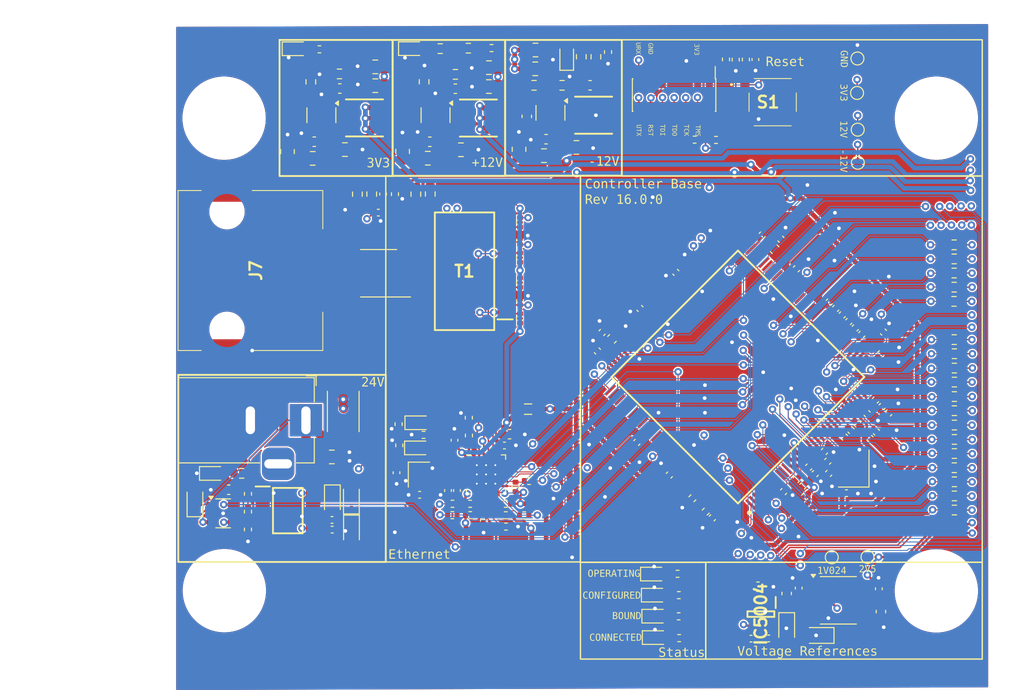
<source format=kicad_pcb>
(kicad_pcb (version 20240108) (generator "pcbnew") (generator_version "8.0")
  (layers (0 "F.Cu" signal) (1 "In1.Cu" signal) (2 "In2.Cu" signal) (31 "B.Cu" signal) (34 "B.Paste" user) (35 "F.Paste" user) (36 "B.SilkS" user "B.Silkscreen") (37 "F.SilkS" user "F.Silkscreen") (38 "B.Mask" user) (39 "F.Mask" user) (44 "Edge.Cuts" user))
  (net 0 "")
  (net 1 "GND")
  (net 2 "+3V3")
  (net 3 "+2V5")
  (net 4 "Net-(C16-Pad1)")
  (net 5 "Net-(D2-A)")
  (net 6 "Net-(T1-TX+)")
  (net 7 "Net-(T1-TX-)")
  (net 8 "Net-(T1-RX+)")
  (net 9 "Net-(T1-RX-)")
  (net 10 "Net-(D6-A)")
  (net 11 "/Micro/DEBUG_RESET")
  (net 12 "/Micro/RMII_MDC")
  (net 13 "/Micro/RMII_REF_CLK")
  (net 14 "/Micro/RMII_MDIO")
  (net 15 "/Micro/RMII_CRS_DV")
  (net 16 "/PWM2")
  (net 17 "/PWM0")
  (net 18 "/AIN19")
  (net 19 "/AIN17")
  (net 20 "/AIN15")
  (net 21 "/AIN11")
  (net 22 "/AIN9")
  (net 23 "/AIN7")
  (net 24 "/AIN5")
  (net 25 "/AIN3")
  (net 26 "/AIN1")
  (net 27 "/PWM3")
  (net 28 "/PWM1")
  (net 29 "/AIN18")
  (net 30 "/AIN16")
  (net 31 "/AIN12")
  (net 32 "/AIN10")
  (net 33 "/AIN8")
  (net 34 "/AIN6")
  (net 35 "/AIN4")
  (net 36 "/AIN2")
  (net 37 "+1V024")
  (net 38 "/Micro/RMII_RXD0")
  (net 39 "/Micro/RMII_RXD1")
  (net 40 "Net-(J7-Pad4)")
  (net 41 "Net-(J7-Pad7)")
  (net 42 "Net-(T1-NC_3)")
  (net 43 "Net-(T1-NC_6)")
  (net 50 "/Micro/AIN0_Filt")
  (net 51 "/Micro/AIN1_Filt")
  (net 52 "/Micro/AIN2_Filt")
  (net 53 "/Micro/AIN3_Filt")
  (net 54 "/Micro/AIN4_Filt")
  (net 55 "/Micro/AIN5_Filt")
  (net 56 "/Micro/AIN6_Filt")
  (net 57 "/Micro/AIN7_Filt")
  (net 58 "/Micro/AIN8_Filt")
  (net 59 "/Micro/AIN9_Filt")
  (net 60 "/Micro/AIN10_Filt")
  (net 61 "/Micro/AIN11_Filt")
  (net 62 "/Micro/AIN12_Filt")
  (net 63 "/Micro/AIN15_Filt")
  (net 64 "/Micro/AIN16_Filt")
  (net 65 "Net-(IC1-VCAP_1)")
  (net 66 "Net-(IC1-VCAP_2)")
  (net 67 "Net-(U5-XTAL1{slash}CLKIN)")
  (net 68 "Net-(U5-VDDCR)")
  (net 69 "/Micro/AIN17_Filt")
  (net 78 "/Micro/RMII_TX_EN")
  (net 79 "/Micro/RMII_TXD0")
  (net 80 "/Micro/RMII_TXD1")
  (net 81 "/Micro/DEBUG_TMS{slash}SWDIO")
  (net 82 "/Micro/DEBUG_TCK{slash}SWCLK")
  (net 83 "/Micro/DEBUG_TDI")
  (net 99 "/Micro/UART_TX")
  (net 125 "/Micro/UART_RX")
  (net 127 "/Micro/DEBUG_TDO{slash}SWO")
  (net 133 "Net-(IC1-BOOT0)")
  (net 137 "Net-(IC1-PDR_ON)")
  (net 138 "/Micro/Ethernet/RX-")
  (net 139 "/Micro/Ethernet/RX+")
  (net 140 "Net-(U5-RXD1{slash}MODE1)")
  (net 141 "Net-(U5-RXD0{slash}MODE0)")
  (net 142 "Net-(U5-CRS_DV{slash}MODE2)")
  (net 143 "Net-(U5-~{INT}{slash}REFCLKO)")
  (net 144 "Net-(U5-RBIAS)")
  (net 145 "Net-(U5-RXER{slash}PHYAD0)")
  (net 146 "Net-(D36-K)")
  (net 147 "/Micro/AIN18_Filt")
  (net 148 "Net-(D36-A)")
  (net 149 "/Micro/AIN19_Filt")
  (net 150 "Net-(D2-K)")
  (net 153 "/Micro/Ethernet/TX-")
  (net 154 "/Micro/Ethernet/TX+")
  (net 155 "Net-(D37-A)")
  (net 156 "Net-(T1-CT_1)")
  (net 157 "Net-(U5-XTAL2)")
  (net 158 "Net-(D38-A)")
  (net 159 "Net-(D39-A)")
  (net 160 "/Micro/LED0")
  (net 161 "/Micro/LED1")
  (net 162 "/Micro/LED2")
  (net 163 "/Micro/LED3")
  (net 164 "/Micro/HSECLK")
  (net 172 "unconnected-(J4-Pin_2-Pad2)")
  (net 174 "Net-(J4-Pin_11)")
  (net 175 "Net-(R54-Pad1)")
  (net 176 "+24V")
  (net 177 "+12V")
  (net 178 "Net-(U4001-+)")
  (net 179 "Net-(C7001-Pad2)")
  (net 180 "Net-(IC10001-CB)")
  (net 181 "Net-(IC10001-SW)")
  (net 182 "Net-(C4006-Pad2)")
  (net 183 "Net-(IC4001-SW)")
  (net 184 "Net-(IC10001-FB)")
  (net 185 "Net-(R8006-Pad2)")
  (net 186 "Net-(IC4001-CB)")
  (net 187 "/AIN14_DAC1")
  (net 188 "-12V")
  (net 190 "Net-(IC10002-SW)")
  (net 197 "Net-(J4-Pin_3)")
  (net 199 "/AIN0")
  (net 200 "/ENCODER0_0")
  (net 201 "/COUNTER0")
  (net 202 "/FREQ0")
  (net 203 "/FREQ1")
  (net 204 "/ENCODER0_1")
  (net 205 "/AIN13_DAC0")
  (net 206 "Net-(IC10002-CB)")
  (net 207 "Net-(C10001-Pad2)")
  (net 208 "Net-(D2001-A)")
  (net 209 "Net-(D2003-A)")
  (net 210 "Net-(D2004-A)")
  (net 211 "Net-(D2005-A)")
  (net 212 "Net-(D5004-K)")
  (net 213 "Net-(D5005-A)")
  (net 214 "Net-(IC4001-FB)")
  (net 215 "Net-(IC10002-FB)")
  (net 216 "Net-(R2005-Pad2)")
  (net 217 "Net-(R2006-Pad1)")
  (net 218 "Net-(R2008-Pad1)")
  (net 219 "Net-(R2009-Pad2)")
  (footprint "Resistor_SMD:R_0402_1005Metric" (layer "F.Cu") (at 85.413066 119.415861 -135)
    (property "Reference" "R4" (hide yes))
    (property "Value" "10k")
  )
  (footprint "Connector_PinHeader_1.27mm:PinHeader_2x07_P1.27mm_Vertical_SMD" (layer "F.Cu") (at 83.44 75.89 -90)
    (property "Reference" "J4" (hide yes))
    (property "Value" "Conn_02x07_Odd_Even")
  )
  (footprint "Capacitor_SMD:C_0402_1005Metric" (layer "F.Cu") (at 79.74869 98.925237 -45)
    (property "Reference" "C38" (hide yes))
    (property "Value" "0.1uF")
  )
  (footprint "Capacitor_SMD:C_0402_1005Metric" (layer "F.Cu") (at 91.74 134.565296 180)
    (property "Reference" "C6002" (hide yes))
    (property "Value" "0.1uF")
  )
  (footprint "Diode_SMD:D_SOD-323" (layer "F.Cu") (at 95.595 133.375296 -90)
    (property "Reference" "D7001" (hide yes))
    (property "Value" "BZT52C3V3")
  )
  (footprint "Resistor_SMD:R_0402_1005Metric" (layer "F.Cu") (at 61.421127 120.007499)
    (property "Reference" "R27" (hide yes))
    (property "Value" "10k")
  )
  (footprint "Resistor_SMD:R_0603_1608Metric" (layer "F.Cu") (at 71.3464 74.8342 180)
    (property "Reference" "R4002" (hide yes))
    (property "Value" "243k 0603")
  )
  (footprint "Resistor_SMD:R_0402_1005Metric" (layer "F.Cu") (at 65.261127 120.007499)
    (property "Reference" "R56" (hide yes))
    (property "Value" "1.5k")
  )
  (footprint "Resistor_SMD:R_0402_1005Metric" (layer "F.Cu") (at 86.84869 120.855237 45)
    (property "Reference" "R6" (hide yes))
    (property "Value" "10k")
  )
  (footprint "Resistor_SMD:R_0402_1005Metric" (layer "F.Cu") (at 76.3068 71.245 -90)
    (property "Reference" "R2008" (hide yes))
    (property "Value" "10k")
  )
  (footprint "Capacitor_SMD:C_0402_1005Metric" (layer "F.Cu") (at 95.259716 118.69091 -135)
    (property "Reference" "C44" (hide yes))
    (property "Value" "1uF 0402")
  )
  (footprint "LED_SMD:LED_0603_1608Metric" (layer "F.Cu") (at 81.304127 127.596499)
    (property "Reference" "D38" (hide yes))
    (property "Value" "Purple LED")
  )
  (footprint "Resistor_SMD:R_0402_1005Metric" (layer "F.Cu") (at 66.8053 99.994096 -90)
    (property "Reference" "R16" (hide yes))
    (property "Value" "49.9")
  )
  (footprint "Resistor_SMD:R_0603_1608Metric" (layer "F.Cu") (at 113.666527 92.052899 180)
    (property "Reference" "R52" (hide yes))
    (property "Value" "10R 0603")
  )
  (footprint "Capacitor_SMD:C_0402_1005Metric" (layer "F.Cu") (at 92.215 72.05 90)
    (property "Reference" "C19" (hide yes))
    (property "Value" "0.1uF")
  )
  (footprint "LED_SMD:LED_0603_1608Metric" (layer "F.Cu") (at 55.829127 113.976499)
    (property "Reference" "D2" (hide yes))
    (property "Value" "Purple LED")
  )
  (footprint "Capacitor_SMD:C_0402_1005Metric" (layer "F.Cu") (at 96.89 129.110296 -90)
    (property "Reference" "C5001" (hide yes))
    (property "Value" "0.1uF")
  )
  (footprint "Resistor_SMD:R_0603_1608Metric" (layer "F.Cu") (at 58.1868 70.875)
    (property "Reference" "R2005" (hide yes))
    (property "Value" "22.1k 0603")
  )
  (footprint "LED_SMD:LED_0603_1608Metric" (layer "F.Cu") (at 71.8468 71.725 90)
    (property "Reference" "D2005" (hide yes))
    (property "Value" "Purple LED")
  )
  (footprint "Capacitor_SMD:C_0402_1005Metric" (layer "F.Cu") (at 98.669716 116.75091 -135)
    (property "Reference" "C48" (hide yes))
    (property "Value" "1uF 0402")
  )
  (footprint "Resistor_SMD:R_0603_1608Metric" (layer "F.Cu") (at 47.3148 73.602896 180)
    (property "Reference" "R7001" (hide yes))
    (property "Value" "51k 0603")
  )
  (footprint "Capacitor_SMD:C_0805_2012Metric" (layer "F.Cu") (at 51.1848 74.872896 180)
    (property "Reference" "C7004" (hide yes))
    (property "Value" "10uF 50V 0805")
  )
  (footprint "Capacitor_SMD:C_0402_1005Metric" (layer "F.Cu") (at 104.27369 110.280237 135)
    (property "Reference" "C43" (hide yes))
    (property "Value" "10nF")
  )
  (footprint "Capacitor_SMD:C_0805_2012Metric" (layer "F.Cu") (at 47.9048 81.772896)
    (property "Reference" "C7002" (hide yes))
    (property "Value" "10uF 50V 0805")
  )
  (footprint "Capacitor_SMD:C_0603_1608Metric" (layer "F.Cu") (at 47.3498 75.182896 180)
    (property "Reference" "C7003" (hide yes))
    (property "Value" "0.1uF 50V 0603")
  )
  (footprint "Resistor_SMD:R_0402_1005Metric" (layer "F.Cu") (at 59.511127 120.007499 180)
    (property "Reference" "R23" (hide yes))
    (property "Value" "33R")
  )
  (footprint "Capacitor_SMD:C_0402_1005Metric" (layer "F.Cu") (at 62.891127 121.787499 90)
    (property "Reference" "C26" (hide yes))
    (property "Value" "0.1uF")
  )
  (footprint "Resistor_SMD:R_0603_1608Metric" (layer "F.Cu") (at 113.651527 98.157899 180)
    (property "Reference" "R44" (hide yes))
    (property "Value" "10R 0603")
  )
  (footprint "Resistor_SMD:R_0603_1608Metric" (layer "F.Cu") (at 113.694927 103.810099 180)
    (property "Reference" "R40" (hide yes))
    (property "Value" "10R 0603")
  )
  (footprint "Resistor_SMD:R_0402_1005Metric" (layer "F.Cu") (at 66.8053 93.440896 -90)
    (property "Reference" "R14" (hide yes))
    (property "Value" "49.9")
  )
  (footprint "Capacitor_SMD:C_0603_1608Metric" (layer "F.Cu") (at 95.5912 129.693696 -90)
    (property "Reference" "C5002" (hide yes))
    (property "Value" "10uF")
  )
  (footprint "Capacitor_SMD:C_0603_1608Metric" (layer "F.Cu") (at 69.6192 80.6508 180)
    (property "Reference" "C4002" (hide yes))
    (property "Value" "0.1uF 50V 0603")
  )
  (footprint "Resistor_SMD:R_0603_1608Metric" (layer "F.Cu") (at 113.694927 120.685099 180)
    (property "Reference" "R8" (hide yes))
    (property "Value" "10R 0603")
  )
  (footprint "Resistor_SMD:R_0603_1608Metric" (layer "F.Cu") (at 50.7965 86.576496 90)
    (property "Reference" "R20" (hide yes))
    (property "Value" "75")
  )
  (footprint "Capacitor_SMD:C_0402_1005Metric" (layer "F.Cu") (at 96.649127 94.640499 -135)
    (property "Reference" "C12" (hide yes))
    (property "Value" "0.1uF")
  )
  (footprint "Resistor_SMD:R_0805_2012Metric" (layer "F.Cu") (at 66.6982 81.743 90)
    (property "Reference" "R4001" (hide yes))
    (property "Value" "1R 0805")
  )
  (footprint "Capacitor_SMD:C_0402_1005Metric" (layer "F.Cu") (at 106.038538 101.47091 -45)
    (property "Reference" "C30" (hide yes))
    (property "Value" "0.1uF")
  )
  (footprint "Resistor_SMD:R_0402_1005Metric" (layer "F.Cu") (at 83.949127 129.871499)
    (property "Reference" "R50" (hide yes))
    (property "Value" "10k")
  )
  (footprint "Package_SO:SOIC-8_3.9x4.9mm_P1.27mm" (layer "F.Cu") (at 51.5365 95.121496 180)
    (property "Reference" "D5" (hide yes))
    (property "Value" "CDNBS08-SLVU2.8-4")
  )
  (footprint "Resistor_SMD:R_0402_1005Metric" (layer "F.Cu") (at 61.279127 110.716499 -90)
    (property "Reference" "R57" (hide yes))
    (property "Value" "100R")
  )
  (footprint "aaa:SOT95P280X145-6N" (layer "F.Cu") (at 92.805 131.915296 -90)
    (property "Reference" "IC5004")
    (property "Value" "REF35102QDBVR" (hide yes))
  )
  (footprint "Resistor_SMD:R_0402_1005Metric" (layer "F.Cu") (at 53.3065 86.586496 -90)
    (property "Reference" "R21" (hide yes))
    (property "Value" "1M")
  )
  (footprint "Connector_BarrelJack:BarrelJack_Horizontal" (layer "F.Cu") (at 43.6962 110.994796)
    (property "Reference" "J8001" (hide yes))
    (property "Value" "Barrel_Jack PJ-202BH")
  )
  (footprint "LED_SMD:LED_0603_1608Metric" (layer "F.Cu") (at 55.1768 70.875)
    (property "Reference" "D2003" (hide yes))
    (property "Value" "Purple LED")
  )
  (footprint "Package_TO_SOT_SMD:SOT-23-6" (layer "F.Cu") (at 34.758273 121.040296)
    (property "Reference" "U4001" (hide yes))
    (property "Value" "INA181A2")
  )
  (footprint "LED_SMD:LED_0603_1608Metric" (layer "F.Cu") (at 33.69 116.730296)
    (property "Reference" "D2004" (hide yes))
    (property "Value" "Purple LED")
  )
  (footprint "Resistor_SMD:R_0805_2012Metric" (layer "F.Cu") (at 54.131397 81.968927 90)
    (property "Reference" "R10002" (hide yes))
    (property "Value" "1R 0805")
  )
  (footprint "aaa:63391601" (layer "F.Cu") (at 37.704 94.826496 -90)
    (property "Reference" "J7")
    (property "Value" "6339160-1" (hide yes))
  )
  (footprint "Capacitor_SMD:C_0402_1005Metric" (layer "F.Cu") (at 66.8053 91.535896 -90)
    (property "Reference" "C15" (hide yes))
    (property "Value" "0.1uF")
  )
  (footprint "Capacitor_SMD:C_0805_2012Metric" (layer "F.Cu") (at 72.8958 81.5398)
    (property "Reference" "C4007" (hide yes))
    (property "Value" "10uF 50V 0805")
  )
  (footprint "Capacitor_SMD:C_0402_1005Metric" (layer "F.Cu") (at 46.53 122.800296 180)
    (property "Reference" "C5005" (hide yes))
    (property "Value" "0.1uF")
  )
  (footprint "aaa:TS1187ABAB" (layer "F.Cu") (at 94.08 76.655)
    (property "Reference" "S1")
    (property "Value" "TS-1187A-B-A-B" (hide yes))
  )
  (footprint "Capacitor_SMD:C_0805_2012Metric" (layer "F.Cu") (at 46.49 114.950296)
    (property "Reference" "C4003" (hide yes))
    (property "Value" "10uF 50V 0805")
  )
  (footprint "Resistor_SMD:R_0603_1608Metric" (layer "F.Cu") (at 113.694927 119.160099 180)
    (property "Reference" "R9" (hide yes))
    (property "Value" "10R 0603")
  )
  (footprint "Resistor_SMD:R_0603_1608Metric" (layer "F.Cu") (at 57.1165 86.566496 -90)
    (property "Reference" "R18" (hide yes))
    (property "Value" "75")
  )
  (footprint "TestPoint:TestPoint_Pad_D1.0mm" (layer "F.Cu") (at 100.4594 125.780296 180)
    (property "Reference" "TP10005" (hide yes))
    (property "Value" "TestPoint_+1V024")
  )
  (footprint "Resistor_SMD:R_0402_1005Metric" (layer "F.Cu") (at 66.8053 96.133296 90)
    (property "Reference" "R15" (hide yes))
    (property "Value" "49.9")
  )
  (footprint "Capacitor_SMD:C_0805_2012Metric" (layer "F.Cu") (at 63.4532 72.9282 180)
    (property "Reference" "C9004" (hide yes))
    (property "Value" "10uF 50V 0805")
  )
  (footprint "Capacitor_SMD:C_0402_1005Metric" (layer "F.Cu") (at 79.41869 113.380237 45)
    (property "Reference" "C36" (hide yes))
    (property "Value" "0.1uF")
  )
  (footprint "Resistor_SMD:R_0603_1608Metric" (layer "F.Cu") (at 56.4532 74.4532 90)
    (property "Reference" "R9002" (hide yes))
    (property "Value" "22.1k 0603")
  )
  (footprint "Capacitor_SMD:C_0603_1608Metric" (layer "F.Cu") (at 76.73369 102.205237 45)
    (property "Reference" "C10" (hide yes))
    (property "Value" "10uF")
  )
  (footprint "Resistor_SMD:R_0603_1608Metric" (layer "F.Cu") (at 59.8282 73.6532 180)
    (property "Reference" "R9001" (hide yes))
    (property "Value" "243k 0603")
  )
  (footprint "Diode_SMD:D_SOD-323" (layer "F.Cu") (at 48.61 122.845296 -90)
    (property "Reference" "D5005" (hide yes))
    (property "Value" "MMZ3Z3V3")
  )
  (footprint "MountingHole:MountingHole_5mm" (layer "F.Cu") (at 111.749527 129.412299 180)
    (property "Reference" "H1003" (hide yes))
    (property "Value" "MountingHole_for_10-32")
  )
  (footprint "Diode_SMD:D_SOD-323" (layer "F.Cu") (at 48.6 119.490296 90)
    (property "Reference" "D5004" (hide yes))
    (property "Value" "MMZ3Z3V3")
  )
  (footprint "Capacitor_SMD:C_0603_1608Metric" (layer "F.Cu") (at 65.676127 112.487499 180)
    (property "Reference" "C23" (hide yes))
    (property "Value" "10uF")
  )
  (footprint "Capacitor_SMD:C_0603_1608Metric" (layer "F.Cu") (at 35.355773 118.490296 180)
    (property "Reference" "C4001" (hide yes))
    (property "Value" "0.1uF 0603")
  )
  (footprint "Capacitor_SMD:C_0603_1608Metric" (layer "F.Cu") (at 67.5364 78.187 -90)
    (property "Reference" "C4011" (hide yes))
    (property "Value" "0.1uF 50V 0603")
  )
  (footprint "Resistor_SMD:R_0603_1608Metric" (layer "F.Cu") (at 74.9968 71.755 -90)
    (property "Reference" "R2009" (hide yes))
    (property "Value" "22.1k 0603")
  )
  (footprint "LED_SMD:LED_0603_1608Metric" (layer "F.Cu") (at 42.62 70.890296)
    (property "Reference" "D2001" (hide yes))
    (property "Value" "Purple LED")
  )
  (footprint "Resistor_SMD:R_0603_1608Metric" (layer "F.Cu") (at 44.2248 74.462896 90)
    (property "Reference" "R10001" (hide yes))
    (property "Value" "22.1k 0603")
  )
  (footprint "Capacitor_SMD:C_0402_1005Metric" (layer "F.Cu") (at 60.001127 118.577499 90)
    (property "Reference" "C25" (hide yes))
    (property "Value" "470pF 0402")
  )
  (footprint "Capacitor_SMD:C_0402_1005Metric" (layer "F.Cu") (at 103.698538 101.722088 45)
    (property "Reference" "C59" (hide yes))
    (property "Value" "1uF 0402")
  )
  (footprint "Resistor_SMD:R_0402_1005Metric" (layer "F.Cu") (at 67.251127 121.257499 180)
    (property "Reference" "R47" (hide yes))
    (property "Value" "33R")
  )
  (footprint "Resistor_SMD:R_0402_1005Metric" (layer "F.Cu") (at 63.7368 70.815)
    (property "Reference" "R2007" (hide yes))
    (property "Value" "10k")
  )
  (footprint "Capacitor_SMD:C_0402_1005Metric" (layer "F.Cu") (at 105.779127 103.811499 45)
    (property "Reference" "C56" (hide yes))
    (property "Value" "1uF 0402")
  )
  (footprint "Capacitor_SMD:C_0805_2012Metric" (layer "F.Cu") (at 51.1773 72.842896 180)
    (property "Reference" "C10006" (hide yes))
    (property "Value" "2.2uF 50V 0805")
  )
  (footprint "Capacitor_SMD:C_0402_1005Metric" (layer "F.Cu") (at 101.588538 99.622088 45)
    (property "Reference" "C62" (hide yes))
    (property "Value" "1uF 0402")
  )
  (footprint "Resistor_SMD:R_0603_1608Metric" (layer "F.Cu") (at 61.2268 70.825 180)
    (property "Reference" "R2006" (hide yes))
    (property "Value" "22.1k 0603")
  )
  (footprint "Resistor_SMD:R_0402_1005Metric" (layer "F.Cu") (at 61.291127 112.637499 -90)
    (property "Reference" "R54" (hide yes))
    (property "Value" "12k")
  )
  (footprint "Capacitor_SMD:C_0603_1608Metric" (layer "F.Cu") (at 57.0682 80.9282 180)
    (property "Reference" "C9001" (hide yes))
    (property "Value" "0.1uF 50V 0603")
  )
  (footprint "Capacitor_SMD:C_0402_1005Metric" (layer "F.Cu") (at 97.538538 119.262088 45)
    (property "Reference" "C33" (hide yes))
    (property "Value" "0.1uF")
  )
  (footprint "Capacitor_SMD:C_0402_1005Metric" (layer "F.Cu") (at 97.328538 118.082088 -135)
    (property "Reference" "C46" (hide yes))
    (property "Value" "1uF 0402")
  )
  (footprint "Capacitor_SMD:C_0603_1608Metric" (layer "F.Cu") (at 59.8282 75.2032 180)
    (property "Reference" "C9002" (hide yes))
    (property "Value" "0.1uF 50V 0603")
  )
  (footprint "Capacitor_SMD:C_0402_1005Metric" (layer "F.Cu") (at 99.668538 114.352088 45)
    (property "Reference" "C50" (hide yes))
    (property "Value" "1uF 0402")
  )
  (footprint "Capacitor_SMD:C_0402_1005Metric" (layer "F.Cu") (at 53.471127 116.657499 90)
    (property "Reference" "C21" (hide yes))
    (property "Value" "5.6pF 0402")
  )
  (footprint "MountingHole:MountingHole_5mm" (layer "F.Cu") (at 34.889127 129.386899 180)
    (property "Reference" "H1002" (hide yes))
    (property "Value" "MountingHole_for_10-32")
  )
  (footprint "Capacitor_SMD:C_0402_1005Metric" (layer "F.Cu") (at 100.188538 98.232088 -135)
    (property "Reference" "C29" (hide yes))
    (property "Value" "0.1uF")
  )
  (footprint "Resistor_SMD:R_0603_1608Metric" (layer "F.Cu") (at 113.694927 108.435099 180)
    (property "Reference" "R37" (hide yes))
    (property "Value" "10R 0603")
  )
  (footprint "Capacitor_SMD:C_0402_1005Metric" (layer "F.Cu") (at 106.609127 110.201499 -135)
    (property "Reference" "C31" (hide yes))
    (property "Value" "0.1uF")
  )
  (footprint "Resistor_SMD:R_0402_1005Metric" (layer "F.Cu") (at 83.981627 134.511499)
    (property "Reference" "R55" (hide yes))
    (property "Value" "10k")
  )
  (footprint "Resistor_SMD:R_0402_1005Metric" (layer "F.Cu") (at 83.814127 127.566499)
    (property "Reference" "R53" (hide yes))
    (property "Value" "10k")
  )
  (footprint "Resistor_SMD:R_0603_1608Metric" (layer "F.Cu") (at 113.671527 96.622899 180)
    (property "Reference" "R45" (hide yes))
    (property "Value" "10R 0603")
  )
  (footprint "Package_TO_SOT_SMD:SOT-23-6" (layer "F.Cu") (at 70.0905 77.806 -90)
    (property "Reference" "IC4001" (hide yes))
    (property "Value" "TPS560430XDBVR")
  )
  (footprint "aaa:INDPM4040X300N" (layer "F.Cu") (at 74.75 78.06)
    (property "Reference" "L4001" (hide yes))
    (property "Value" "33uH  FNR4020S330MT" (hide yes))
  )
  (footprint "aaa:INDPM4040X300N" (layer "F.Cu") (at 62.3132 78.3682 180)
    (property "Reference" "L9001" (hide yes))
    (property "Value" "33uH  FNR4020S330MT" (hide yes))
  )
  (footprint "Resistor_SMD:R_0402_1005Metric" (layer "F.Cu") (at 83.929127 132.156499)
    (property "Reference" "R5" (hide yes))
    (property "Value" "10k")
  )
  (footprint "Resistor_SMD:R_0402_1005Metric" (layer "F.Cu") (at 66.321127 118.187499 90)
    (property "Reference" "R29" (hide yes))
    (property "Value" "10k")
  )
  (footprint "Capacitor_SMD:C_0402_1005Metric" (layer "F.Cu") (at 102.538538 112.09091 -45)
    (property "Reference" "C53" (hide yes))
    (property "Value" "1uF 0402")
  )
  (footprint "Resistor_SMD:R_0603_1608Metric" (layer "F.Cu") (at 113.674927 102.285099 180)
    (property "Reference" "R41" (hide yes))
    (property "Value" "10R 0603")
  )
  (footprint "Resistor_SMD:R_0603_1608Metric" (layer "F.Cu") (at 113.684927 116.115099 180)
    (property "Reference" "R11" (hide yes))
    (property "Value" "10R 0603")
  )
  (footprint "Resistor_SMD:R_0402_1005Metric" (layer "F.Cu") (at 53.698627 111.412499 90)
    (property "Reference" "R34" (hide yes))
    (property "Value" "1.5k")
  )
  (footprint "Resistor_SMD:R_0402_1005Metric" (layer "F.Cu") (at 91.19 72.05 90)
    (property "Reference" "R2" (hide yes))
    (property "Value" "10k")
  )
  (footprint "Capacitor_SMD:C_0402_1005Metric" (layer "F.Cu") (at 51.5105 88.578496 180)
    (property "Reference" "C13" (hide yes))
    (property "Value" "0.1uF")
  )
  (footprint "aaa:SOIC127P600X175-8N" (layer "F.Cu") (at 41.738 120.745296)
    (property "Reference" "IC8001" (hide yes))
    (property "Value" "INA826AIDR" (hide yes))
  )
  (footprint "Resistor_SMD:R_0603_1608Metric" (layer "F.Cu") (at 49.2505 86.583496 -90)
    (property "Reference" "R19" (hide yes))
    (property "Value" "75")
  )
  (footprint "Resistor_SMD:R_0603_1608Metric" (layer "F.Cu") (at 73.4168 71.755 -90)
    (property "Reference" "R2010" (hide yes))
    (property "Value" "22.1k 0603")
  )
  (footprint "LED_SMD:LED_0603_1608Metric" (layer "F.Cu") (at 55.871127 111.262499)
    (property "Reference" "D36" (hide yes))
    (property "Value" "Purple LED")
  )
  (footprint "aaa:INDPM4040X300N" (layer "F.Cu") (at 50.0148 78.352896 180)
    (property "Reference" "L7001" (hide yes))
    (property "Value" "12uH FNR4030S120MT" (hide yes))
  )
  (footprint "Resistor_SMD:R_0402_1005Metric" (layer "F.Cu") (at 37.438 122.780296 90)
    (property "Reference" "R8005" (hide yes))
    (property "Value" "1.5k")
  )
  (footprint "Package_TO_SOT_SMD:SOT-23-6" (layer "F.Cu") (at 45.3648 78.065396 -90)
    (property "Reference" "IC10001" (hide yes))
    (property "Value" "TPS560430XDBVR")
  )
  (footprint "Capacitor_SMD:C_0402_1005Metric" (layer "F.Cu") (at 83.62369 95.030237 -45)
    (property "Reference" "C39" (hide yes))
    (property "Value" "0.1uF")
  )
  (footprint "aaa:SOIC127P940X622-16N" (layer "F.Cu") (at 60.8165 94.906496 180)
    (property "Reference" "T1")
    (property "Value" "H1102NLT" (hide yes))
  )
  (footprint "Capacitor_SMD:C_0402_1005Metric" (layer "F.Cu") (at 105.279127 112.261499 135)
    (property "Reference" "C28" (hide yes))
    (property "Value" "0.1uF")
  )
  (footprint "Capacitor_SMD:C_0402_1005Metric" (layer "F.Cu") (at 46.51 121.750296 180)
    (property "Reference" "C4004" (hide yes))
    (property "Value" "0.1uF")
  )
  (footprint "MountingHole:MountingHole_5mm" (layer "F.Cu") (at 111.749527 78.383699 180)
    (property "Reference" "H1004" (hide yes))
    (property "Value" "MountingHole_for_10-32")
  )
  (footprint "Capacitor_SMD:C_0805_2012Metric" (layer "F.Cu") (at 56.849197 82.705527 180)
    (property "Reference" "C10001" (hide yes))
    (property "Value" "10uF 50V 0805")
  )
  (footprint "Resistor_SMD:R_0402_1005Metric" (layer "F.Cu") (at 65.271127 121.247499 180)
    (property "Reference" "R28" (hide yes))
    (property "Value" "10k")
  )
  (footprint "Capacitor_SMD:C_0402_1005Metric" (layer "F.Cu") (at 97.969716 116.05091 45)
    (property "Reference" "C47" (hide yes))
    (property "Value" "1uF 0402")
  )
  (footprint "Capacitor_SMD:C_0402_1005Metric" (layer "F.Cu") (at 82.91869 116.905237 45)
    (property "Reference" "C35" (hide yes))
    (property "Value" "0.1uF")
  )
  (footprint "Resistor_SMD:R_0603_1608Metric" (layer "F.Cu") (at 55.5605 86.583496 90)
    (property "Reference" "R17" (hide yes))
    (property "Value" "75")
  )
  (footprint "Capacitor_SMD:C_0402_1005Metric" (layer "F.Cu") (at 59.731127 113.147499 -90)
    (property "Reference" "C24" (hide yes))
    (property "Value" "0.1uF")
  )
  (footprint "Crystal:Crystal_SMD_2016-4Pin_2.0x1.6mm" (layer "F.Cu") (at 55.896127 116.862499 -90)
    (property "Reference" "Y2" (hide yes))
    (property "Value" "NX2016SA-25.000M-STD-CZS-1")
  )
  (footprint "Capacitor_SMD:C_0603_1608Metric" (layer "F.Cu") (at 105.765 131.640296 90)
    (property "Reference" "C5004" (hide yes))
    (property "Value" "10uF")
  )
  (footprint "Resistor_SMD:R_0603_1608Metric" (layer "F.Cu") (at 113.671527 93.572899 180)
    (property "Reference" "R51" (hide yes))
    (property "Value" "10R 0603")
  )
  (footprint "LED_SMD:LED_0603_1608Metric" (layer "F.Cu") (at 81.496627 134.451499)
    (property "Reference" "D39" (hide yes))
    (property "Value" "Purple LED")
  )
  (footprint "Capacitor_SMD:C_0805_2012Metric" (layer "F.Cu") (at 63.4432 74.9682 180)
    (property "Reference" "C9003" (hide yes))
    (property "Value" "2.2uF 50V 0805")
  )
  (footprint "Capacitor_SMD:C_0402_1005Metric" (layer "F.Cu") (at 100.029716 115.41091 45)
    (property "Reference" "C49" (hide yes))
    (property "Value" "1uF 0402")
  )
  (footprint "Capacitor_SMD:C_0603_1608Metric" (layer "F.Cu") (at 44.5948 80.922896 180)
    (property "Reference" "C10005" (hide yes))
    (property "Value" "0.1uF 50V 0603")
  )
  (footprint "Resistor_SMD:R_2512_6332Metric" (layer "F.Cu") (at 47.72 110.04 -90)
    (property "Reference" "R8004" (hide yes))
    (property "Value" "MRF6432(2512)LR006FTS 0.006 1%")
  )
  (footprint "LED_SMD:LED_0603_1608Metric" (layer "F.Cu") (at 81.396627 129.871499)
    (property "Reference" "D37" (hide yes))
    (property "Value" "Purple LED")
  )
  (footprint "Capacitor_SMD:C_0402_1005Metric" (layer "F.Cu") (at 52.0265 86.576496 -90)
    (property "Reference" "C16" (hide yes))
    (property "Value" "4.7nF")
  )
  (footprint "Resistor_SMD:R_0805_2012Metric" (layer "F.Cu") (at 41.7048 81.990396 90)
    (property "Reference" "R10003" (hide yes))
    (property "Value" "1R 0805")
  )
  (footprint "Package_TO_SOT_SMD:SOT-23-6" (layer "F.Cu") (at 57.687397 78.057327 -90)
    (property "Reference" "IC10002" (hide yes))
    (property "Value" "TPS560430XDBVR")
  )
  (footprint "Capacitor_SMD:C_0402_1005Metric" (layer "F.Cu") (at 59.031127 118.577499 90)
    (property "Reference" "C27" (hide yes))
    (property "Value" "1uF 0402")
  )
  (footprint "Capacitor_SMD:C_0402_1005Metric" (layer "F.Cu") (at 105.898538 109.512088 -135)
    (property "Reference" "C42" (hide yes))
    (property "Value" "10nF")
  )
  (footprint "Capacitor_SMD:C_0402_1005Metric" (layer "F.Cu") (at 96.629127 117.391499 -135)
    (property "Reference" "C45" (hide yes))
    (property "Value" "1uF 0402")
  )
  (footprint "MountingHole:MountingHole_5mm" (layer "F.Cu") (at 34.863727 78.383699 180)
    (property "Reference" "H1001" (hide yes))
    (property "Value" "MountingHole_for_10-32")
  )
  (footprint "Diode_SMD:D_SOD-323" (layer "F.Cu") (at 99.09 134.220296 180)
    (property "Reference" "D5001" (hide yes))
    (property "Value" "BZT52C3V3")
  )
  (footprint "Resistor_SMD:R_0603_1608Metric" (layer "F.Cu") (at 113.694927 105.360099 180)
    (property "Reference" "R39" (hide yes))
    (property "Value" "10R 0603")
  )
  (footprint "Resistor_SMD:R_0402_1005Metric" (layer "F.Cu") (at 65.291127 122.467499 180)
    (property "Reference" "R30" (hide yes))
    (property "Value" "10k")
  )
  (footprint "Capacitor_SMD:C_0402_1005Metric" (layer "F.Cu") (at 102.998538 101.022088 45)
    (property "Reference" "C60" (hide yes))
    (property "Value" "1uF 0402")
  )
  (footprint "TestPoint:TestPoint_Pad_D1.0mm" (layer "F.Cu") (at 103.23 71.94 90)
    (property "Reference" "TP4001" (hide yes))
    (property "Value" "TestPoint_GND_1")
  )
  (footprint "Capacitor_SMD:C_0402_1005Metric" (layer "F.Cu") (at 65.121127 113.717499 180)
    (property "Reference" "C22" (hide yes))
    (property "Value" "0.1uF")
  )
  (footprint "Resistor_SMD:R_0603_1608Metric" (layer "F.Cu") (at 113.666527 95.097899 180)
    (property "Reference" "R46" (hide yes))
    (property "Value" "10R 0603")
  )
  (footprint "Capacitor_SMD:C_0402_1005Metric" (layer "F.Cu") (at 75.663101 101.515826 -135)
    (property "Reference" "C17" (hide yes))
    (property "Value" "0.1uF")
  )
  (footprint "Capacitor_SMD:C_0805_2012Metric" (layer "F.Cu") (at 68.4508 73.0562)
    (property "Reference" "C4010" (hide yes))
    (property "Value" "10uF 50V 0805")
  )
  (footprint "Resistor_SMD:R_0402_1005Metric" (layer "F.Cu") (at 66.8053 89.630896 90)
    (property "Reference" "R13" (hide yes))
    (property "Value" "49.9")
  )
  (footprint "Capacitor_SMD:C_0805_2012Metric" (layer "F.Cu") (at 69.3906 82.4288 180)
    (property "Reference" "C4006" (hide yes))
    (property "Value" "10uF 50V 0805")
  )
  (footprint "Capacitor_SMD:C_0402_1005Metric" (layer "F.Cu") (at 100.128538 116.732088 -135)
    (property "Reference" "C51" (hide yes))
    (property "Value" "1uF 0402")
  )
  (footprint "Resistor_SMD:R_0402_1005Metric" (layer "F.Cu") (at 37.438 120.855296 90)
    (property "Reference" "R8007" (hide yes))
    (property "Value" "10k")
  )
  (footprint "Crystal:Crystal_SMD_3225-4Pin_3.2x2.5mm" (layer "F.Cu") (at 102.829127 116.201499 90)
    (property "Reference" "Y1" (hide yes))
    (property "Value" "SiT1602BI-21-33S-48.000000")
  )
  (footprint "Capacitor_SMD:C_0402_1005Metric" (layer "F.Cu") (at 100.888538 98.922088 45)
    (property "Reference" "C63" (hide yes))
    (property "Value" "1uF 0402")
  )
  (footprint "Capacitor_SMD:C_0402_1005Metric" (layer "F.Cu") (at 103.239127 111.381499 -45)
    (property "Reference" "C54" (hide yes))
    (property "Value" "1uF 0402")
  )
  (footprint "Resistor_SMD:R_0603_1608Metric" (layer "F.Cu") (at 36.76 116.720296)
    (property "Reference" "R2003" (hide yes))
    (property "Value" "243k 0603")
  )
  (footprint "TestPoint:TestPoint_Pad_D1.0mm" (layer "F.Cu") (at 103.259404 79.6224 180)
    (property "Reference" "TP10001" (hide yes))
    (property "Value" "TestPoint_+12V")
  )
  (footprint "Capacitor_SMD:C_0402_1005Metric" (layer "F.Cu") (at 102.297949 100.332677 45)
    (property "Reference" "C61" (hide yes))
    (property "Value" "1uF 0402")
  )
  (footprint "Package_SO:SOIC-8_3.9x4.9mm_P1.27mm" (layer "F.Cu") (at 101.165 130.430296)
    (property "Reference" "U6002" (hide yes))
    (property "Value" "ADR4525")
  )
  (footprint "Resistor_SMD:R_0402_1005Metric" (layer "F.Cu") (at 89.04 72.04 90)
    (property "Reference" "R2001" (hide yes))
    (property "Value" "100R 0402")
  )
  (footprint "Capacitor_SMD:C_0603_1608Metric" (layer "F.Cu") (at 94.296698 92.528245 135)
    (property "Reference" "C9" (hide yes))
    (property "Value" "10uF")
  )
  (footprint "aaa:QFP50P2200X2200X160-144N" (layer "F.Cu") (at 90.329127 106.321499 135)
    (property "Reference" "IC1" (hide yes))
    (property "Value" "STM32H743ZIT6" (hide yes))
  )
  (footprint "Resistor_SMD:R_0402_1005Metric" (layer "F.Cu") (at 90.09 72.06 90)
    (property "Reference" "R58" (hide yes))
    (property "Value" "100R 0402")
  )
  (footprint "Resistor_SMD:R_0402_1005Metric" (layer "F.Cu") (at 59.501127 121.237499 180)
    (property "Reference" "R26" (hide yes))
    (property "Value" "33R")
  )
  (footprint "Resistor_SMD:R_0603_1608Metric" (layer "F.Cu") (at 113.694927 117.635099 180)
    (property "Reference" "R10" (hide yes))
    (property "Value" "10R 0603")
  )
  (footprint "Resistor_SMD:R_0402_1005Metric" (layer "F.Cu") (at 85.655 80.701499)
    (property "Reference" "R1" (hide yes))
    (property "Value" "10k")
  )
  (footprint "TestPoint:TestPoint_Pad_D1.0mm" (layer "F.Cu") (at 103.271904 83.1974 -90)
    (property "Reference" "TP11001" (hide yes))
    (property "Value" "TestPoint_+12V")
  )
  (footprint "Resistor_SMD:R_0402_1005Metric" (layer "F.Cu") (at 53.773627 113.702499 90)
    (property "Reference" "R31" (hide yes))
    (property "Value" "10k")
  )
  (footprint "Capacitor_SMD:C_0402_1005Metric" (layer "F.Cu") (at 104.579127 112.961499 135)
    (property "Reference" "C32" (hide yes))
    (property "Value" "0.1uF")
  )
  (footprint "TestPoint:TestPoint_Pad_D1.0mm" (layer "F.Cu") (at 103.19 75.66 180)
    (property "Reference" "TP10004" (hide yes))
    (property "Value" "TestPoint_+3V3")
  )
  (footprint "Capacitor_SMD:C_0402_1005Metric" (layer "F.Cu") (at 93.65 134.540296 180)
    (property "Reference" "C6001" (hide yes))
    (property "Value" "0.1uF")
  )
  (footprint "Resistor_SMD:R_0402_1005Metric" (layer "F.Cu") (at 67.781127 117.547499)
    (property "Reference" "R48" (hide yes))
    (property "Value" "33R")
  )
  (footprint "Resistor_SMD:R_0402_1005Metric" (layer "F.Cu") (at 56.393627 112.572499 180)
    (property "Reference" "R33" (hide yes))
    (property "Value" "10k")
  )
  (footprint "Resistor_SMD:R_0402_1005Metric" (layer "F.Cu") (at 61.431127 121.237499)
    (property "Reference" "R49" (hide yes))
    (property "Value" "10k")
  )
  (footprint "Capacitor_SMD:C_0402_1005Metric" (layer "F.Cu") (at 105.54 129.185296 -90)
    (property "Reference" "C5003" (hide yes))
    (property "Value" "0.1uF")
  )
  (footprint "Package_DFN_QFN:VQFN-24-1EP_4x4mm_P0.5mm_EP2.5x2.5mm_ThermalVias" (layer "F.Cu") (at 63.141127 116.839999)
    (property "Reference" "U5" (hide yes))
    (property "Value" "LAN8742A")
  )
  (footprint "Diode_SMD:D_SOD-323" (layer "F.Cu") (at 46.549 119.587096 -90)
    (property "Reference" "D5002" (hide yes))
    (property "Value" "MMZ3Z3V3")
  )
  (footprint "Capacitor_SMD:C_0603_1608Metric" (layer "F.Cu") (at 92.495 128.965296 180)
    (property "Reference" "C6003" (hide yes))
    (property "Value" "10uF")
  )
  (footprint "Resistor_SMD:R_0402_1005Metric" (layer "F.Cu") (at 45.15 70.950296)
    (property "Reference" "R2002" (hide yes))
    (property "Value" "10k")
  )
  (footprint "Diode_SMD:D_SOD-323" (layer "F.Cu") (at 31.713 119.795296 90)
    (property "Reference" "D5003" (hide yes))
    (property "Value" "MMZ3Z3V3")
  )
  (footprint "Capacitor_SMD:C_0402_1005Metric" (layer "F.Cu") (at 94.976109 91.447656 135)
    (property "Reference" "C18" (hide yes))
    (property "Value" "0.1uF")
  )
  (footprint "Capacitor_SMD:C_0805_2012Metric" (layer "F.Cu") (at 44.4248 82.722896 180)
    (property "Reference" "C7001" (hide yes))
    (property "Value" "10uF 50V 0805")
  )
  (footprint "Resistor_SMD:R_0603_1608Metric" (layer "F.Cu") (at 113.694927 114.585099 180)
    (property "Reference" "R22" (hide yes))
    (property "Value" "10R 0603")
  )
  (footprint "Capacitor_SMD:C_0402_1005Metric" (layer "F.Cu") (at 101.818538 112.81091 -45)
    (property "Reference" "C52" (hide yes))
    (property "Value" "1uF 0402")
  )
  (footprint "Capacitor_SMD:C_0402_1005Metric" (layer "F.Cu") (at 92.949127 90.995499 -135)
    (property "Reference" "C11" (hide yes))
    (property "Value" "0.1uF")
  )
  (footprint "Inductor_SMD:L_0805_2012Metric" (layer "F.Cu") (at 67.6775 109.7925 180)
    (property "Reference" "FB1" (hide yes))
    (property "Value" "GZ2012D601TF")
  )
  (footprint "Capacitor_SMD:C_0402_1005Metric" (layer "F.Cu") (at 66.8053 98.063696 -90)
    (property "Reference" "C14" (hide yes))
    (property "Value" "0.1uF")
  )
  (footprint "Resistor_SMD:R_0402_1005Metric" (layer "F.Cu") (at 87.959127 80.731499 180)
    (property "Reference" "R3" (hide yes))
    (property "Value" "10k")
  )
  (footprint "Resistor_SMD:R_0402_1005Metric" (layer "F.Cu") (at 37.438 118.935296 -90)
    (property "Reference" "R8006" (hide yes))
    (property "Value" "10k")
  )
  (footprint "Resistor_SMD:R_0603_1608Metric" (layer "F.Cu") (at 113.694927 106.870099 180)
    (property "Reference" "R38" (hide yes))
    (property "Value" "10R 0603")
  )
  (footprint "Resistor_SMD:R_0603_1608Metric" (layer "F.Cu") (at 113.694927 109.960099 180)
    (property "Reference" "R36" (hide yes))
    (property "Value" "10R 0603")
  )
  (footprint "Capacitor_SMD:C_0603_1608Metric" (layer "F.Cu") (at 74.369 74.8342)
    (property "Reference" "C4008" (hide yes))
    (property "Value" "0.1uF 50V 0603")
  )
  (footprint "Capacitor_SMD:C_0402_1005Metric" (layer "F.Cu") (at 102.043538 118.862088 180)
    (property "Reference" "C40" (hide yes))
    (property "Value" "0.1uF")
  )
  (footprint "Capacitor_SMD:C_0805_2012Metric" (layer "F.Cu") (at 60.430597 81.791127)
    (property "Reference" "C10002" (hide yes))
    (property "Value" "10uF 50V 0805")
  )
  (footprint "Capacitor_SMD:C_0805_2012Metric" (layer "F.Cu") (at 68.4762 71.0242)
    (property "Reference" "C4009" (hide yes))
    (property "Value" "2.2uF 50V 0805")
  )
  (footprint "Resistor_SMD:R_0603_1608Metric" (layer "F.Cu") (at 113.694927 111.510099 180)
    (property "Reference" "R35" (hide yes))
    (property "Value" "10R 0603")
  )
  (footprint "Resistor_SMD:R_0603_1608Metric" (layer "F.Cu") (at 68.3238 74.8342 180)
    (property "Reference" "R4003" (hide yes))
    (property "Value" "22.1k 0603")
  )
  (footprint "TestPoint:TestPoint_Pad_D1.0mm" (layer "F.Cu") (at 104.32 125.75 180)
    (property "Reference" "TP10003" (hide yes))
    (property "Value" "TestPoint_+2V5")
  )
  (footprint "Capacitor_SMD:C_0402_1005Metric" (layer "F.Cu") (at 55.971127 119.037499)
    (property "Reference" "C20" (hide yes))
    (property "Value" "5.6pF 0402")
  )
  (footprint "Capacitor_SMD:C_0402_1005Metric" (layer "F.Cu") (at 87.56869 121.530237 45)
    (property "Reference" "C34" (hide yes))
    (property "Value" "0.1uF")
  )
  (footprint "Capacitor_SMD:C_0402_1005Metric" (layer "F.Cu") (at 105.188538 108.812088 45)
    (property "Reference" "C55" (hide yes))
    (property "Value" "1uF 0402")
  )
  (footprint "Resistor_SMD:R_0603_1608Metric" (layer "F.Cu") (at 113.694927 113.060099 180)
    (property "Reference" "R32" (hide yes))
    (property "Value" "10R 0603")
  )
  (footprint "Capacitor_SMD:C_0402_1005Metric" (layer "F.Cu") (at 75.159279 103.515826 -45)
    (property "Reference" "C37" (hide yes))
    (property "Value" "0.1uF")
  )
  (footprint "LED_SMD:LED_0603_1608Metric" (layer "F.Cu") (at 81.449127 132.141499)
    (property "Reference" "D6" (hide yes))
    (property "Value" "Purple LED")
  )
  (gr_rect (start 40.845 69.935) (end 53.0568 84.624896) (stroke (width 0.2)) (fill none) (layer "F.SilkS"))
  (gr_rect (start 73.326527 84.622499) (end 116.704127 126.322124) (stroke (width 0.15)) (fill none) (layer "F.SilkS"))
  (gr_rect (start 52.315127 84.622499) (end 73.326527 126.287499) (stroke (width 0.15)) (fill none) (layer "F.SilkS"))
  (gr_rect (start 77.79 69.92) (end 116.704127 84.622499) (stroke (width 0.15)) (fill none) (layer "F.SilkS"))
  (gr_rect (start 86.854527 126.322124) (end 116.704127 136.771499) (stroke (width 0.15)) (fill none) (layer "F.SilkS"))
  (gr_rect (start 53.0568 69.935) (end 65.1968 84.605) (stroke (width 0.2)) (fill none) (layer "F.SilkS"))
  (gr_rect (start 29.9172 106.091296) (end 52.315127 126.287499) (stroke (width 0.2)) (fill none) (layer "F.SilkS"))
  (gr_rect (start 65.2028 69.935) (end 77.7968 84.5862) (stroke (width 0.2)) (fill none) (layer "F.SilkS"))
  (gr_rect (start 73.329127 126.331499) (end 86.854527 136.771499) (stroke (width 0.15)) (fill none) (layer "F.SilkS"))
  (gr_text "RST" (at 80.87 79.7022 -90) (layer "F.SilkS") (effects (font (size 0.5 0.5) (thickness 0.125))))
  (gr_text "UTX" (at 79.6 79.6922 -90) (layer "F.SilkS") (effects (font (size 0.5 0.5) (thickness 0.125))))
  (gr_text "TDI" (at 82.16 79.6822 -90) (layer "F.SilkS") (effects (font (size 0.5 0.5) (thickness 0.125))))
  (gr_text "OPERATING" (at 74.106727 128.015299 0) (layer "F.SilkS") (effects (font (size 0.75 0.75)) (justify left bottom)))
  (gr_text "Voltage References" (at 97.84 135.980296 0) (layer "F.SilkS") (effects (font (size 1 1))))
  (gr_text "TMS" (at 85.98 79.74 -90) (layer "F.SilkS") (effects (font (size 0.5 0.5) (thickness 0.125))))
  (gr_text "BOUND" (at 76.748327 132.587299 0) (layer "F.SilkS") (effects (font (size 0.75 0.75)) (justify left bottom)))
  (gr_text "3V3" (at 50.2473 83.85 0) (layer "F.SilkS") (effects (font (size 1 1)) (justify left bottom)))
  (gr_text "3V3" (at 101.2632 74.6772 -90) (layer "F.SilkS") (effects (font (size 0.75 0.75)) (justify left bottom)))
  (gr_text "1V024" (at 98.89 127.700296 0) (layer "F.SilkS") (effects (font (size 0.75 0.75)) (justify left bottom)))
  (gr_text "Reset" (at 95.44 72.34 0) (layer "F.SilkS") (effects (font (size 1 1))))
  (gr_text "GND" (at 80.87 70.88 -90) (layer "F.SilkS") (effects (font (size 0.5 0.5) (thickness 0.125))))
  (gr_text "Ethernet" (at 55.945727 125.526099 0) (layer "F.SilkS") (effects (font (size 1 1))))
  (gr_text "TDO" (at 83.45 79.6822 -90) (layer "F.SilkS") (effects (font (size 0.5 0.5) (thickness 0.125))))
  (gr_text "Status" (at 84.266727 136.117899 0) (layer "F.SilkS") (effects (font (size 1 1))))
  (gr_text "2V5" (at 103.37 127.53 0) (layer "F.SilkS") (effects (font (size 0.75 0.75)) (justify left bottom)))
  (gr_text "TCK" (at 84.74 79.6922 -90) (layer "F.SilkS") (effects (font (size 0.5 0.5) (thickness 0.125))))
  (gr_text "12V" (at 101.251904 78.6374 -90) (layer "F.SilkS") (effects (font (size 0.75 0.75)) (justify left bottom)))
  (gr_text "URX" (at 79.54 70.83 -90) (layer "F.SilkS") (effects (font (size 0.5 0.5) (thickness 0.125))))
  (gr_text "CONNECTED" (at 74.284527 134.924099 0) (layer "F.SilkS") (effects (font (size 0.75 0.75)) (justify left bottom)))
  (gr_text "+12V" (at 61.59 83.81 0) (layer "F.SilkS") (effects (font (size 1 1)) (justify left bottom)))
  (gr_text "-12V" (at 101.254104 81.7148 -90) (layer "F.SilkS") (effects (font (size 0.75 0.75)) (justify left bottom)))
  (gr_text "3V3" (at 85.85 70.98 -90) (layer "F.SilkS") (effects (font (size 0.5 0.5) (thickness 0.125))))
  (gr_text "CONFIGURED" (at 73.547927 130.377499 0) (layer "F.SilkS") (effects (font (size 0.75 0.75)) (justify left bottom)))
  (gr_text "24V" (at 49.66 107.52 0) (layer "F.SilkS") (effects (font (size 1 1)) (justify left bottom)))
  (gr_text "-12V" (at 74.1641 83.68135 0) (layer "F.SilkS") (effects (font (size 1 1)) (justify left bottom)))
  (gr_text "Controller Base\nRev 16.0.0" (at 73.81 86.375296 0) (layer "F.SilkS") (effects (font (size 1 1)) (justify left)))
  (gr_text "GND" (at 101.3038 71.0434 -90) (layer "F.SilkS") (effects (font (size 0.75 0.75)) (justify left bottom)))
  (segment (start 97.035923 114.798295) (end 96.349127 114.111499) (width 0.1) (layer "F.Cu") (net 1))
  (segment (start 96.667655 100.400027) (end 96.039127 99.771499) (width 0.1) (layer "F.Cu") (net 1))
  (segment (start 62.871127 123.117499) (end 62.871127 123.137499) (width 0.25) (layer "F.Cu") (net 1))
  (segment (start 52.733627 111.912499) (end 52.703627 111.942499) (width 0.25) (layer "F.Cu") (net 1))
  (segment (start 62.891127 123.117499) (end 62.871127 123.117499) (width 0.25) (layer "F.Cu") (net 1))
  (segment (start 52.0665 87.096496) (end 52.0265 87.056496) (width 0.1) (layer "F.Cu") (net 1))
  (segment (start 60.429127 110.201499) (end 60.434127 110.206499) (width 0.25) (layer "F.Cu") (net 1))
  (segment (start 96.349127 114.111499) (end 96.302134 114.111499) (width 0.1) (layer "F.Cu") (net 1))
  (segment (start 95.339127 112.601499) (end 95.319127 112.591499) (width 0.1) (layer "F.Cu") (net 1))
  (segment (start 98.725472 100.400027) (end 96.667655 100.400027) (width 0.1) (layer "F.Cu") (net 1))
  (segment (start 57.346127 116.162499) (end 57.371127 116.187499) (width 0.1) (layer "F.Cu") (net 1))
  (segment (start 62.891127 123.117499) (end 62.891127 123.117499) (width 0.25) (layer "F.Cu") (net 1))
  (segment (start 99.159476 99.966023) (end 98.725472 100.400027) (width 0.1) (layer "F.Cu") (net 1))
  (segment (start 66.591127 122.467499) (end 66.601127 122.477499) (width 0.25) (layer "F.Cu") (net 1))
  (segment (start 52.703627 113.142499) (end 52.753627 113.192499) (width 0.25) (layer "F.Cu") (net 1))
  (segment (start 97.038156 114.798295) (end 97.035923 114.798295) (width 0.1) (layer "F.Cu") (net 1))
  (segment (start 39.026 118.840296) (end 39.026 118.820796) (width 0.15) (layer "F.Cu") (net 1))
  (segment (start 55.133627 112.572499) (end 55.103627 112.542499) (width 0.25) (layer "F.Cu") (net 1))
  (segment (start 95.319127 113.128492) (end 95.339127 112.601499) (width 0.1) (layer "F.Cu") (net 1))
  (segment (start 53.471127 118.087499) (end 53.471127 118.112499) (width 0.1) (layer "F.Cu") (net 1))
  (segment (start 62.871127 123.137499) (end 62.881127 123.127499) (width 0.25) (layer "F.Cu") (net 1))
  (segment (start 66.451127 113.687499) (end 66.461127 113.697499) (width 0.25) (layer "F.Cu") (net 1))
  (segment (start 66.461127 113.697499) (end 66.481127 113.717499) (width 0.25) (layer "F.Cu") (net 1))
  (segment (start 96.302134 114.111499) (end 95.319127 113.128492) (width 0.1) (layer "F.Cu") (net 1))
  (segment (start 58.001127 119.057499) (end 57.991127 119.067499) (width 0.25) (layer "F.Cu") (net 1))
  (via (at 74.689127 102.391499) (size 0.8) (drill 0.4) (layers "F.Cu" "B.Cu") (net 1))
  (via (at 100.802127 88.594499) (size 0.8) (drill 0.4) (layers "F.Cu" "B.Cu") (net 1))
  (via (at 97.830327 85.597299) (size 0.8) (drill 0.4) (layers "F.Cu" "B.Cu") (net 1))
  (via (at 86.509127 122.601499) (size 0.8) (drill 0.4) (layers "F.Cu" "B.Cu") (net 1))
  (via (at 51.7565 89.476496) (size 0.8) (drill 0.4) (layers "F.Cu" "B.Cu") (net 1))
  (via (at 55.7532 79.8682) (size 0.8) (drill 0.4) (layers "F.Cu" "B.Cu") (net 1))
  (via (at 106.618727 95.477899) (size 0.8) (drill 0.4) (layers "F.Cu" "B.Cu") (net 1))
  (via (at 82.559127 95.371499) (size 0.8) (drill 0.4) (layers "F.Cu" "B.Cu") (net 1))
  (via (at 81.306627 129.021499) (size 0.8) (drill 0.4) (layers "F.Cu" "B.Cu") (net 1))
  (via (at 107.456927 112.064099) (size 0.8) (drill 0.4) (layers "F.Cu" "B.Cu") (net 1))
  (via (at 100.479127 118.126499) (size 0.8) (drill 0.4) (layers "F.Cu" "B.Cu") (net 1))
  (via (at 37.44 124.070296) (size 0.8) (drill 0.4) (layers "F.Cu" "B.Cu") (net 1))
  (via (at 92.23 73.24) (size 0.8) (drill 0.4) (layers "F.Cu" "B.Cu") (net 1))
  (via (at 78.209127 100.821499) (size 0.8) (drill 0.4) (layers "F.Cu" "B.Cu") (net 1))
  (via (at 98.7662 134.214896) (size 0.8) (drill 0.4) (layers "F.Cu" "B.Cu") (net 1))
  (via (at 95.469127 90.191499) (size 0.8) (drill 0.4) (layers "F.Cu" "B.Cu") (net 1))
  (via (at 76.3068 72.505) (size 0.8) (drill 0.4) (layers "F.Cu" "B.Cu") (net 1))
  (via (at 85.589127 113.661499) (size 0.8) (drill 0.4) (layers "F.Cu" "B.Cu") (net 1))
  (via (at 95.555 133.445296) (size 0.8) (drill 0.4) (layers "F.Cu" "B.Cu") (net 1))
  (via (at 102.909127 97.071499) (size 0.8) (drill 0.4) (layers "F.Cu" "B.Cu") (net 1))
  (via (at 96.229127 119.076499) (size 0.8) (drill 0.4) (layers "F.Cu" "B.Cu") (net 1))
  (via (at 81.376627 131.311499) (size 0.8) (drill 0.4) (layers "F.Cu" "B.Cu") (net 1))
  (via (at 94.155 128.965296) (size 0.8) (drill 0.4) (layers "F.Cu" "B.Cu") (net 1))
  (via (at 70.419127 119.441499) (size 0.8) (drill 0.4) (layers "F.Cu" "B.Cu") (net 1))
  (via (at 66.6868 79.865) (size 0.8) (drill 0.4) (layers "F.Cu" "B.Cu") (net 1))
  (via (at 67.6435 91.053296) (size 0.8) (drill 0.4) (layers "F.Cu" "B.Cu") (net 1))
  (via (at 99.279127 117.576499) (size 0.8) (drill 0.4) (layers "F.Cu" "B.Cu") (net 1))
  (via (at 56.4932 72.6982) (size 0.8) (drill 0.4) (layers "F.Cu" "B.Cu") (net 1))
  (via (at 96.039127 99.771499) (size 0.8) (drill 0.4) (layers "F.Cu" "B.Cu") (net 1))
  (via (at 107.559127 107.661499) (size 0.8) (drill 0.4) (layers "F.Cu" "B.Cu") (net 1))
  (via (at 100.899127 107.661499) (size 0.8) (drill 0.4) (layers "F.Cu" "B.Cu") (net 1))
  (via (at 84.76 72.2) (size 0.8) (drill 0.4) (layers "F.Cu" "B.Cu") (net 1))
  (via (at 62.871127 123.117499) (size 0.8) (drill 0.4) (layers "F.Cu" "B.Cu") (net 1))
  (via (at 72.1568 73.885) (size 0.8) (drill 0.4) (layers "F.Cu" "B.Cu") (net 1))
  (via (at 100.09 132.350296) (size 0.8) (drill 0.4) (layers "F.Cu" "B.Cu") (net 1))
  (via (at 54.472527 117.525099) (size 0.8) (drill 0.4) (layers "F.Cu" "B.Cu") (net 1))
  (via (at 81.281627 126.781499) (size 0.8) (drill 0.4) (layers "F.Cu" "B.Cu") (net 1))
  (via (at 53.29 123.08) (size 0.8) (drill 0.4) (layers "F.Cu" "B.Cu") (net 1))
  (via (at 97.949127 93.601499) (size 0.8) (drill 0.4) (layers "F.Cu" "B.Cu") (net 1))
  (via (at 54.3868 71.855) (size 0.8) (drill 0.4) (layers "F.Cu" "B.Cu") (net 1))
  (via (at 58.231727 119.049099) (size 0.8) (drill 0.4) (layers "F.Cu" "B.Cu") (net 1))
  (via (at 93.2548 131.660296) (size 0.8) (drill 0.4) (layers "F.Cu" "B.Cu") (net 1))
  (via (at 55.103627 112.542499) (size 0.8) (drill 0.4) (layers "F.Cu" "B.Cu") (net 1))
  (via (at 103.439127 114.161499) (size 0.8) (drill 0.4) (layers "F.Cu" "B.Cu") (net 1))
  (via (at 87.349127 90.511499) (size 0.8) (drill 0.4) (layers "F.Cu" "B.Cu") (net 1))
  (via (at 52.999327 113.142499) (size 0.8) (drill 0.4) (layers "F.Cu" "B.Cu") (net 1))
  (via (at 70.3568 72.065) (size 0.8) (drill 0.4) (layers "F.Cu" "B.Cu") (net 1))
  (via (at 96.079127 107.551499) (size 0.8) (drill 0.4) (layers "F.Cu" "B.Cu") (net 1))
  (via (at 67.6689 97.555696) (size 0.8) (drill 0.4) (layers "F.Cu" "B.Cu") (net 1))
  (via (at 99.414482 118.891879) (size 0.8) (drill 0.4) (layers "F.Cu" "B.Cu") (net 1))
  (via (at 79.699127 115.521499) (size 0.8) (drill 0.4) (layers "F.Cu" "B.Cu") (net 1))
  (via (at 98.959127 102.371499) (size 0.8) (drill 0.4) (layers "F.Cu" "B.Cu") (net 1))
  (via (at 72.429127 125.791499) (size 0.8) (drill 0.4) (layers "F.Cu" "B.Cu") (net 1))
  (via (at 79.689127 104.371499) (size 0.8) (drill 0.4) (layers "F.Cu" "B.Cu") (net 1))
  (via (at 54.0933 87.088896) (size 0.8) (drill 0.4) (layers "F.Cu" "B.Cu") (net 1))
  (via (at 107.649127 109.171499) (size 0.8) (drill 0.4) (layers "F.Cu" "B.Cu") (net 1))
  (via (at 95.339127 112.601499) (size 0.8) (drill 0.4) (layers "F.Cu" "B.Cu") (net 1))
  (via (at 61.5982 72.9582) (size 0.8) (drill 0.4) (layers "F.Cu" "B.Cu") (net 1))
  (via (at 67.9668 80.705) (size 0.8) (drill 0.4) (layers "F.Cu" "B.Cu") (net 1))
  (via (at 82.76 100.62) (size 0.8) (drill 0.4) (layers "F.Cu" "B.Cu") (net 1))
  (via (at 106.0668 133.331096) (size 0.8) (drill 0.4) (layers "F.Cu" "B.Cu") (net 1))
  (via (at 47.95 122.94) (size 0.8) (drill 0.4) (layers "F.Cu" "B.Cu") (net 1))
  (via (at 105.079127 115.951499) (size 0.8) (drill 0.4) (layers "F.Cu" "B.Cu") (net 1))
  (via (at 45.3723 75.812896) (size 0.8) (drill 0.4) (layers "F.Cu" "B.Cu") (net 1))
  (via (at 66.359727 113.697499) (size 0.8) (drill 0.4) (layers "F.Cu" "B.Cu") (net 1))
  (via (at 102.799127 105.521499) (size 0.8) (drill 0.4) (layers "F.Cu" "B.Cu") (net 1))
  (via (at 81.379127 133.591499) (size 0.8) (drill 0.4) (layers "F.Cu" "B.Cu") (net 1))
  (via (at 104.704127 118.901499) (size 0.8) (drill 0.4) (layers "F.Cu" "B.Cu") (net 1))
  (via (at 76.545127 116.153499) (size 0.8) (drill 0.4) (layers "F.Cu" "B.Cu") (net 1))
  (via (at 84.579127 93.101499) (size 0.8) (drill 0.4) (layers "F.Cu" "B.Cu") (net 1))
  (via (at 40.213 118.845296) (size 0.8) (drill 0.4) (layers "F.Cu" "B.Cu") (net 1))
  (via (at 34.758273 121.040296) (size 0.8) (drill 0.4) (layers "F.Cu" "B.Cu") (net 1))
  (via (at 45.1648 73.642896) (size 0.8) (drill 0.4) (layers "F.Cu" "B.Cu") (net 1))
  (via (at 67.324927 112.521299) (size 0.8) (drill 0.4) (layers "F.Cu" "B.Cu") (net 1))
  (via (at 81.759127 110.171499) (size 0.8) (drill 0.4) (layers "F.Cu" "B.Cu") (net 1))
  (via (at 49.8048 81.762896) (size 0.8) (drill 0.4) (layers "F.Cu" "B.Cu") (net 1))
  (via (at 54.1132 79.9282) (size 0.8) (drill 0.4) (layers "F.Cu" "B.Cu") (net 1))
  (via (at 49.2748 72.772896) (size 0.8) (drill 0.4) (layers "F.Cu" "B.Cu") (net 1))
  (via (at 100.751327 93.750699) (size 0.8) (drill 0.4) (layers "F.Cu" "B.Cu") (net 1))
  (via (at 93.059127 105.811499) (size 0.8) (drill 0.4) (layers "F.Cu" "B.Cu") (net 1))
  (via (at 48.39 114.440296) (size 0.8) (drill 0.4) (layers "F.Cu" "B.Cu") (net 1))
  (via (at 78.709127 99.251499) (size 0.8) (drill 0.4) (layers "F.Cu" "B.Cu") (net 1))
  (via (at 86.739127 108.601499) (size 0.8) (drill 0.4) (layers "F.Cu" "B.Cu") (net 1))
  (via (at 66.591127 122.467499) (size 0.8) (drill 0.4) (layers "F.Cu" "B.Cu") (net 1))
  (via (at 86.769127 110.181499) (size 0.8) (drill 0.4) (layers "F.Cu" "B.Cu") (net 1))
  (via (at 53.481927 117.855299) (size 0.8) (drill 0.4) (layers "F.Cu" "B.Cu") (net 1))
  (via (at 92.56 78.48) (size 0.8) (drill 0.4) (layers "F.Cu" "B.Cu") (net 1))
  (via (at 104.739127 100.091499) (size 0.8) (drill 0.4) (layers "F.Cu" "B.Cu") (net 1))
  (via (at 47.9255 88.268496) (size 0.8) (drill 0.4) (layers "F.Cu" "B.Cu") (net 1))
  (via (at 105.449127 111.021499) (size 0.8) (drill 0.4) (layers "F.Cu" "B.Cu") (net 1))
  (via (at 57.346127 116.162499) (size 0.8) (drill 0.4) (layers "F.Cu" "B.Cu") (net 1))
  (via (at 103.23 70.49) (size 0.8) (drill 0.4) (layers "F.Cu" "B.Cu") (net 1))
  (via (at 105.229127 117.601499) (size 0.8) (drill 0.4) (layers "F.Cu" "B.Cu") (net 1))
  (via (at 48.41 115.370296) (size 0.8) (drill 0.4) (layers "F.Cu" "B.Cu") (net 1))
  (via (at 105.508 127.997096) (size 0.8) (drill 0.4) (layers "F.Cu" "B.Cu") (net 1))
  (via (at 107.659127 104.711499) (size 0.8) (drill 0.4) (layers "F.Cu" "B.Cu") (net 1))
  (via (at 41.83 71.830296) (size 0.8) (drill 0.4) (layers "F.Cu" "B.Cu") (net 1))
  (via (at 84.319127 120.421499) (size 0.8) (drill 0.4) (layers "F.Cu" "B.Cu") (net 1))
  (via (at 75.389127 100.271499) (size 0.8) (drill 0.4) (layers "F.Cu" "B.Cu") (net 1))
  (via (at 103.059127 98.591499) (size 0.8) (drill 0.4) (layers "F.Cu" "B.Cu") (net 1))
  (via (at 96.869127 123.541499) (size 0.8) (drill 0.4) (layers "F.Cu" "B.Cu") (net 1))
  (via (at 61.6232 74.9832) (size 0.8) (drill 0.4) (layers "F.Cu" "B.Cu") (net 1))
  (via (at 91.779127 123.676499) (size 0.8) (drill 0.4) (layers "F.Cu" "B.Cu") (net 1))
  (via (at 82.029127 115.631499) (size 0.8) (drill 0.4) (layers "F.Cu" "B.Cu") (net 1))
  (via (at 81.13 86.91) (size 0.8) (drill 0.4) (layers "F.Cu" "B.Cu") (net 1))
  (via (at 96.569127 108.831499) (size 0.8) (drill 0.4) (layers "F.Cu" "B.Cu") (net 1))
  (via (at 90.1 73.27) (size 0.8) (drill 0.4) (layers "F.Cu" "B.Cu") (net 1))
  (via (at 74.259127 113.613499) (size 0.8) (drill 0.4) (layers "F.Cu" "B.Cu") (net 1))
  (via (at 75.979127 119.261499) (size 0.8) (drill 0.4) (layers "F.Cu" "B.Cu") (net 1))
  (via (at 49.2948 74.742896) (size 0.8) (drill 0.4) (layers "F.Cu" "B.Cu") (net 1))
  (via (at 89.689127 102.571499) (size 0.8) (drill 0.4) (layers "F.Cu" "B.Cu") (net 1))
  (via (at 31.91 116.710296) (size 0.8) (drill 0.4) (layers "F.Cu" "B.Cu") (net 1))
  (via (at 60.429127 110.201499) (size 0.8) (drill 0.4) (layers "F.Cu" "B.Cu") (net 1))
  (via (at 37.894 103.461496) (size 0.8) (drill 0.4) (layers "F.Cu" "B.Cu") (net 1))
  (via (at 57.6632 75.6982) (size 0.8) (drill 0.4) (layers "F.Cu" "B.Cu") (net 1))
  (via (at 52.948527 111.911699) (size 0.8) (drill 0.4) (layers "F.Cu" "B.Cu") (net 1))
  (via (at 86.469127 97.081499) (size 0.8) (drill 0.4) (layers "F.Cu" "B.Cu") (net 1))
  (via (at 100.654127 114.426499) (size 0.8) (drill 0.4) (layers "F.Cu" "B.Cu") (net 1))
  (via (at 96.2262 128.017296) (size 0.8) (drill 0.4) (layers "F.Cu" "B.Cu") (net 1))
  (via (at 62.3132 81.7782) (size 0.8) (drill 0.4) (layers "F.Cu" "B.Cu") (net 1))
  (via (at 59.721127 111.911699) (size 0.8) (drill 0.4) (layers "F.Cu" "B.Cu") (net 1))
  (via (at 101.233927 90.270899) (size 0.8) (drill 0.4) (layers "F.Cu" "B.Cu") (net 1))
  (via (at 90.254127 121.976499) (size 0.8) (drill 0.4) (layers "F.Cu" "B.Cu") (net 1))
  (via (at 74.6968 81.615) (size 0.8) (drill 0.4) (layers "F.Cu" "B.Cu") (net 1))
  (via (at 43.263 121.370296) (size 0.8) (drill 0.4) (layers "F.Cu" "B.Cu") (net 1))
  (via (at 41.7148 80.152896) (size 0.8) (drill 0.4) (layers "F.Cu" "B.Cu") (net 1))
  (via (at 74.9968 78.065) (size 0.8) (drill 0.4) (layers "F.Cu" "B.Cu") (net 1))
  (via (at 107.729127 103.131499) (size 0.8) (drill 0.4) (layers "F.Cu" "B.Cu") (net 1))
  (via (at 54.777327 119.049099) (size 0.8) (drill 0.4) (layers "F.Cu" "B.Cu") (net 1))
  (via (at 106.644127 100.532499) (size 0.8) (drill 0.4) (layers "F.Cu" "B.Cu") (net 1))
  (via (at 43.2023 80.002896) (size 0.8) (drill 0.4) (layers "F.Cu" "B.Cu") (net 1))
  (via (at 103.279127 118.901499) (size 0.8) (drill 0.4) (layers "F.Cu" "B.Cu") (net 1))
  (via (at 94.149127 97.911499) (size 0.8) (drill 0.4) (layers "F.Cu" "B.Cu") (net 1))
  (via (at 86.769127 107.201499) (size 0.8) (drill 0.4) (layers "F.Cu" "B.Cu") (net 1))
  (via (at 33.4276 118.495296) (size 0.8) (drill 0.4) (layers "F.Cu" "B.Cu") (net 1))
  (segment (start 99.909127 90.801499) (end 100.339127 91.231499) (width 0.5) (layer "F.Cu") (net 2))
  (segment (start 72.879127 99.851499) (end 72.879127 106.451499) (width 0.5) (layer "F.Cu") (net 2))
  (segment (start 82.155181 116.525445) (end 83.21772 116.525445) (width 0.5) (layer "F.Cu") (net 2))
  (segment (start 80.791671 112.007256) (end 79.758101 113.040826) (width 0.25) (layer "F.Cu") (net 2))
  (segment (start 109.679127 111.881499) (end 109.679127 112.821499) (width 0.5) (layer "F.Cu") (net 2))
  (segment (start 60.979127 124.66) (end 60.979127 122.135499) (width 0.5) (layer "F.Cu") (net 2))
  (segment (start 98.69 129.795296) (end 97.095 129.795296) (width 0.25) (layer "F.Cu") (net 2))
  (segment (start 109.679127 111.111499) (end 109.679127 111.881499) (width 0.5) (layer "F.Cu") (net 2))
  (segment (start 61.904127 124.976499) (end 61.479127 124.976499) (width 0.5) (layer "F.Cu") (net 2))
  (segment (start 94.629127 88.111499) (end 92.569335 90.171291) (width 0.5) (layer "F.Cu") (net 2))
  (segment (start 87.993102 121.275827) (end 87.908101 121.190826) (width 0.5) (layer "F.Cu") (net 2))
  (segment (start 69.629127 121.106696) (end 68.51993 119.997499) (width 0.5) (layer "F.Cu") (net 2))
  (segment (start 35.895773 118.725296) (end 36.130773 118.490296) (width 0.15) (layer "F.Cu") (net 2))
  (segment (start 60.921127 122.077499) (end 60.931127 122.087499) (width 0.25) (layer "F.Cu") (net 2))
  (segment (start 109.679127 115.351499) (end 105.004127 120.026499) (width 0.5) (layer "F.Cu") (net 2))
  (segment (start 99.909127 90.271499) (end 97.749127 88.111499) (width 0.5) (layer "F.Cu") (net 2))
  (segment (start 48.1398 73.602896) (end 48.1398 73.024012) (width 0.25) (layer "F.Cu") (net 2))
  (segment (start 64.954127 125.081499) (end 64.849127 124.976499) (width 0.15) (layer "F.Cu") (net 2))
  (segment (start 72.879127 109.74) (end 72.879127 124.201499) (width 0.5) (layer "F.Cu") (net 2))
  (segment (start 68.51993 119.997499) (end 66.851127 119.997499) (width 0.5) (layer "F.Cu") (net 2))
  (segment (start 103.125179 110.347551) (end 104.239716 111.462088) (width 0.25) (layer "F.Cu") (net 2))
  (segment (start 72.851627 109.7675) (end 72.879127 109.74) (width 0.5) (layer "F.Cu") (net 2))
  (segment (start 109.679127 100.571499) (end 109.679127 101.721499) (width 0.5) (layer "F.Cu") (net 2))
  (segment (start 91.855 133.165296) (end 91.855 130.665296) (width 0.25) (layer "F.Cu") (net 2))
  (segment (start 99.55 129.795296) (end 101.03 131.275296) (width 0.25) (layer "F.Cu") (net 2))
  (segment (start 85.049127 122.461499) (end 85.242428 122.461499) (width 0.5) (layer "F.Cu") (net 2))
  (segment (start 84.318525 115.505402) (end 83.258101 116.565826) (width 0.25) (layer "F.Cu") (net 2))
  (segment (start 103.836121 103.77466) (end 104.422288 103.77466) (width 0.1) (layer "F.Cu") (net 2))
  (segment (start 82.184127 92.276499) (end 84.003482 94.095854) (width 0.5) (layer "F.Cu") (net 2))
  (segment (start 105.004127 120.026499) (end 102.532949 120.026499) (width 0.5) (layer "F.Cu") (net 2))
  (segment (start 51.6648 75.342896) (end 52.1348 74.872896) (width 0.5) (layer "F.Cu") (net 2))
  (segment (start 68.079127 124.976499) (end 68.079127 122.735499) (width 0.5) (layer "F.Cu") (net 2))
  (segment (start 104.899924 103.970702) (end 106.377949 102.492677) (width 0.1) (layer "F.Cu") (net 2))
  (segment (start 62.739127 124.976499) (end 61.904127 124.976499) (width 0.5) (layer "F.Cu") (net 2))
  (segment (start 66.851127 119.997499) (end 66.851127 119.097499) (width 0.25) (layer "F.Cu") (net 2))
  (segment (start 60.911127 119.137499) (end 61.101127 118.947499) (width 0.25) (layer "F.Cu") (net 2))
  (segment (start 104.270341 109.286891) (end 104.834949 109.851499) (width 0.25) (layer "F.Cu") (net 2))
  (segment (start 73.889127 104.321499) (end 73.889127 100.571499) (width 0.5) (layer "F.Cu") (net 2))
  (segment (start 80.791671 111.969868) (end 80.791671 112.007256) (width 0.25) (layer "F.Cu") (net 2))
  (segment (start 85.034311 96.430489) (end 85.023942 96.430489) (width 0.25) (layer "F.Cu") (net 2))
  (segment (start 66.366127 121.832499) (end 67.176127 121.832499) (width 0.25) (layer "F.Cu") (net 2))
  (segment (start 50.11 79.54) (end 50.477696 79.54) (width 0.5) (layer "F.Cu") (net 2))
  (segment (start 60.921127 121.237499) (end 60.921127 122.077499) (width 0.25) (layer "F.Cu") (net 2))
  (segment (start 51.6648 78.352896) (end 51.612896 78.352896) (width 0.5) (layer "F.Cu") (net 2))
  (segment (start 86.513101 121.190826) (end 86.488066 121.215861) (width 0.1) (layer "F.Cu") (net 2))
  (segment (start 94.604127 88.086499) (end 94.629127 88.111499) (width 0.5) (layer "F.Cu") (net 2))
  (segment (start 87.908101 121.190826) (end 86.513101 121.190826) (width 0.1) (layer "F.Cu") (net 2))
  (segment (start 67.176127 121.832499) (end 67.981127 122.637499) (width 0.25) (layer "F.Cu") (net 2))
  (segment (start 45.66 70.950296) (end 45.66 71.123096) (width 0.15) (layer "F.Cu") (net 2))
  (segment (start 93.504127 124.461499) (end 87.419127 124.461499) (width 0.5) (layer "F.Cu") (net 2))
  (segment (start 90.046827 74.03) (end 89.04 73.023173) (width 0.15) (layer "F.Cu") (net 2))
  (segment (start 96.269335 94.939529) (end 96.309716 94.97991) (width 0.5) (layer "F.Cu") (net 2))
  (segment (start 64.229127 124.976499) (end 63.549127 124.976499) (width 0.5) (layer "F.Cu") (net 2))
  (segment (start 51.1773 71.892896) (end 52.1273 72.842896) (width 0.25) (layer "F.Cu") (net 2))
  (segment (start 76.54903 104.905577) (end 75.49869 103.855237) (width 0.25) (layer "F.Cu") (net 2))
  (segment (start 95.959127 122.79216) (end 94.289788 124.461499) (width 0.5) (layer "F.Cu") (net 2))
  (segment (start 80.128482 99.224267) (end 80.088101 99.264648) (width 0.5) (layer "F.Cu") (net 2))
  (segment (start 50.11 78.39) (end 50.11 79.54) (width 0.5) (layer "F.Cu") (net 2))
  (segment (start 70.04 109.7675) (end 72.851627 109.7675) (width 0.5) (layer "F.Cu") (net 2))
  (segment (start 109.679127 101.721499) (end 106.466771 101.721499) (width 0.5) (layer "F.Cu") (net 2))
  (segment (start 97.39171 114.423257) (end 96.39869 113.430237) (width 0.25) (layer "F.Cu") (net 2))
  (segment (start 104.239716 111.462088) (end 104.239716 112.622088) (width 0.25) (layer "F.Cu") (net 2))
  (segment (start 67.981127 122.637499) (end 67.991127 122.647499) (width 0.25) (layer "F.Cu") (net 2))
  (segment (start 50.11 77.2) (end 50.511904 77.2) (width 0.5) (layer "F.Cu") (net 2))
  (segment (start 45.66 71.123096) (end 48.1398 73.602896) (width 0.15) (layer "F.Cu") (net 2))
  (segment (start 85.049127 122.461499) (end 80.634127 118.046499) (width 0.5) (layer "F.Cu") (net 2))
  (segment (start 66.321127 118.697499) (end 66.441127 118.577499) (width 0.25) (layer "F.Cu") (net 2))
  (segment (start 90.1 74.03) (end 90.046827 74.03) (width 0.15) (layer "F.Cu") (net 2))
  (segment (start 102.532949 120.026499) (end 101.563538 120.99591) (width 0.5) (layer "F.Cu") (net 2))
  (segment (start 97.749127 87.521499) (end 97.749127 88.111499) (width 0.5) (layer "F.Cu") (net 2))
  (segment (start 91.855 130.665296) (end 91.855 129.100296) (width 0.25) (layer "F.Cu") (net 2))
  (segment (start 91.19 72.993173) (end 90.153173 74.03) (width 0.15) (layer "F.Cu") (net 2))
  (segment (start 51.61 78.352896) (end 51.3248 78.352896) (width 0.5) (layer "F.Cu") (net 2))
  (segment (start 66.421127 118.767499) (end 67.181127 118.767499) (width 0.25) (layer "F.Cu") (net 2))
  (segment (start 83.21772 116.525445) (end 83.258101 116.565826) (width 0.5) (layer "F.Cu") (net 2))
  (segment (start 109.679127 115.201499) (end 109.679127 115.351499) (width 0.5) (layer "F.Cu") (net 2))
  (segment (start 91.855 129.100296) (end 91.72 128.965296) (width 0.25) (layer "F.Cu") (net 2))
  (segment (start 103.969127 112.892677) (end 104.239716 112.622088) (width 0.5) (layer "F.Cu") (net 2))
  (segment (start 61.121127 118.927499) (end 61.111127 118.937499) (width 0.25) (layer "F.Cu") (net 2))
  (segment (start 67.981127 122.637499) (end 67.981127 122.637499) (width 0.25) (layer "F.Cu") (net 2))
  (segment (start 60.979127 124.976499) (end 60.979127 124.66) (width 0.5) (layer "F.Cu") (net 2))
  (segment (start 106.377949 102.492677) (end 106.377949 101.810321) (width 0.1) (layer "F.Cu") (net 2))
  (segment (start 84.327205 115.505402) (end 84.318525 115.505402) (width 0.25) (layer "F.Cu") (net 2))
  (segment (start 101.563538 117.717088) (end 101.979127 117.301499) (width 0.5) (layer "F.Cu") (net 2))
  (segment (start 91.055 133.165296) (end 90.935 133.045296) (width 0.25) (layer "F.Cu") (net 2))
  (segment (start 97.91833 118.963058) (end 97.91833 119.882296) (width 0.5) (layer "F.Cu") (net 2))
  (segment (start 71.299127 124.976499) (end 69.629127 124.976499) (width 0.5) (layer "F.Cu") (net 2))
  (segment (start 77.264127 114.587278) (end 78.85096 113.000445) (width 0.5) (layer "F.Cu") (net 2))
  (segment (start 103.969127 113.299021) (end 103.969127 112.892677) (width 0.5) (layer "F.Cu") (net 2))
  (segment (start 96.269335 94.072769) (end 96.269335 94.939529) (width 0.5) (layer "F.Cu") (net 2))
  (segment (start 103.547568 109.286891) (end 104.270341 109.286891) (width 0.25) (layer "F.Cu") (net 2))
  (segment (start 91.734855 92.541402) (end 91.759224 92.541402) (width 0.25) (layer "F.Cu") (net 2))
  (segment (start 62.891127 121.307499) (end 64.229127 122.645499) (width 0.25) (layer "F.Cu") (net 2))
  (segment (start 87.25 87.051499) (end 94.604127 87.051499) (width 0.5) (layer "F.Cu") (net 2))
  (segment (start 50.511904 77.2) (end 51.6648 78.352896) (width 0.5) (layer "F.Cu") (net 2))
  (segment (start 99.849127 98.571499) (end 99.846894 98.571499) (width 0.25) (layer "F.Cu") (net 2))
  (segment (start 75.032428 104.321499) (end 75.49869 103.855237) (width 0.5) (layer "F.Cu") (net 2))
  (segment (start 99.808746 98.531118) (end 99.849127 98.571499) (width 0.5) (layer "F.Cu") (net 2))
  (segment (start 63.549127 124.976499) (end 62.739127 124.976499) (width 0.5) (layer "F.Cu") (net 2))
  (segment (start 36.070773 119.915296) (end 35.895773 120.090296) (width 0.15) (layer "F.Cu") (net 2))
  (segment (start 84.003482 95.329267) (end 83.963101 95.369648) (width 0.5) (layer "F.Cu") (net 2))
  (segment (start 67.981127 122.637499) (end 67.981127 122.637499) (width 0.25) (layer "F.Cu") (net 2))
  (segment (start 94.604127 87.051499) (end 94.604127 88.086499) (width 0.5) (layer "F.Cu") (net 2))
  (segment (start 109.679127 112.821499) (end 109.679127 113.571499) (width 0.5) (layer "F.Cu") (net 2))
  (segment (start 106.819127 111.111499) (end 105.559127 109.851499) (width 0.5) (layer "F.Cu") (net 2))
  (segment (start 102.486907 110.347551) (end 103.125179 110.347551) (width 0.25) (layer "F.Cu") (net 2))
  (segment (start 99.909127 90.801499) (end 99.909127 90.271499) (width 0.5) (layer "F.Cu") (net 2))
  (segment (start 109.679127 101.721499) (end 109.679127 111.111499) (width 0.5) (layer "F.Cu") (net 2))
  (segment (start 64.884127 125.011499) (end 64.849127 124.976499) (width 0.1) (layer "F.Cu") (net 2))
  (segment (start 60.979127 122.135499) (end 60.921127 122.077499) (width 0.5) (layer "F.Cu") (net 2))
  (segment (start 77.264127 114.676499) (end 77.264127 114.587278) (width 0.5) (layer "F.Cu") (net 2))
  (segment (start 80.128482 97.960854) (end 80.128482 99.224267) (width 0.5) (layer "F.Cu") (net 2))
  (segment (start 104.61833 103.970702) (end 104.899924 103.970702) (width 0.1) (layer "F.Cu") (net 2))
  (segment (start 97.39171 114.444742) (end 97.39171 114.423257) (width 0.25) (layer "F.Cu") (net 2))
  (segment (start 81.14303 100.319577) (end 80.088101 99.264648) (width 0.25) (layer "F.Cu") (net 2))
  (segment (start 72.879127 99.851499) (end 85.679127 87.051499) (width 0.5) (layer "F.Cu") (net 2))
  (segment (start 106.466771 101.721499) (end 106.377949 101.810321) (width 0.5) (layer "F.Cu") (net 2))
  (segment (start 69.629127 124.976499) (end 69.629127 121.106696) (width 0.5) (layer "F.Cu") (net 2))
  (segment (start 88.342774 81.62) (end 90.1 79.862774) (width 0.15) (layer "F.Cu") (net 2))
  (segment (start 97.91833 119.882296) (end 95.959127 121.841499) (width 0.5) (layer "F.Cu") (net 2))
  (segment (start 98.69 129.795296) (end 99.55 129.795296) (width 0.25) (layer "F.Cu") (net 2))
  (segment (start 91.19 72.56) (end 91.19 72.993173) (width 0.15) (layer "F.Cu") (net 2))
  (segment (start 95.270389 96.019237) (end 96.309716 94.97991) (width 0.25) (layer "F.Cu") (net 2))
  (segment (start 100.339127 91.231499) (end 99.110605 91.231499) (width 0.5) (layer "F.Cu") (net 2))
  (segment (start 102.931605 94.541499) (end 99.808746 97.664358) (width 0.5) (layer "F.Cu") (net 2))
  (segment (start 109.679127 111.111499) (end 106.819127 111.111499) (width 0.5) (layer "F.Cu") (net 2))
  (segment (start 92.569335 90.171291) (end 92.569335 91.294529) (width 0.5) (layer "F.Cu") (net 2))
  (segment (start 64.849127 124.976499) (end 64.229127 124.976499) (width 0.5) (layer "F.Cu") (net 2))
  (segment (start 94.289788 124.461499) (end 93.504127 124.461499) (width 0.5) (layer "F.Cu") (net 2))
  (segment (start 103.048564 108.787887) (end 103.547568 109.286891) (width 0.25) (layer "F.Cu") (net 2))
  (segment (start 101.563538 120.99591) (end 101.563538 118.862088) (width 0.5) (layer "F.Cu") (net 2))
  (segment (start 103.19 74.21) (end 103.19 75.66) (width 0.15) (layer "F.Cu") (net 2))
  (segment (start 91.26 133.760296) (end 91.855 133.165296) (width 0.25) (layer "F.Cu") (net 2))
  (segment (start 82.184127 92.276499) (end 86.349127 88.111499) (width 0.5) (layer "F.Cu") (net 2))
  (segment (start 49.270916 71.892896) (end 51.1773 71.892896) (width 0.25) (layer "F.Cu") (net 2))
  (segment (start 87.883066 121.215861) (end 87.908101 121.190826) (width 0.1) (layer "F.Cu") (net 2))
  (segment (start 97.095 129.795296) (end 96.89 129.590296) (width 0.25) (layer "F.Cu") (net 2))
  (segment (start 104.834949 109.851499) (end 105.559127 109.851499) (width 0.25) (layer "F.Cu") (net 2))
  (segment (start 101.979127 117.301499) (end 103.679127 117.301499) (width 0.5) (layer "F.Cu") (net 2))
  (segment (start 51.6648 78.352896) (end 51.61 78.352896) (width 0.5) (layer "F.Cu") (net 2))
  (segment (start 87.993102 122.597524) (end 87.993102 121.275827) (width 0.5) (layer "F.Cu") (net 2))
  (segment (start 91.759224 92.541402) (end 92.609716 91.69091) (width 0.25) (layer "F.Cu") (net 2))
  (segment (start 88.923399 120.101596) (end 88.923399 120.175528) (width 0.25) (layer "F.Cu") (net 2))
  (segment (start 95.959127 121.841499) (end 95.959127 122.79216) (width 0.5) (layer "F.Cu") (net 2))
  (segment (start 87.449127 80.731499) (end 86.83 80.731499) (width 0.15) (layer "F.Cu") (net 2))
  (segment (start 107.429127 98.321499) (end 109.679127 100.571499) (width 0.5) (layer "F.Cu") (net 2))
  (segment (start 62.891127 121.307499) (end 62.891127 118.777499) (width 0.25) (layer "F.Cu") (net 2))
  (segment (start 78.314127 96.146499) (end 82.184127 92.276499) (width 0.5) (layer "F.Cu") (net 2))
  (segment (start 35.895773 120.090296) (end 34.813373 120.090296) (width 0.15) (layer "F.Cu") (net 2))
  (segment (start 96.804716 120.99591) (end 95.959127 121.841499) (width 0.5) (layer "F.Cu") (net 2))
  (segment (start 99.808746 97.664358) (end 99.808746 98.531118) (width 0.5) (layer "F.Cu") (net 2))
  (segment (start 50.477696 79.54) (end 51.6648 78.352896) (width 0.5) (layer "F.Cu") (net 2))
  (segment (start 92.569335 91.294529) (end 92.609716 91.33491) (width 0.5) (layer "F.Cu") (net 2))
  (segment (start 99.846894 98.571499) (end 98.805923 99.61247) (width 0.25) (layer "F.Cu") (net 2))
  (segment (start 95.270389 96.076936) (end 95.270389 96.019237) (width 0.25) (layer "F.Cu") (net 2))
  (segment (start 85.679127 87.051499) (end 87.25 87.051499) (width 0.5) (layer "F.Cu") (net 2))
  (segment (start 96.89 129.590296) (end 96.4696 129.590296) (width 0.25) (layer "F.Cu") (net 2))
  (segment (start 80.634127 118.046499) (end 82.155181 116.525445) (width 0.5) (layer "F.Cu") (net 2))
  (segment (start 85.242428 122.461499) (end 86.488066 121.215861) (width 0.5) (layer "F.Cu") (net 2))
  (segment (start 67.201127 118.577499) (end 67.211127 118.577499) (width 0.25) (layer "F.Cu") (net 2))
  (segment (start 87.1926 86.994099) (end 87.25 87.051499) (width 0.15) (layer "F.Cu") (net 2))
  (segment (start 91.855 133.165296) (end 91.055 133.165296) (width 0.25) (layer "F.Cu") (net 2))
  (segment (start 68.079127 124.976499) (end 64.849127 124.976499) (width 0.5) (layer "F.Cu") (net 2))
  (segment (start 100.339127 91.231499) (end 103.649127 94.541499) (width 0.5) (layer "F.Cu") (net 2))
  (segment (start 86.83 80.731499) (end 86.195 80.731499) (width 0.15) (layer "F.Cu") (net 2))
  (segment (start 87.419127 124.461499) (end 87.049127 124.461499) (width 0.5) (layer "F.Cu") (net 2))
  (segment (start 96.4696 129.590296) (end 95.5912 130.468696) (width 0.25) (layer "F.Cu") (net 2))
  (segment (start 61.101127 118.927499) (end 61.121127 118.927499) (width 0.25) (layer "F.Cu") (net 2))
  (segment (start 59.82 124.66) (end 60.979127 124.66) (width 0.15) (layer "F.Cu") (net 2))
  (segment (start 50.11 78.39) (end 51.627696 78.39) (width 0.5) (layer "F.Cu") (net 2))
  (segment (start 64.229127 122.645499) (end 64.229127 124.976499) (width 0.25) (layer "F.Cu") (net 2))
  (segment (start 103.649127 94.541499) (end 107.429127 98.321499) (width 0.5) (layer "F.Cu") (net 2))
  (segment (start 94.604127 87.051499) (end 97.279127 87.051499) (width 0.5) (layer "F.Cu") (net 2))
  (segment (start 72.879127 124.201499) (end 72.229127 124.851499) (width 0.5) (layer "F.Cu") (net 2))
  (segment (start 80.634127 118.046499) (end 77.264127 114.676499) (width 0.5) (layer "F.Cu") (net 2))
  (segment (start 86.589127 124.001499) (end 85.049127 122.461499) (width 0.5) (layer "F.Cu") (net 2))
  (segment (start 97.877949 118.922677) (end 97.91833 118.963058) (width 0.5) (layer "F.Cu") (net 2))
  (segment (start 61.004127 125.001499) (end 60.979127 124.976499) (width 0.15) (layer "F.Cu") (net 2))
  (segment (start 104.422288 103.77466) (end 104.61833 103.970702) (width 0.1) (layer "F.Cu") (net 2))
  (segment (start 101.987904 109.848548) (end 102.486907 110.347551) (width 0.25) (layer "F.Cu") (net 2))
  (segment (start 48.1398 73.024012) (end 49.270916 71.892896) (width 0.25) (layer "F.Cu") (net 2))
  (segment (start 35.895773 120.090296) (end 35.895773 118.725296) (width 0.15) (layer "F.Cu") (net 2))
  (segment (start 78.314127 96.146499) (end 80.128482 97.960854) (width 0.5) (layer "F.Cu") (net 2))
  (segment (start 61.479127 124.976499) (end 60.979127 124.976499) (width 0.5) (layer "F.Cu") (net 2))
  (segment (start 81.145224 100.319577) (end 81.14303 100.319577) (width 0.25) (layer "F.Cu") (net 2))
  (segment (start 69.629127 124.976499) (end 68.079127 124.976499) (width 0.5) (layer "F.Cu") (net 2))
  (segment (start 90.1 79.862774) (end 90.1 74.03) (width 0.15) (layer "F.Cu") (net 2))
  (segment (start 63.654127 125.081499) (end 63.549127 124.976499) (width 0.15) (layer "F.Cu") (net 2))
  (segment (start 73.889127 104.321499) (end 75.032428 104.321499) (width 0.5) (layer "F.Cu") (net 2))
  (segment (start 60.911127 120.007499) (end 60.911127 119.137499) (width 0.25) (layer "F.Cu") (net 2))
  (segment (start 88.923399 120.175528) (end 87.908101 121.190826) (width 0.25) (layer "F.Cu") (net 2))
  (segment (start 79.71772 113.000445) (end 79.758101 113.040826) (width 0.5) (layer "F.Cu") (net 2))
  (segment (start 86.195 80.731499) (end 86.165 80.701499) (width 0.15) (layer "F.Cu") (net 2))
  (segment (start 76.54903 104.915771) (end 76.54903 104.905577) (width 0.25) (layer "F.Cu") (net 2))
  (segment (start 105.871605 115.201499) (end 103.969127 113.299021) (width 0.5) (layer "F.Cu") (net 2))
  (segment (start 50.11 77.2) (end 50.11 78.39) (width 0.5) (layer "F.Cu") (net 2))
  (segment (start 94.629127 88.111499) (end 97.749127 88.111499) (width 0.5) (layer "F.Cu") (net 2))
  (segment (start 86.349127 88.111499) (end 94.629127 88.111499) (width 0.5) (layer "F.Cu") (net 2))
  (segment (start 90.153173 74.03) (end 90.1 74.03) (width 0.15) (layer "F.Cu") (net 2))
  (segment (start 109.679127 115.201499) (end 105.871605 115.201499) (width 0.5) (layer "F.Cu") (net 2))
  (segment (start 65.771127 120.007499) (end 66.851127 119.997499) (width 0.25) (layer "F.Cu") (net 2))
  (segment (start 61.101127 118.947499) (end 61.101127 118.927499) (width 0.25) (layer "F.Cu") (net 2))
  (segment (start 68.74 109.7925) (end 70.04 109.7675) (width 0.5) (layer "F.Cu") (net 2))
  (segment (start 91.26 134.565296) (end 91.26 133.760296) (width 0.25) (layer "F.Cu") (net 2))
  (segment (start 97.279127 87.051499) (end 97.749127 87.521499) (width 0.5) (layer "F.Cu") (net 2))
  (segment (start 101.563538 118.862088) (end 101.563538 117.717088) (width 0.5) (layer "F.Cu") (net 2))
  (segment (start 72.104127 124.976499) (end 71.299127 124.976499) (width 0.5) (layer "F.Cu") (net 2))
  (segment (start 89.04 73.023173) (end 89.04 72.55) (width 0.15) (layer "F.Cu") (net 2))
  (segment (start 109.679127 113.571499) (end 109.679127 115.201499) (width 0.5) (layer "F.Cu") (net 2))
  (segment (start 65.781127 121.247499) (end 66.366127 121.832499) (width 0.25) (layer "F.Cu") (net 2))
  (segment (start 98.549127 118.251499) (end 97.877949 118.922677) (width 0.5) (layer "F.Cu") (net 2))
  (segment (start 103.402117 104.208664) (end 103.836121 103.77466) (width 0.1) (layer "F.Cu") (net 2))
  (segment (start 52.1148 72.830396) (end 52.1273 72.842896) (width 0.5) (layer "F.Cu") (net 2))
  (segment (start 84.003482 94.095854) (end 84.003482 95.329267) (width 0.5) (layer "F.Cu") (net 2))
  (segment (start 68.079127 122.735499) (end 67.981127 122.637499) (width 0.5) (layer "F.Cu") (net 2))
  (segment (start 66.851127 119.997499) (end 66.861127 120.007499) (width 0.25) (layer "F.Cu") (net 2))
  (segment (start 92.609716 91.69091) (end 92.609716 91.33491) (width 0.25) (layer "F.Cu") (net 2))
  (segment (start 86.83 81.62) (end 88.342774 81.62) (width 0.15) (layer "F.Cu") (net 2))
  (segment (start 78.85096 113.000445) (end 79.71772 113.000445) (width 0.5) (layer "F.Cu") (net 2))
  (segment (start 103.649127 94.541499) (end 102.931605 94.541499) (width 0.5) (layer "F.Cu") (net 2))
  (segment (start 51.627696 78.39) (end 51.6648 78.352896) (width 0.5) (layer "F.Cu") (net 2))
  (segment (start 73.889127 100.571499) (end 78.314127 96.146499) (width 0.5) (layer "F.Cu") (net 2))
  (segment (start 72.879127 106.451499) (end 72.879127 109.74) (width 0.5) (layer "F.Cu") (net 2))
  (segment (start 101.563538 120.99591) (end 96.804716 120.99591) (width 0.5) (layer "F.Cu") (net 2))
  (segment (start 86.589127 124.001499) (end 87.993102 122.597524) (width 0.5) (layer "F.Cu") (net 2))
  (segment (start 87.049127 124.461499) (end 86.589127 124.001499) (width 0.5) (layer "F.Cu") (net 2))
  (segment (start 77.264127 114.676499) (end 73.889127 111.301499) (width 0.5) (layer "F.Cu") (net 2))
  (segment (start 72.229127 124.851499) (end 72.104127 124.976499) (width 0.5) (layer "F.Cu") (net 2))
  (segment (start 51.6648 78.352896) (end 51.6648 75.342896) (width 0.5) (layer "F.Cu") (net 2))
  (segment (start 73.889127 111.301499) (end 73.889127 104.321499) (width 0.5) (layer "F.Cu") (net 2))
  (segment (start 66.851127 119.097499) (end 67.181127 118.767499) (width 0.25) (layer "F.Cu") (net 2))
  (segment (start 99.110605 91.231499) (end 96.269335 94.072769) (width 0.5) (layer "F.Cu") (net 2))
  (segment (start 63.634127 125.061499) (end 63.549127 124.976499) (width 0.1) (layer "F.Cu") (net 2))
  (segment (start 86.83 80.731499) (end 86.83 81.62) (width 0.15) (layer "F.Cu") (net 2))
  (segment (start 85.023942 96.430489) (end 83.963101 95.369648) (width 0.25) (layer "F.Cu") (net 2))
  (via (at 95.979127 87.001499) (size 0.8) (drill 0.4) (layers "F.Cu" "B.Cu") (net 2))
  (via (at 61.101127 118.927499) (size 0.8) (drill 0.4) (layers "F.Cu" "B.Cu") (net 2))
  (via (at 115.457927 86.181499) (size 0.8) (drill 0.4) (layers "F.Cu" "B.Cu") (net 2))
  (via (at 50.11 79.54) (size 0.8) (drill 0.4) (layers "F.Cu" "B.Cu") (net 2))
  (via (at 66.851127 119.997499) (size 0.8) (drill 0.4) (layers "F.Cu" "B.Cu") (net 2))
  (via (at 101.03 131.275296) (size 0.8) (drill 0.4) (layers "F.Cu" "B.Cu") (net 2))
  (via (at 103.19 74.21) (size 0.8) (drill 0.4) (layers "F.Cu" "B.Cu") (net 2))
  (via (at 98.549127 118.251499) (size 0.8) (drill 0.4) (layers "F.Cu" "B.Cu") (net 2))
  (via (at 59.82 124.66) (size 0.8) (drill 0.4) (layers "F.Cu" "B.Cu") (net 2))
  (via (at 50.11 78.39) (size 0.8) (drill 0.4) (layers "F.Cu" "B.Cu") (net 2))
  (via (at 90.935 133.045296) (size 0.8) (drill 0.4) (layers "F.Cu" "B.Cu") (net 2))
  (via (at 34.813373 120.090296) (size 0.8) (drill 0.4) (layers "F.Cu" "B.Cu") (net 2))
  (via (at 50.11 77.2) (size 0.8) (drill 0.4) (layers "F.Cu" "B.Cu") (net 2))
  (via (at 67.981127 122.637499) (size 0.8) (drill 0.4) (layers "F.Cu" "B.Cu") (net 2))
  (via (at 70.04 109.7675) (size 0.8) (drill 0.4) (layers "F.Cu" "B.Cu") (net 2))
  (via (at 67.181127 118.767499) (size 0.8) (drill 0.4) (layers "F.Cu" "B.Cu") (net 2))
  (via (at 87.23 85.87) (size 0.8) (drill 0.4) (layers "F.Cu" "B.Cu") (net 2))
  (via (at 60.921127 122.077499) (size 0.8) (drill 0.4) (layers "F.Cu" "B.Cu") (net 2))
  (via (at 86.83 81.62) (size 0.8) (drill 0.4) (layers "F.Cu" "B.Cu") (net 2))
  (via (at 52.1548 73.865396) (size 0.8) (drill 0.4) (layers "F.Cu" "B.Cu") (net 2))
  (via (at 96.39869 113.430237) (size 0.8) (drill 0.4) (layers "F.Cu" "B.Cu") (net 2))
  (segment (start 87.23 85.151499) (end 87.23 85.87) (width 0.5) (layer "B.Cu") (net 2))
  (segment (start 108.244327 85.952899) (end 115.229327 85.952899) (width 0.5) (layer "B.Cu") (net 2))
  (segment (start 96.39869 113.430237) (end 96.39869 116.101062) (width 0.5) (layer "B.Cu") (net 2))
  (segment (start 95.444127 84.276499) (end 102.459127 84.276499) (width 0.5) (layer "B.Cu") (net 2))
  (segment (start 94.829127 85.151499) (end 95.779127 86.101499) (width 0.5) (layer "B.Cu") (net 2))
  (segment (start 95.779127 86.801499) (end 95.979127 87.001499) (width 0.5) (layer "B.Cu") (net 2))
  (segment (start 94.569127 85.151499) (end 94.829127 85.151499) (width 0.5) (layer "B.Cu") (net 2))
  (segment (start 95.779127 86.101499) (end 95.779127 86.801499) (width 0.5) (layer "B.Cu") (net 2))
  (segment (start 87.23 85.151499) (end 94.569127 85.151499) (width 0.5) (layer "B.Cu") (net 2))
  (segment (start 102.459127 84.276499) (end 106.567927 84.276499) (width 0.5) (layer "B.Cu") (net 2))
  (segment (start 34.813373 120.090296) (end 55.250296 120.090296) (width 0.15) (layer "B.Cu") (net 2))
  (segment (start 55.721499 85.151499) (end 87.23 85.151499) (width 0.5) (layer "B.Cu") (net 2))
  (segment (start 94.569127 85.151499) (end 95.444127 84.276499) (width 0.5) (layer "B.Cu") (net 2))
  (segment (start 115.229327 85.952899) (end 115.457927 86.181499) (width 0.5) (layer "B.Cu") (net 2))
  (segment (start 96.39869 116.101062) (end 98.549127 118.251499) (width 0.5) (layer "B.Cu") (net 2))
  (segment (start 106.567927 84.276499) (end 108.244327 85.952899) (width 0.5) (layer "B.Cu") (net 2))
  (segment (start 50.11 77.2) (end 50.11 79.54) (width 0.5) (layer "B.Cu") (net 2))
  (segment (start 50.11 79.54) (end 55.721499 85.151499) (width 0.5) (layer "B.Cu") (net 2))
  (segment (start 55.250296 120.090296) (end 59.82 124.66) (width 0.15) (layer "B.Cu") (net 2))
  (segment (start 102.69501 109.141441) (end 103.494395 109.940826) (width 0.1) (layer "F.Cu") (net 3))
  (segment (start 104.939716 111.922088) (end 106.199716 111.922088) (width 0.1) (layer "F.Cu") (net 3))
  (segment (start 103.495 130.865296) (end 105.765 130.865296) (width 0.25) (layer "F.Cu") (net 3))
  (segment (start 104.939716 111.77318) (end 104.939716 111.922088) (width 0.1) (layer "F.Cu") (net 3))
  (segment (start 111.925026 122.19) (end 115.466626 122.19) (width 0.25) (layer "F.Cu") (net 3))
  (segment (start 105.005 129.130296) (end 105.005 128.380938) (width 0.25) (layer "F.Cu") (net 3))
  (segment (start 105.005 128.380938) (end 104.31 127.685938) (width 0.25) (layer "F.Cu") (net 3))
  (segment (start 105.765 129.890296) (end 105.54 129.665296) (width 0.25) (layer "F.Cu") (net 3))
  (segment (start 105.52 125.76) (end 108.355026 125.76) (width 0.25) (layer "F.Cu") (net 3))
  (segment (start 103.934279 109.940826) (end 103.934279 110.767743) (width 0.1) (layer "F.Cu") (net 3))
  (segment (start 100.14 134.220296) (end 103.495 130.865296) (width 0.25) (layer "F.Cu") (net 3))
  (segment (start 105.54 129.665296) (end 105.005 129.130296) (width 0.25) (layer "F.Cu") (net 3))
  (segment (start 106.199716 111.922088) (end 108.204127 113.926499) (width 0.1) (layer "F.Cu") (net 3))
  (segment (start 103.934279 110.767743) (end 104.939716 111.77318) (width 0.1) (layer "F.Cu") (net 3))
  (segment (start 104.32 125.75) (end 105.51 125.75) (width 0.25) (layer "F.Cu") (net 3))
  (segment (start 115.466626 122.19) (end 115.610327 122.046299) (width 0.25) (layer "F.Cu") (net 3))
  (segment (start 105.765 130.865296) (end 105.765 129.890296) (width 0.25) (layer "F.Cu") (net 3))
  (segment (start 108.355026 125.76) (end 111.925026 122.19) (width 0.25) (layer "F.Cu") (net 3))
  (segment (start 103.494395 109.940826) (end 103.934279 109.940826) (width 0.1) (layer "F.Cu") (net 3))
  (segment (start 105.51 125.75) (end 105.52 125.76) (width 0.25) (layer "F.Cu") (net 3))
  (via (at 108.204127 113.926499) (size 0.8) (drill 0.4) (layers "F.Cu" "B.Cu") (net 3))
  (via (at 115.610327 122.046299) (size 0.8) (drill 0.4) (layers "F.Cu" "B.Cu") (net 3))
  (via (at 105.52 125.76) (size 0.8) (drill 0.4) (layers "F.Cu" "B.Cu") (net 3))
  (via (at 104.31 127.685938) (size 0.8) (drill 0.4) (layers "F.Cu" "B.Cu") (net 3))
  (segment (start 104.31 126.97) (end 105.52 125.76) (width 0.25) (layer "B.Cu") (net 3))
  (segment (start 104.31 127.685938) (end 104.31 126.97) (width 0.25) (layer "B.Cu") (net 3))
  (segment (start 55.8265 86.056496) (end 57.1165 86.056496) (width 0.1) (layer "F.Cu") (net 4))
  (segment (start 50.7965 86.066496) (end 50.8265 86.096496) (width 0.1) (layer "F.Cu") (net 4))
  (segment (start 53.3065 86.076496) (end 53.3265 86.056496) (width 0.1) (layer "F.Cu") (net 4))
  (segment (start 53.2865 86.096496) (end 53.3065 86.076496) (width 0.1) (layer "F.Cu") (net 4))
  (segment (start 50.8265 86.096496) (end 52.0265 86.096496) (width 0.1) (layer "F.Cu") (net 4))
  (segment (start 50.7865 86.076496) (end 50.7965 86.066496) (width 0.1) (layer "F.Cu") (net 4))
  (segment (start 49.5765 86.076496) (end 50.7865 86.076496) (width 0.1) (layer "F.Cu") (net 4))
  (segment (start 52.0265 86.096496) (end 53.2865 86.096496) (width 0.1) (layer "F.Cu") (net 4))
  (segment (start 53.3265 86.056496) (end 55.8265 86.056496) (width 0.1) (layer "F.Cu") (net 4))
  (segment (start 61.203627 116.589999) (end 59.326127 116.589999) (width 0.25) (layer "F.Cu") (net 5))
  (segment (start 59.326127 116.589999) (end 56.628627 113.892499) (width 0.25) (layer "F.Cu") (net 5))
  (segment (start 56.016 99.351496) (end 56.4385 99.351496) (width 0.1) (layer "F.Cu") (net 6))
  (segment (start 46.2805 98.382496) (end 47.6365 97.026496) (width 0.1) (layer "F.Cu") (net 6))
  (segment (start 54.0115 97.346996) (end 56.016 99.351496) (width 0.1) (layer "F.Cu") (net 6))
  (segment (start 47.6365 97.026496) (end 49.0615 97.026496) (width 0.1) (layer "F.Cu") (net 6))
  (segment (start 54.0115 97.026496) (end 49.0615 97.026496) (width 0.1) (layer "F.Cu") (net 6))
  (segment (start 54.0115 97.026496) (end 54.0115 97.346996) (width 0.1) (layer "F.Cu") (net 6))
  (segment (start 45.174 98.382496) (end 46.2805 98.382496) (width 0.1) (layer "F.Cu") (net 6))
  (segment (start 54.0115 95.756496) (end 49.0615 95.756496) (width 0.1) (layer "F.Cu") (net 7))
  (segment (start 46.394 97.366496) (end 45.174 97.366496) (width 0.1) (layer "F.Cu") (net 7))
  (segment (start 54.0115 95.756496) (end 54.961 95.756496) (width 0.1) (layer "F.Cu") (net 7))
  (segment (start 49.0615 95.756496) (end 48.004 95.756496) (width 0.1) (layer "F.Cu") (net 7))
  (segment (start 48.004 95.756496) (end 46.394 97.366496) (width 0.1) (layer "F.Cu") (net 7))
  (segment (start 56.016 96.811496) (end 56.4385 96.811496) (width 0.1) (layer "F.Cu") (net 7))
  (segment (start 54.961 95.756496) (end 56.016 96.811496) (width 0.1) (layer "F.Cu") (net 7))
  (segment (start 49.0615 94.486496) (end 48.258 94.486496) (width 0.1) (layer "F.Cu") (net 8))
  (segment (start 56.016 93.001496) (end 54.531 94.486496) (width 0.1) (layer "F.Cu") (net 8))
  (segment (start 46.394 96.350496) (end 45.174 96.350496) (width 0.1) (layer "F.Cu") (net 8))
  (segment (start 54.0115 94.486496) (end 49.0615 94.486496) (width 0.1) (layer "F.Cu") (net 8))
  (segment (start 54.531 94.486496) (end 54.0115 94.486496) (width 0.1) (layer "F.Cu") (net 8))
  (segment (start 56.4385 93.001496) (end 56.016 93.001496) (width 0.1) (layer "F.Cu") (net 8))
  (segment (start 48.258 94.486496) (end 46.394 96.350496) (width 0.1) (layer "F.Cu") (net 8))
  (segment (start 56.016 90.461496) (end 54.0115 92.465996) (width 0.1) (layer "F.Cu") (net 9))
  (segment (start 56.4385 90.461496) (end 56.016 90.461496) (width 0.1) (layer "F.Cu") (net 9))
  (segment (start 49.0615 93.216496) (end 48.9755 93.302496) (width 0.1) (layer "F.Cu") (net 9))
  (segment (start 49.0615 93.216496) (end 54.0115 93.216496) (width 0.1) (layer "F.Cu") (net 9))
  (segment (start 48.9755 93.302496) (end 45.174 93.302496) (width 0.1) (layer "F.Cu") (net 9))
  (segment (start 54.0115 92.465996) (end 54.0115 93.216496) (width 0.1) (layer "F.Cu") (net 9))
  (segment (start 83.419127 132.156499) (end 82.251627 132.156499) (width 0.1) (layer "F.Cu") (net 10))
  (segment (start 82.251627 132.156499) (end 82.236627 132.141499) (width 0.1) (layer "F.Cu") (net 10))
  (segment (start 92.805 72.16) (end 92.805 74.565) (width 0.15) (layer "F.Cu") (net 11))
  (segment (start 66.511127 117.037499) (end 66.761127 116.787499) (width 0.1) (layer "F.Cu") (net 11))
  (segment (start 92.57 74.81) (end 92.55 74.79) (width 0.1) (layer "F.Cu") (net 11))
  (segment (start 66.458627 117.089999) (end 66.511127 117.037499) (width 0.1) (layer "F.Cu") (net 11))
  (segment (start 74.059127 116.111499) (end 74.049127 116.191499) (width 0.1) (layer "F.Cu") (net 11))
  (segment (start 80.9 76.23) (end 80.94 76.19) (width 0.15) (layer "F.Cu") (net 11))
  (segment (start 92.805 74.565) (end 92.57 74.8) (width 0.15) (layer "F.Cu") (net 11))
  (segment (start 70.461127 116.767499) (end 70.481127 116.787499) (width 0.1) (layer "F.Cu") (net 11))
  (segment (start 80.9 77.84) (end 80.9 76.23) (width 0.15) (layer "F.Cu") (net 11))
  (segment (start 92.56 74.8) (end 92.57 74.8) (width 0.1) (layer "F.Cu") (net 11))
  (segment (start 97.529127 109.471499) (end 97.529127 109.461499) (width 0.1) (layer "F.Cu") (net 11))
  (segment (start 92.55 74.78) (end 92.57 74.8) (width 0.15) (layer "F.Cu") (net 11))
  (segment (start 92.215 71.57) (end 92.805 72.16) (width 0.15) (layer "F.Cu") (net 11))
  (segment (start 97.539127 109.471499) (end 97.529127 109.471499) (width 0.1) (layer "F.Cu") (net 11))
  (segment (start 92.54 74.78) (end 92.56 74.8) (width 0.1) (layer "F.Cu") (net 11))
  (segment (start 99.786133 111.182311) (end 99.249939 111.182311) (width 0.1) (layer "F.Cu") (net 11))
  (segment (start 100.220137 111.616315) (end 99.786133 111.182311) (width 0.1) (layer "F.Cu") (net 11))
  (segment (start 66.761127 116.787499) (end 70.461127 116.767499) (width 0.1) (layer "F.Cu") (net 11))
  (segment (start 91.08 74.78) (end 92.55 74.78) (width 0.15) (layer "F.Cu") (net 11))
  (segment (start 91.19 71.54) (end 92.185 71.54) (width 0.15) (layer "F.Cu") (net 11))
  (segment (start 97.529127 109.461499) (end 97.549127 109.481499) (width 0.1) (layer "F.Cu") (net 11))
  (segment (start 80.86 78.77) (end 80.735 78.645) (width 0.1) (layer "F.Cu") (net 11))
  (segment (start 92.57 74.8) (end 92.57 74.81) (width 0.1) (layer "F.Cu") (net 11))
  (segment (start 99.249939 111.182311) (end 97.539127 109.471499) (width 0.1) (layer "F.Cu") (net 11))
  (segment (start 92.185 71.54) (end 92.215 71.57) (width 0.15) (layer "F.Cu") (net 11))
  (segment (start 65.078627 117.089999) (end 66.458627 117.089999) (width 0.1) (layer "F.Cu") (net 11))
  (via (at 74.059127 116.111499) (size 0.8) (drill 0.4) (layers "F.Cu" "B.Cu") (net 11))
  (via (at 97.529127 109.471499) (size 0.8) (drill 0.4) (layers "F.Cu" "B.Cu") (net 11))
  (via (at 70.461127 116.767499) (size 0.8) (drill 0.4) (layers "F.Cu" "B.Cu") (net 11))
  (via (at 80.94 76.19) (size 0.8) (drill 0.4) (layers "F.Cu" "B.Cu") (net 11))
  (via (at 92.57 74.8) (size 0.8) (drill 0.4) (layers "F.Cu" "B.Cu") (net 11))
  (segment (start 80.94 76.19) (end 81.07196 76.19) (width 0.1) (layer "B.Cu") (net 11))
  (segment (start 81.07196 76.19) (end 82.46196 74.8) (width 0.1) (layer "B.Cu") (net 11))
  (segment (start 80.94 76.32196) (end 80.94 76.19) (width 0.1) (layer "B.Cu") (net 11))
  (segment (start 82.46196 74.8) (end 92.57 74.8) (width 0.1) (layer "B.Cu") (net 11))
  (segment (start 98.159534 108.141499) (end 100.927243 110.909208) (width 0.1) (layer "F.Cu") (net 12))
  (segment (start 90.829127 109.311499) (end 91.999127 108.141499) (width 0.1) (layer "F.Cu") (net 12))
  (segment (start 65.078627 118.089999) (end 65.096127 118.107499) (width 0.1) (layer "F.Cu") (net 12))
  (segment (start 91.999127 108.141499) (end 98.159534 108.141499) (width 0.1) (layer "F.Cu") (net 12))
  (segment (start 65.096127 118.107499) (end 70.923127 118.107499) (width 0.1) (layer "F.Cu") (net 12))
  (via (at 70.703127 118.185499) (size 0.8) (drill 0.4) (layers "F.Cu" "B.Cu") (net 12))
  (via (at 90.829127 109.311499) (size 0.8) (drill 0.4) (layers "F.Cu" "B.Cu") (net 12))
  (segment (start 79.719127 109.311499) (end 70.845127 118.185499) (width 0.1) (layer "B.Cu") (net 12))
  (segment (start 90.829127 109.311499) (end 79.719127 109.311499) (width 0.1) (layer "B.Cu") (net 12))
  (segment (start 70.845127 118.185499) (end 70.703127 118.185499) (width 0.1) (layer "B.Cu") (net 12))
  (segment (start 102.749127 107.101499) (end 103.728409 108.080781) (width 0.1) (layer "F.Cu") (net 13))
  (segment (start 103.728409 108.080781) (end 103.755671 108.080781) (width 0.1) (layer "F.Cu") (net 13))
  (segment (start 91.829127 106.951499) (end 100.777167 106.951499) (width 0.1) (layer "F.Cu") (net 13))
  (segment (start 68.291127 117.547499) (end 69.163127 117.547499) (width 0.1) (layer "F.Cu") (net 13))
  (segment (start 101.507167 106.221499) (end 101.979127 106.221499) (width 0.1) (layer "F.Cu") (net 13))
  (segment (start 100.777167 106.951499) (end 101.507167 106.221499) (width 0.1) (layer "F.Cu") (net 13))
  (segment (start 101.979127 106.221499) (end 102.749127 106.991499) (width 0.1) (layer "F.Cu") (net 13))
  (segment (start 90.849127 107.931499) (end 91.829127 106.951499) (width 0.1) (layer "F.Cu") (net 13))
  (segment (start 69.163127 117.547499) (end 69.239127 117.471499) (width 0.1) (layer "F.Cu") (net 13))
  (segment (start 102.749127 106.991499) (end 102.749127 107.101499) (width 0.1) (layer "F.Cu") (net 13))
  (via (at 90.849127 107.931499) (size 0.8) (drill 0.4) (layers "F.Cu" "B.Cu") (net 13))
  (via (at 69.239127 117.471499) (size 0.8) (drill 0.4) (layers "F.Cu" "B.Cu") (net 13))
  (segment (start 78.505167 107.931499) (end 69.249127 117.187539) (width 0.1) (layer "B.Cu") (net 13))
  (segment (start 69.249127 117.187539) (end 69.239127 117.471499) (width 0.1) (layer "B.Cu") (net 13))
  (segment (start 69.239127 117.471499) (end 69.249127 117.481499) (width 0.1) (layer "B.Cu") (net 13))
  (segment (start 90.849127 107.931499) (end 78.505167 107.931499) (width 0.1) (layer "B.Cu") (net 13))
  (segment (start 100.559127 106.661499) (end 91.059127 106.661499) (width 0.1) (layer "F.Cu") (net 14))
  (segment (start 65.065127 118.777499) (end 65.159127 118.871499) (width 0.1) (layer "F.Cu") (net 14))
  (segment (start 91.059127 106.661499) (end 90.899127 106.501499) (width 0.1) (layer "F.Cu") (net 14))
  (segment (start 104.109224 107.727227) (end 102.393496 106.011499) (width 0.1) (layer "F.Cu") (net 14))
  (segment (start 64.391127 118.777499) (end 65.065127 118.777499) (width 0.1) (layer "F.Cu") (net 14))
  (segment (start 101.209127 106.011499) (end 100.559127 106.661499) (width 0.1) (layer "F.Cu") (net 14))
  (segment (start 64.391127 119.647499) (end 64.751127 120.007499) (width 0.1) (layer "F.Cu") (net 14))
  (segment (start 64.391127 118.777499) (end 64.391127 119.647499) (width 0.1) (layer "F.Cu") (net 14))
  (segment (start 102.393496 106.011499) (end 101.209127 106.011499) (width 0.1) (layer "F.Cu") (net 14))
  (via (at 90.899127 106.501499) (size 0.8) (drill 0.4) (layers "F.Cu" "B.Cu") (net 14))
  (via (at 65.159127 118.871499) (size 0.8) (drill 0.4) (layers "F.Cu" "B.Cu") (net 14))
  (segment (start 90.899127 106.501499) (end 78.381087 106.501499) (width 0.1) (layer "B.Cu") (net 14))
  (segment (start 65.159127 118.871499) (end 65.119127 118.831499) (width 0.1) (layer "B.Cu") (net 14))
  (segment (start 66.051087 118.831499) (end 65.159127 118.871499) (width 0.1) (layer "B.Cu") (net 14))
  (segment (start 78.381087 106.501499) (end 66.051087 118.831499) (width 0.1) (layer "B.Cu") (net 14))
  (segment (start 100.890855 103.891499) (end 101.987904 102.79445) (width 0.1) (layer "F.Cu") (net 15))
  (segment (start 90.919127 105.021499) (end 97.859127 105.021499) (width 0.1) (layer "F.Cu") (net 15))
  (segment (start 97.859127 105.021499) (end 98.989127 103.891499) (width 0.1) (layer "F.Cu") (net 15))
  (segment (start 67.761127 121.257499) (end 68.653127 121.257499) (width 0.1) (layer "F.Cu") (net 15))
  (segment (start 98.989127 103.891499) (end 100.890855 103.891499) (width 0.1) (layer "F.Cu") (net 15))
  (segment (start 68.653127 121.257499) (end 68.679127 121.231499) (width 0.1) (layer "F.Cu") (net 15))
  (via (at 90.919127 105.021499) (size 0.8) (drill 0.4) (layers "F.Cu" "B.Cu") (net 15))
  (via (at 68.679127 121.231499) (size 0.8) (drill 0.4) (layers "F.Cu" "B.Cu") (net 15))
  (segment (start 68.679127 121.231499) (end 68.689127 121.241499) (width 0.1) (layer "B.Cu") (net 15))
  (segment (start 64.599127 118.639539) (end 64.599127 119.171499) (width 0.1) (layer "B.Cu") (net 15))
  (segment (start 64.599127 119.171499) (end 66.669127 121.241499) (width 0.1) (layer "B.Cu") (net 15))
  (segment (start 90.919127 105.021499) (end 78.217167 105.021499) (width 0.1) (layer "B.Cu") (net 15))
  (segment (start 66.669127 121.241499) (end 68.679127 121.231499) (width 0.1) (layer "B.Cu") (net 15))
  (segment (start 78.217167 105.021499) (end 64.599127 118.639539) (width 0.1) (layer "B.Cu") (net 15))
  (segment (start 87.155632 118.333829) (end 87.155632 118.324994) (width 0.1) (layer "F.Cu") (net 16))
  (segment (start 89.249127 116.231499) (end 89.249127 116.161499) (width 0.1) (layer "F.Cu") (net 16))
  (segment (start 87.155632 118.324994) (end 89.249127 116.231499) (width 0.1) (layer "F.Cu") (net 16))
  (via (at 113.197327 87.883299) (size 0.8) (drill 0.4) (layers "F.Cu" "B.Cu") (net 16))
  (via (at 89.249127 116.161499) (size 0.8) (drill 0.4) (layers "F.Cu" "B.Cu") (net 16))
  (segment (start 91.429127 121.261499) (end 96.091327 125.923699) (width 0.1) (layer "B.Cu") (net 16))
  (segment (start 96.091327 125.923699) (end 97.686727 125.923699) (width 0.1) (layer "B.Cu") (net 16))
  (segment (start 91.429127 118.341499) (end 91.429127 121.261499) (width 0.1) (layer "B.Cu") (net 16))
  (segment (start 89.249127 116.161499) (end 89.249127 116.161499) (width 0.1) (layer "B.Cu") (net 16))
  (segment (start 116.633169 124.862299) (end 116.967749 124.527719) (width 0.1) (layer "B.Cu") (net 16))
  (segment (start 89.249127 116.161499) (end 89.259127 116.171499) (width 0.1) (layer "B.Cu") (net 16))
  (segment (start 89.249127 116.161499) (end 89.249127 116.161499) (width 0.1) (layer "B.Cu") (net 16))
  (segment (start 97.686727 125.923699) (end 98.570327 125.040099) (width 0.1) (layer "B.Cu") (net 16))
  (segment (start 113.721927 88.407899) (end 113.197327 87.883299) (width 0.1) (layer "B.Cu") (net 16))
  (segment (start 108.777727 124.862299) (end 116.633169 124.862299) (width 0.1) (layer "B.Cu") (net 16))
  (segment (start 98.570327 125.040099) (end 108.599927 125.040099) (width 0.1) (layer "B.Cu") (net 16))
  (segment (start 115.550727 88.407899) (end 113.721927 88.407899) (width 0.1) (layer "B.Cu") (net 16))
  (segment (start 116.967749 124.527719) (end 116.967749 89.824921) (width 0.1) (layer "B.Cu") (net 16))
  (segment (start 89.249127 116.161499) (end 91.429127 118.341499) (width 0.1) (layer "B.Cu") (net 16))
  (segment (start 116.967749 89.824921) (end 115.550727 88.407899) (width 0.1) (layer "B.Cu") (net 16))
  (segment (start 108.599927 125.040099) (end 108.777727 124.862299) (width 0.1) (layer "B.Cu") (net 16))
  (segment (start 80.438117 101.110489) (end 81.899127 102.571499) (width 0.1) (layer "F.Cu") (net 17))
  (segment (start 80.438117 101.026683) (end 80.438117 101.110489) (width 0.1) (layer "F.Cu") (net 17))
  (via (at 115.522327 87.857899) (size 0.8) (drill 0.4) (layers "F.Cu" "B.Cu") (net 17))
  (via (at 110.581127 87.908699) (size 0.8) (drill 0.4) (layers "F.Cu" "B.Cu") (net 17))
  (via (at 81.899127 102.571499) (size 0.8) (drill 0.4) (layers "F.Cu" "B.Cu") (net 17))
  (segment (start 81.899127 102.621499) (end 81.929127 102.591499) (width 0.1) (layer "B.Cu") (net 17))
  (segment (start 81.949127 102.571499) (end 81.949127 102.571499) (width 0.1) (layer "B.Cu") (net 17))
  (segment (start 100.251927 87.908699) (end 85.589127 102.571499) (width 0.1) (layer "B.Cu") (net 17))
  (segment (start 110.581127 87.908699) (end 100.251927 87.908699) (width 0.1) (layer "B.Cu") (net 17))
  (segment (start 81.899127 102.571499) (end 81.899127 102.621499) (width 0.1) (layer "B.Cu") (net 17))
  (segment (start 85.589127 102.571499) (end 81.899127 102.571499) (width 0.1) (layer "B.Cu") (net 17))
  (segment (start 114.491527 92.052899) (end 115.596527 92.052899) (width 0.15) (layer "F.Cu") (net 18))
  (via (at 115.596527 92.052899) (size 0.8) (drill 0.4) (layers "F.Cu" "B.Cu") (net 18))
  (segment (start 114.491527 95.097899) (end 115.591527 95.097899) (width 0.15) (layer "F.Cu") (net 19))
  (segment (start 115.591527 95.097899) (end 115.596527 95.102899) (width 0.15) (layer "F.Cu") (net 19))
  (via (at 115.596527 95.102899) (size 0.8) (drill 0.4) (layers "F.Cu" "B.Cu") (net 19))
  (segment (start 115.571527 98.157899) (end 115.576527 98.162899) (width 0.15) (layer "F.Cu") (net 20))
  (segment (start 114.476527 98.157899) (end 115.571527 98.157899) (width 0.15) (layer "F.Cu") (net 20))
  (via (at 115.576527 98.162899) (size 0.8) (drill 0.4) (layers "F.Cu" "B.Cu") (net 20))
  (segment (start 114.519927 103.810099) (end 115.639927 103.810099) (width 0.15) (layer "F.Cu") (net 21))
  (via (at 115.639927 103.810099) (size 0.8) (drill 0.4) (layers "F.Cu" "B.Cu") (net 21))
  (segment (start 114.519927 106.870099) (end 115.609927 106.870099) (width 0.15) (layer "F.Cu") (net 22))
  (via (at 115.609927 106.870099) (size 0.8) (drill 0.4) (layers "F.Cu" "B.Cu") (net 22))
  (segment (start 114.519927 109.960099) (end 115.619927 109.960099) (width 0.15) (layer "F.Cu") (net 23))
  (segment (start 115.619927 109.960099) (end 115.629927 109.970099) (width 0.15) (layer "F.Cu") (net 23))
  (via (at 115.629927 109.970099) (size 0.8) (drill 0.4) (layers "F.Cu" "B.Cu") (net 23))
  (segment (start 114.519927 113.060099) (end 115.599927 113.060099) (width 0.15) (layer "F.Cu") (net 24))
  (segment (start 115.599927 113.060099) (end 115.619927 113.080099) (width 0.15) (layer "F.Cu") (net 24))
  (via (at 115.619927 113.080099) (size 0.8) (drill 0.4) (layers "F.Cu" "B.Cu") (net 24))
  (segment (start 115.604927 116.115099) (end 115.609927 116.120099) (width 0.15) (layer "F.Cu") (net 25))
  (segment (start 114.509927 116.115099) (end 115.604927 116.115099) (width 0.15) (layer "F.Cu") (net 25))
  (via (at 115.609927 116.120099) (size 0.8) (drill 0.4) (layers "F.Cu" "B.Cu") (net 25))
  (segment (start 95.7973 124.476499) (end 93.633503 126.640296) (width 0.15) (layer "F.Cu") (net 26))
  (segment (start 79.02 136.041499) (end 79.02 129.35) (width 0.15) (layer "F.Cu") (net 26))
  (segment (start 44.45 120.110296) (end 44.9758 120.110296) (width 0.15) (layer "F.Cu") (net 26))
  (segment (start 54.265296 120.065296) (end 44.495 120.065296) (width 0.15) (layer "F.Cu") (net 26))
  (segment (start 113.444927 121.120971) (end 113.112463 121.453435) (width 0.15) (layer "F.Cu") (net 26))
  (segment (start 85.17 133.920296) (end 85.17 134.595274) (width 0.15) (layer "F.Cu") (net 26))
  (segment (start 44.9758 120.110296) (end 46.549 118.537096) (width 0.15) (layer "F.Cu") (net 26))
  (segment (start 85.17 134.595274) (end 83.723775 136.041499) (width 0.15) (layer "F.Cu") (net 26))
  (segment (start 44.495 120.065296) (end 44.45 120.110296) (width 0.15) (layer "F.Cu") (net 26))
  (segment (start 113.444927 120.235099) (end 113.444927 121.120971) (width 0.15) (layer "F.Cu") (net 26))
  (segment (start 107.558527 124.476499) (end 95.7973 124.476499) (width 0.15) (layer "F.Cu") (net 26))
  (segment (start 114.519927 119.160099) (end 113.444927 120.235099) (width 0.15) (layer "F.Cu") (net 26))
  (segment (start 115.579927 119.160099) (end 115.589927 119.170099) (width 0.15) (layer "F.Cu") (net 26))
  (segment (start 114.519927 119.160099) (end 115.579927 119.160099) (width 0.15) (layer "F.Cu") (net 26))
  (segment (start 110.581591 121.453435) (end 107.558527 124.476499) (width 0.15) (layer "F.Cu") (net 26))
  (segment (start 44.45 120.110296) (end 44.0375 120.110296) (width 0.15) (layer "F.Cu") (net 26))
  (segment (start 83.723775 136.041499) (end 79.02 136.041499) (width 0.15) (layer "F.Cu") (net 26))
  (segment (start 60.705469 126.505469) (end 54.265296 120.065296) (width 0.15) (layer "F.Cu") (net 26))
  (segment (start 92.45 126.640296) (end 85.17 133.920296) (width 0.15) (layer "F.Cu") (net 26))
  (segment (start 113.112463 121.453435) (end 110.581591 121.453435) (width 0.15) (layer "F.Cu") (net 26))
  (segment (start 93.633503 126.640296) (end 92.45 126.640296) (width 0.15) (layer "F.Cu") (net 26))
  (segment (start 76.175469 126.505469) (end 60.705469 126.505469) (width 0.15) (layer "F.Cu") (net 26))
  (segment (start 79.02 129.35) (end 76.175469 126.505469) (width 0.15) (layer "F.Cu") (net 26))
  (via (at 115.589927 119.170099) (size 0.8) (drill 0.4) (layers "F.Cu" "B.Cu") (net 26))
  (segment (start 87.509185 118.687382) (end 88.735068 117.461499) (width 0.1) (layer "F.Cu") (net 27))
  (segment (start 88.735068 117.461499) (end 89.419127 117.461499) (width 0.1) (layer "F.Cu") (net 27))
  (via (at 112.105127 87.908699) (size 0.8) (drill 0.4) (layers "F.Cu" "B.Cu") (net 27))
  (via (at 97.068327 126.669099) (size 0.8) (drill 0.4) (layers "F.Cu" "B.Cu") (net 27))
  (via (at 97.068327 125.373699) (size 0.8) (drill 0.4) (layers "F.Cu" "B.Cu") (net 27))
  (via (at 89.419127 117.461499) (size 0.8) (drill 0.4) (layers "F.Cu" "B.Cu") (net 27))
  (segment (start 97.068327 125.373699) (end 97.931927 124.510099) (width 0.1) (layer "B.Cu") (net 27))
  (segment (start 90.869127 121.541499) (end 95.681627 126.353999) (width 0.1) (layer "B.Cu") (net 27))
  (segment (start 113.273527 89.077099) (end 112.105127 87.908699) (width 0.1) (layer "B.Cu") (net 27))
  (segment (start 89.419127 117.461499) (end 89.429127 117.471499) (width 0.1) (layer "B.Cu") (net 27))
  (segment (start 89.429127 117.471499) (end 89.439127 117.471499) (width 0.1) (layer "B.Cu") (net 27))
  (segment (start 89.419127 117.461499) (end 89.449127 117.471499) (width 0.1) (layer "B.Cu") (net 27))
  (segment (start 116.767749 124.258277) (end 116.767749 89.951677) (width 0.1) (layer "B.Cu") (net 27))
  (segment (start 97.931927 124.510099) (end 116.515927 124.510099) (width 0.1) (layer "B.Cu") (net 27))
  (segment (start 116.515927 124.510099) (end 116.767749 124.258277) (width 0.1) (layer "B.Cu") (net 27))
  (segment (start 95.996727 126.669099) (end 95.681627 126.353999) (width 0.1) (layer "B.Cu") (net 27))
  (segment (start 115.89317 89.077099) (end 113.273527 89.077099) (width 0.1) (layer "B.Cu") (net 27))
  (segment (start 97.068327 126.669099) (end 95.996727 126.669099) (width 0.1) (layer "B.Cu") (net 27))
  (segment (start 90.869127 118.871499) (end 90.869127 121.541499) (width 0.1) (layer "B.Cu") (net 27))
  (segment (start 116.767749 89.951677) (end 115.89317 89.077099) (width 0.1) (layer "B.Cu") (net 27))
  (segment (start 89.449127 117.471499) (end 89.469127 117.471499) (width 0.1) (layer "B.Cu") (net 27))
  (segment (start 89.469127 117.471499) (end 90.869127 118.871499) (width 0.1) (layer "B.Cu") (net 27))
  (segment (start 89.409127 94.441344) (end 89.409127 94.861499) (width 0.1) (layer "F.Cu") (net 28))
  (segment (start 88.216292 93.248509) (end 89.409127 94.441344) (width 0.1) (layer "F.Cu") (net 28))
  (via (at 114.416527 87.857899) (size 0.8) (drill 0.4) (layers "F.Cu" "B.Cu") (net 28))
  (via (at 89.409127 94.861499) (size 0.8) (drill 0.4) (layers "F.Cu" "B.Cu") (net 28))
  (segment (start 89.409127 94.861499) (end 89.409127 94.881499) (width 0.1) (layer "B.Cu") (net 28))
  (segment (start 114.416527 87.857899) (end 113.375127 86.816499) (width 0.1) (layer "B.Cu") (net 28))
  (segment (start 97.474127 86.816499) (end 89.429127 94.861499) (width 0.1) (layer "B.Cu") (net 28))
  (segment (start 89.429127 94.861499) (end 89.409127 94.861499) (width 0.1) (layer "B.Cu") (net 28))
  (segment (start 113.375127 86.816499) (end 97.474127 86.816499) (width 0.1) (layer "B.Cu") (net 28))
  (segment (start 89.409127 94.881499) (end 89.419127 94.871499) (width 0.1) (layer "B.Cu") (net 28))
  (segment (start 114.496527 93.572899) (end 115.606527 93.572899) (width 0.15) (layer "F.Cu") (net 29))
  (via (at 115.606527 93.572899) (size 0.8) (drill 0.4) (layers "F.Cu" "B.Cu") (net 29))
  (segment (start 114.496527 96.622899) (end 115.606527 96.622899) (width 0.15) (layer "F.Cu") (net 30))
  (via (at 115.606527 96.622899) (size 0.8) (drill 0.4) (layers "F.Cu" "B.Cu") (net 30))
  (segment (start 114.499927 102.285099) (end 115.584927 102.285099) (width 0.15) (layer "F.Cu") (net 31))
  (segment (start 115.584927 102.285099) (end 115.589927 102.290099) (width 0.15) (layer "F.Cu") (net 31))
  (via (at 115.589927 102.290099) (size 0.8) (drill 0.4) (layers "F.Cu" "B.Cu") (net 31))
  (segment (start 114.519927 105.360099) (end 115.629927 105.360099) (width 0.15) (layer "F.Cu") (net 32))
  (segment (start 115.629927 105.360099) (end 115.639927 105.350099) (width 0.15) (layer "F.Cu") (net 32))
  (via (at 115.639927 105.350099) (size 0.8) (drill 0.4) (layers "F.Cu" "B.Cu") (net 32))
  (segment (start 115.614927 108.435099) (end 115.619927 108.430099) (width 0.15) (layer "F.Cu") (net 33))
  (segment (start 114.519927 108.435099) (end 115.614927 108.435099) (width 0.15) (layer "F.Cu") (net 33))
  (via (at 115.619927 108.430099) (size 0.8) (drill 0.4) (layers "F.Cu" "B.Cu") (net 33))
  (segment (start 114.519927 111.510099) (end 115.599927 111.510099) (width 0.15) (layer "F.Cu") (net 34))
  (via (at 115.599927 111.510099) (size 0.8) (drill 0.4) (layers "F.Cu" "B.Cu") (net 34))
  (segment (start 115.614927 114.585099) (end 115.629927 114.600099) (width 0.15) (layer "F.Cu") (net 35))
  (segment (start 114.519927 114.585099) (end 115.614927 114.585099) (width 0.15) (layer "F.Cu") (net 35))
  (via (at 115.629927 114.600099) (size 0.8) (drill 0.4) (layers "F.Cu" "B.Cu") (net 35))
  (segment (start 114.519927 117.635099) (end 115.594927 117.635099) (width 0.15) (layer "F.Cu") (net 36))
  (segment (start 115.594927 117.635099) (end 115.609927 117.650099) (width 0.15) (layer "F.Cu") (net 36))
  (via (at 115.609927 117.650099) (size 0.8) (drill 0.4) (layers "F.Cu" "B.Cu") (net 36))
  (segment (start 93.755 133.165296) (end 94.535 133.165296) (width 0.15) (layer "F.Cu") (net 37))
  (segment (start 94.13 133.540296) (end 93.755 133.165296) (width 0.25) (layer "F.Cu") (net 37))
  (segment (start 94.535 133.165296) (end 94.755 133.165296) (width 0.15) (layer "F.Cu") (net 37))
  (segment (start 94.78 128.579612) (end 94.78 132.140296) (width 0.25) (layer "F.Cu") (net 37))
  (segment (start 98.8474 127.392296) (end 95.967316 127.392296) (width 0.25) (layer "F.Cu") (net 37))
  (segment (start 101.154104 126.475) (end 108.135 126.475) (width 0.25) (layer "F.Cu") (net 37))
  (segment (start 94.78 132.140296) (end 93.755 133.165296) (width 0.25) (layer "F.Cu") (net 37))
  (segment (start 94.13 134.540296) (end 94.13 133.540296) (width 0.25) (layer "F.Cu") (net 37))
  (segment (start 108.135 126.475) (end 111.443701 123.166299) (width 0.25) (layer "F.Cu") (net 37))
  (segment (start 94.755 133.165296) (end 95.595 132.325296) (width 0.15) (layer "F.Cu") (net 37))
  (segment (start 95.967316 127.392296) (end 94.78 128.579612) (width 0.25) (layer "F.Cu") (net 37))
  (segment (start 100.4594 125.780296) (end 101.154104 126.475) (width 0.25) (layer "F.Cu") (net 37))
  (segment (start 100.4594 125.780296) (end 98.8474 127.392296) (width 0.25) (layer "F.Cu") (net 37))
  (segment (start 111.443701 123.166299) (end 115.620327 123.166299) (width 0.25) (layer "F.Cu") (net 37))
  (via (at 115.620327 123.166299) (size 0.8) (drill 0.4) (layers "F.Cu" "B.Cu") (net 37))
  (segment (start 92.009127 104.561499) (end 90.899127 103.451499) (width 0.1) (layer "F.Cu") (net 38))
  (segment (start 101.63435 102.440897) (end 100.513748 103.561499) (width 0.1) (layer "F.Cu") (net 38))
  (segment (start 98.759127 103.561499) (end 97.759127 104.561499) (width 0.1) (layer "F.Cu") (net 38))
  (segment (start 100.513748 103.561499) (end 98.759127 103.561499) (width 0.1) (layer "F.Cu") (net 38))
  (segment (start 58.195127 121.237499) (end 58.159127 121.201499) (width 0.1) (layer "F.Cu") (net 38))
  (segment (start 97.759127 104.561499) (end 92.009127 104.561499) (width 0.1) (layer "F.Cu") (net 38))
  (segment (start 58.991127 121.237499) (end 58.195127 121.237499) (width 0.1) (layer "F.Cu") (net 38))
  (via (at 58.159127 121.201499) (size 0.8) (drill 0.4) (layers "F.Cu" "B.Cu") (net 38))
  (via (at 90.899127 103.451499) (size 0.8) (drill 0.4) (layers "F.Cu" "B.Cu") (net 38))
  (segment (start 90.089127 110.931499) (end 80.459127 110.931499) (width 0.1) (layer "B.Cu") (net 38))
  (segment (start 91.479127 104.031499) (end 91.479127 109.541499) (width 0.1) (layer "B.Cu") (net 38))
  (segment (start 80.459127 110.931499) (end 69.599127 121.791499) (width 0.1) (layer "B.Cu") (net 38))
  (segment (start 61.427087 121.791499) (end 60.857087 121.221499) (width 0.1) (layer "B.Cu") (net 38))
  (segment (start 58.159127 121.201499) (end 58.169127 121.221499) (width 0.1) (layer "B.Cu") (net 38))
  (segment (start 60.857087 121.221499) (end 58.159127 121.201499) (width 0.1) (layer "B.Cu") (net 38))
  (segment (start 69.599127 121.791499) (end 61.427087 121.791499) (width 0.1) (layer "B.Cu") (net 38))
  (segment (start 90.899127 103.451499) (end 91.479127 104.031499) (width 0.1) (layer "B.Cu") (net 38))
  (segment (start 91.479127 109.541499) (end 90.089127 110.931499) (width 0.1) (layer "B.Cu") (net 38))
  (segment (start 59.001127 120.007499) (end 58.153127 120.007499) (width 0.1) (layer "F.Cu") (net 39))
  (segment (start 100.106642 103.261499) (end 98.389127 103.261499) (width 0.1) (layer "F.Cu") (net 39))
  (segment (start 58.153127 120.007499) (end 58.119127 120.041499) (width 0.1) (layer "F.Cu") (net 39))
  (segment (start 97.459127 104.191499) (end 93.339127 104.191499) (width 0.1) (layer "F.Cu") (net 39))
  (segment (start 93.339127 104.191499) (end 90.939127 101.791499) (width 0.1) (layer "F.Cu") (net 39))
  (segment (start 98.389127 103.261499) (end 97.459127 104.191499) (width 0.1) (layer "F.Cu") (net 39))
  (segment (start 101.280797 102.087344) (end 100.106642 103.261499) (width 0.1) (layer "F.Cu") (net 39))
  (via (at 58.119127 120.041499) (size 0.8) (drill 0.4) (layers "F.Cu" "B.Cu") (net 39))
  (via (at 90.939127 101.791499) (size 0.8) (drill 0.4) (layers "F.Cu" "B.Cu") (net 39))
  (segment (start 59.843167 123.677499) (end 57.589127 121.423459) (width 0.1) (layer "B.Cu") (net 39))
  (segment (start 58.119127 120.061499) (end 58.119127 120.041499) (width 0.1) (layer "B.Cu") (net 39))
  (segment (start 82.209127 111.901499) (end 70.433127 123.677499) (width 0.1) (layer "B.Cu") (net 39))
  (segment (start 58.119127 120.041499) (end 58.139127 120.041499) (width 0.1) (layer "B.Cu") (net 39))
  (segment (start 90.939127 101.791499) (end 91.689127 102.541499) (width 0.1) (layer "B.Cu") (net 39))
  (segment (start 91.689127 102.541499) (end 91.689127 109.691499) (width 0.1) (layer "B.Cu") (net 39))
  (segment (start 89.479127 111.901499) (end 82.209127 111.901499) (width 0.1) (layer "B.Cu") (net 39))
  (segment (start 57.589127 121.423459) (end 57.589127 120.591499) (width 0.1) (layer "B.Cu") (net 39))
  (segment (start 57.589127 120.591499) (end 58.119127 120.061499) (width 0.1) (layer "B.Cu") (net 39))
  (segment (start 58.139127 120.041499) (end 58.129127 120.051499) (width 0.1) (layer "B.Cu") (net 39))
  (segment (start 91.689127 109.691499) (end 89.479127 111.901499) (width 0.1) (layer "B.Cu") (net 39))
  (segment (start 70.433127 123.677499) (end 59.843167 123.677499) (width 0.1) (layer "B.Cu") (net 39))
  (segment (start 49.5765 87.096496) (end 47.198 87.096496) (width 0.1) (layer "F.Cu") (net 40))
  (segment (start 43.489 90.805496) (end 43.489 93.853496) (width 0.1) (layer "F.Cu") (net 40))
  (segment (start 43.489 93.853496) (end 43.954 94.318496) (width 0.1) (layer "F.Cu") (net 40))
  (segment (start 47.198 87.096496) (end 43.489 90.805496) (width 0.1) (layer "F.Cu") (net 40))
  (segment (start 43.954 94.318496) (end 45.174 94.318496) (width 0.1) (layer "F.Cu") (net 40))
  (segment (start 45.174 94.318496) (end 45.174 95.334496) (width 0.1) (layer "F.Cu") (net 40))
  (segment (start 50.7965 87.086496) (end 46.6125 91.270496) (width 0.1) (layer "F.Cu") (net 41))
  (segment (start 46.6125 91.270496) (end 45.174 91.270496) (width 0.1) (layer "F.Cu") (net 41))
  (segment (start 45.174 92.286496) (end 45.174 91.270496) (width 0.1) (layer "F.Cu") (net 41))
  (segment (start 55.8265 87.076496) (end 57.421 88.670996) (width 0.1) (layer "F.Cu") (net 42))
  (segment (start 57.421 88.670996) (end 57.421 91.541996) (width 0.1) (layer "F.Cu") (net 42))
  (segment (start 57.421 91.541996) (end 57.2315 91.731496) (width 0.1) (layer "F.Cu") (net 42))
  (segment (start 57.2315 91.731496) (end 56.4385 91.731496) (width 0.1) (layer "F.Cu") (net 42))
  (segment (start 57.1165 87.906496) (end 57.8865 88.676496) (width 0.1) (layer "F.Cu") (net 43))
  (segment (start 56.861 98.081496) (end 56.4385 98.081496) (width 0.1) (layer "F.Cu") (net 43))
  (segment (start 57.8865 88.676496) (end 57.8865 97.055996) (width 0.1) (layer "F.Cu") (net 43))
  (segment (start 57.1165 87.076496) (end 57.1165 87.906496) (width 0.1) (layer "F.Cu") (net 43))
  (segment (start 57.8865 97.055996) (end 56.861 98.081496) (width 0.1) (layer "F.Cu") (net 43))
  (segment (start 95.977496 115.858955) (end 93.86004 113.741499) (width 0.1) (layer "F.Cu") (net 50))
  (segment (start 96.4115 116.694207) (end 96.4115 116.292959) (width 0.1) (layer "F.Cu") (net 50))
  (segment (start 93.86004 113.741499) (end 91.889127 113.741499) (width 0.1) (layer "F.Cu") (net 50))
  (segment (start 91.859127 113.731499) (end 91.869127 113.741499) (width 0.1) (layer "F.Cu") (net 50))
  (segment (start 95.599127 117.50658) (end 96.4115 116.694207) (width 0.1) (layer "F.Cu") (net 50))
  (segment (start 112.869927 120.685099) (end 111.344927 120.660099) (width 0.1) (layer "F.Cu") (net 50))
  (segment (start 111.344927 120.660099) (end 111.369927 120.685099) (width 0.1) (layer "F.Cu") (net 50))
  (segment (start 95.599127 118.351499) (end 95.599127 117.50658) (width 0.1) (layer "F.Cu") (net 50))
  (segment (start 91.889127 113.741499) (end 91.859127 113.731499) (width 0.1) (layer "F.Cu") (net 50))
  (segment (start 91.869127 113.741499) (end 91.879127 113.741499) (width 0.1) (layer "F.Cu") (net 50))
  (segment (start 96.4115 116.292959) (end 95.977496 115.858955) (width 0.1) (layer "F.Cu") (net 50))
  (via (at 91.859127 113.731499) (size 0.8) (drill 0.4) (layers "F.Cu" "B.Cu") (net 50))
  (via (at 111.344927 120.660099) (size 0.8) (drill 0.4) (layers "F.Cu" "B.Cu") (net 50))
  (segment (start 96.231945 118.301499) (end 99.031945 121.101499) (width 0.1) (layer "B.Cu") (net 50))
  (segment (start 99.031945 121.101499) (end 110.903527 121.101499) (width 0.1) (layer "B.Cu") (net 50))
  (segment (start 110.903527 121.101499) (end 111.344927 120.660099) (width 0.1) (layer "B.Cu") (net 50))
  (segment (start 96.229127 118.301499) (end 96.231945 118.301499) (width 0.1) (layer "B.Cu") (net 50))
  (segment (start 91.859127 113.731499) (end 91.859127 113.931499) (width 0.1) (layer "B.Cu") (net 50))
  (segment (start 91.859127 113.931499) (end 96.229127 118.301499) (width 0.1) (layer "B.Cu") (net 50))
  (segment (start 96.331049 115.505402) (end 93.377146 112.551499) (width 0.1) (layer "F.Cu") (net 51))
  (segment (start 112.869927 119.160099) (end 111.319927 119.135099) (width 0.1) (layer "F.Cu") (net 51))
  (segment (start 111.319927 119.135099) (end 111.344927 119.160099) (width 0.1) (layer "F.Cu") (net 51))
  (segment (start 96.901102 116.984652) (end 96.901102 116.075455) (width 0.1) (layer "F.Cu") (net 51))
  (segment (start 96.968538 117.052088) (end 96.901102 116.984652) (width 0.1) (layer "F.Cu") (net 51))
  (segment (start 96.901102 116.075455) (end 96.331049 115.505402) (width 0.1) (layer "F.Cu") (net 51))
  (segment (start 92.419127 112.541499) (end 92.429127 112.551499) (width 0.1) (layer "F.Cu") (net 51))
  (segment (start 93.377146 112.551499) (end 92.419127 112.541499) (width 0.1) (layer "F.Cu") (net 51))
  (via (at 92.419127 112.541499) (size 0.8) (drill 0.4) (layers "F.Cu" "B.Cu") (net 51))
  (via (at 111.319927 119.135099) (size 0.8) (drill 0.4) (layers "F.Cu" "B.Cu") (net 51))
  (segment (start 92.419127 113.666499) (end 99.104127 120.351499) (width 0.1) (layer "B.Cu") (net 51))
  (segment (start 99.104127 120.351499) (end 110.103527 120.351499) (width 0.1) (layer "B.Cu") (net 51))
  (segment (start 92.419127 112.541499) (end 92.419127 113.666499) (width 0.1) (layer "B.Cu") (net 51))
  (segment (start 110.103527 120.351499) (end 111.319927 119.135099) (width 0.1) (layer "B.Cu") (net 51))
  (segment (start 97.111102 116.219524) (end 97.119127 116.211499) (width 0.1) (layer "F.Cu") (net 52))
  (segment (start 93.029127 111.491499) (end 93.019127 111.491499) (width 0.1) (layer "F.Cu") (net 52))
  (segment (start 97.667949 117.742677) (end 97.667949 117.050219) (width 0.1) (layer "F.Cu") (net 52))
  (segment (start 93.019127 111.491499) (end 93.019127 111.481499) (width 0.1) (layer "F.Cu") (net 52))
  (segment (start 111.319927 117.610099) (end 111.319927 117.635099) (width 0.1) (layer "F.Cu") (net 52))
  (segment (start 96.684603 115.146975) (end 93.029127 111.491499) (width 0.1) (layer "F.Cu") (net 52))
  (segment (start 97.111102 116.493372) (end 97.111102 116.219524) (width 0.1) (layer "F.Cu") (net 52))
  (segment (start 96.684603 115.151848) (end 96.684603 115.146975) (width 0.1) (layer "F.Cu") (net 52))
  (segment (start 93.019127 111.481499) (end 93.039127 111.501499) (width 0.1) (layer "F.Cu") (net 52))
  (segment (start 112.869927 117.635099) (end 111.319927 117.610099) (width 0.1) (layer "F.Cu") (net 52))
  (segment (start 97.667949 117.050219) (end 97.111102 116.493372) (width 0.1) (layer "F.Cu") (net 52))
  (segment (start 97.119127 115.586372) (end 96.684603 115.151848) (width 0.1) (layer "F.Cu") (net 52))
  (segment (start 97.119127 116.211499) (end 97.119127 115.586372) (width 0.1) (layer "F.Cu") (net 52))
  (via (at 111.319927 117.610099) (size 0.8) (drill 0.4) (layers "F.Cu" "B.Cu") (net 52))
  (via (at 93.019127 111.491499) (size 0.8) (drill 0.4) (layers "F.Cu" "B.Cu") (net 52))
  (segment (start 109.404127 119.525899) (end 99.045709 119.525899) (width 0.1) (layer "B.Cu") (net 52))
  (segment (start 93.019127 113.499317) (end 93.019127 111.491499) (width 0.1) (layer "B.Cu") (net 52))
  (segment (start 99.045709 119.525899) (end 98.898118 119.378308) (width 0.1) (layer "B.Cu") (net 52))
  (segment (start 111.319927 117.610099) (end 109.404127 119.525899) (width 0.1) (layer "B.Cu") (net 52))
  (segment (start 98.898118 119.378308) (end 93.019127 113.499317) (width 0.1) (layer "B.Cu") (net 52))
  (segment (start 94.079127 110.318714) (end 94.059127 109.801499) (width 0.1) (layer "F.Cu") (net 53))
  (segment (start 94.059127 109.801499) (end 94.079127 109.821499) (width 0.1) (layer "F.Cu") (net 53))
  (segment (start 97.738816 114.091188) (end 97.109127 113.461499) (width 0.1) (layer "F.Cu") (net 53))
  (segment (start 97.630305 115.725641) (end 98.179267 115.176679) (width 0.1) (layer "F.Cu") (net 53))
  (segment (start 112.859927 116.115099) (end 111.324927 116.115099) (width 0.1) (layer "F.Cu") (net 53))
  (segment (start 97.109127 113.461499) (end 97.109127 113.348714) (width 0.1) (layer "F.Cu") (net 53))
  (segment (start 111.324927 116.115099) (end 111.319927 116.110099) (width 0.1) (layer "F.Cu") (net 53))
  (segment (start 97.630305 116.390321) (end 97.630305 115.725641) (width 0.1) (layer "F.Cu") (net 53))
  (segment (start 97.109127 113.348714) (end 94.079127 110.318714) (width 0.1) (layer "F.Cu") (net 53))
  (segment (start 98.179267 115.176679) (end 98.179267 114.525192) (width 0.1) (layer "F.Cu") (net 53))
  (segment (start 98.179267 114.525192) (end 97.745263 114.091188) (width 0.1) (layer "F.Cu") (net 53))
  (segment (start 97.745263 114.091188) (end 97.738816 114.091188) (width 0.1) (layer "F.Cu") (net 53))
  (via (at 111.319927 116.110099) (size 0.8) (drill 0.4) (layers "F.Cu" "B.Cu") (net 53))
  (via (at 94.059127 109.801499) (size 0.8) (drill 0.4) (layers "F.Cu" "B.Cu") (net 53))
  (segment (start 97.849127 113.591499) (end 104.539127 113.591499) (width 0.1) (layer "B.Cu") (net 53))
  (segment (start 94.059127 109.801499) (end 97.849127 113.591499) (width 0.1) (layer "B.Cu") (net 53))
  (segment (start 111.319927 116.110099) (end 107.057727 116.110099) (width 0.1) (layer "B.Cu") (net 53))
  (segment (start 107.057727 116.110099) (end 104.539127 113.591499) (width 0.1) (layer "B.Cu") (net 53))
  (segment (start 112.869927 114.585099) (end 111.294927 114.560099) (width 0.1) (layer "F.Cu") (net 54))
  (segment (start 98.53282 114.171639) (end 98.098816 113.737635) (width 0.1) (layer "F.Cu") (net 54))
  (segment (start 99.009127 116.411499) (end 99.009127 115.697863) (width 0.1) (layer "F.Cu") (net 54))
  (segment (start 98.098816 113.737635) (end 94.859127 110.497946) (width 0.1) (layer "F.Cu") (net 54))
  (segment (start 98.389267 114.71644) (end 98.53282 114.572887) (width 0.1) (layer "F.Cu") (net 54))
  (segment (start 94.859127 110.497946) (end 94.849127 108.701499) (width 0.1) (layer "F.Cu") (net 54))
  (segment (start 94.849127 108.701499) (end 94.859127 108.711499) (width 0.1) (layer "F.Cu") (net 54))
  (segment (start 98.389267 115.078003) (end 98.389267 114.71644) (width 0.1) (layer "F.Cu") (net 54))
  (segment (start 99.009127 115.697863) (end 98.389267 115.078003) (width 0.1) (layer "F.Cu") (net 54))
  (segment (start 111.294927 114.560099) (end 111.319927 114.585099) (width 0.1) (layer "F.Cu") (net 54))
  (segment (start 98.53282 114.572887) (end 98.53282 114.171639) (width 0.1) (layer "F.Cu") (net 54))
  (via (at 94.849127 108.701499) (size 0.8) (drill 0.4) (layers "F.Cu" "B.Cu") (net 54))
  (via (at 111.294927 114.560099) (size 0.8) (drill 0.4) (layers "F.Cu" "B.Cu") (net 54))
  (segment (start 111.294927 114.560099) (end 106.277727 114.560099) (width 0.1) (layer "B.Cu") (net 54))
  (segment (start 94.849127 108.701499) (end 94.849127 110.201499) (width 0.1) (layer "B.Cu") (net 54))
  (segment (start 106.277727 114.560099) (end 105.124027 113.406399) (width 0.1) (layer "B.Cu") (net 54))
  (segment (start 105.099127 113.381499) (end 105.124027 113.406399) (width 0.1) (layer "B.Cu") (net 54))
  (segment (start 94.849127 110.201499) (end 98.029127 113.381499) (width 0.1) (layer "B.Cu") (net 54))
  (segment (start 98.029127 113.381499) (end 105.099127 113.381499) (width 0.1) (layer "B.Cu") (net 54))
  (segment (start 98.74282 114.802836) (end 98.74282 114.362887) (width 0.1) (layer "F.Cu") (net 55))
  (segment (start 98.45237 113.384082) (end 95.769127 110.700839) (width 0.1) (layer "F.Cu") (net 55))
  (segment (start 99.690305 115.750321) (end 98.74282 114.802836) (width 0.1) (layer "F.Cu") (net 55))
  (segment (start 112.869927 113.060099) (end 111.269927 113.060099) (width 0.1) (layer "F.Cu") (net 55))
  (segment (start 95.759127 109.521499) (end 95.769127 109.531499) (width 0.1) (layer "F.Cu") (net 55))
  (segment (start 95.769127 110.700839) (end 95.759127 109.521499) (width 0.1) (layer "F.Cu") (net 55))
  (segment (start 98.886373 114.219334) (end 98.886373 113.818085) (width 0.1) (layer "F.Cu") (net 55))
  (segment (start 98.74282 114.362887) (end 98.886373 114.219334) (width 0.1) (layer "F.Cu") (net 55))
  (segment (start 111.269927 113.060099) (end 111.294927 113.060099) (width 0.1) (layer "F.Cu") (net 55))
  (segment (start 98.886373 113.818085) (end 98.45237 113.384082) (width 0.1) (layer "F.Cu") (net 55))
  (via (at 111.269927 113.060099) (size 0.8) (drill 0.4) (layers "F.Cu" "B.Cu") (net 55))
  (via (at 95.759127 109.521499) (size 0.8) (drill 0.4) (layers "F.Cu" "B.Cu") (net 55))
  (segment (start 95.759127 109.521499) (end 95.759127 110.814515) (width 0.1) (layer "B.Cu") (net 55))
  (segment (start 97.956111 113.011499) (end 105.449127 113.011499) (width 0.1) (layer "B.Cu") (net 55))
  (segment (start 95.759127 110.814515) (end 97.956111 113.011499) (width 0.1) (layer "B.Cu") (net 55))
  (segment (start 111.269927 113.060099) (end 105.497727 113.060099) (width 0.1) (layer "B.Cu") (net 55))
  (segment (start 105.497727 113.060099) (end 105.449127 113.011499) (width 0.1) (layer "B.Cu") (net 55))
  (segment (start 99.239927 113.464532) (end 99.239927 114.602299) (width 0.1) (layer "F.Cu") (net 56))
  (segment (start 112.869927 111.510099) (end 111.269927 111.510099) (width 0.1) (layer "F.Cu") (net 56))
  (segment (start 98.805923 113.028295) (end 97.639127 111.861499) (width 0.1) (layer "F.Cu") (net 56))
  (segment (start 96.609127 110.913459) (end 96.609127 110.321499) (width 0.1) (layer "F.Cu") (net 56))
  (segment (start 98.805923 113.030528) (end 98.805923 113.028295) (width 0.1) (layer "F.Cu") (net 56))
  (segment (start 97.557167 111.861499) (end 96.609127 110.913459) (width 0.1) (layer "F.Cu") (net 56))
  (segment (start 97.639127 111.861499) (end 97.557167 111.861499) (width 0.1) (layer "F.Cu") (net 56))
  (segment (start 99.239927 114.602299) (end 99.329127 114.691499) (width 0.1) (layer "F.Cu") (net 56))
  (segment (start 98.805923 113.030528) (end 99.239927 113.464532) (width 0.1) (layer "F.Cu") (net 56))
  (segment (start 111.269927 111.510099) (end 111.294927 111.510099) (width 0.1) (layer "F.Cu") (net 56))
  (via (at 111.269927 111.510099) (size 0.8) (drill 0.4) (layers "F.Cu" "B.Cu") (net 56))
  (via (at 96.609127 110.321499) (size 0.8) (drill 0.4) (layers "F.Cu" "B.Cu") (net 56))
  (segment (start 105.738345 111.510099) (end 105.676945 111.571499) (width 0.1) (layer "B.Cu") (net 56))
  (segment (start 105.676945 111.571499) (end 97.234127 111.571499) (width 0.1) (layer "B.Cu") (net 56))
  (segment (start 96.609127 110.946499) (end 96.609127 110.321499) (width 0.1) (layer "B.Cu") (net 56))
  (segment (start 111.269927 111.510099) (end 105.738345 111.510099) (width 0.1) (layer "B.Cu") (net 56))
  (segment (start 97.234127 111.571499) (end 96.609127 110.946499) (width 0.1) (layer "B.Cu") (net 56))
  (segment (start 97.449127 110.971499) (end 97.449127 110.961499) (width 0.1) (layer "F.Cu") (net 57))
  (segment (start 99.154603 112.676975) (end 97.449127 110.971499) (width 0.1) (layer "F.Cu") (net 57))
  (segment (start 112.869927 109.960099) (end 111.269927 109.935099) (width 0.1) (layer "F.Cu") (net 57))
  (segment (start 99.84833 114.475312) (end 99.488746 114.115728) (width 0.1) (layer "F.Cu") (net 57))
  (segment (start 99.59348 113.110979) (end 99.159476 112.676975) (width 0.1) (layer "F.Cu") (net 57))
  (segment (start 99.488746 114.115728) (end 99.488746 113.616961) (width 0.1) (layer "F.Cu") (net 57))
  (segment (start 97.449127 110.961499) (end 97.439127 110.961499) (width 0.1) (layer "F.Cu") (net 57))
  (segment (start 99.159476 112.676975) (end 99.154603 112.676975) (width 0.1) (layer "F.Cu") (net 57))
  (segment (start 100.467949 116.392677) (end 100.467949 115.792575) (width 0.1) (layer "F.Cu") (net 57))
  (segment (start 99.59348 113.512227) (end 99.59348 113.110979) (width 0.1) (layer "F.Cu") (net 57))
  (segment (start 100.467949 115.792575) (end 99.84833 115.172956) (width 0.1) (layer "F.Cu") (net 57))
  (segment (start 99.488746 113.616961) (end 99.59348 113.512227) (width 0.1) (layer "F.Cu") (net 57))
  (segment (start 99.84833 115.172956) (end 99.84833 114.475312) (width 0.1) (layer "F.Cu") (net 57))
  (segment (start 111.269927 109.935099) (end 111.269927 109.960099) (width 0.1) (layer "F.Cu") (net 57))
  (segment (start 97.439127 110.961499) (end 97.459127 110.981499) (width 0.1) (layer "F.Cu") (net 57))
  (via (at 97.449127 110.961499) (size 0.8) (drill 0.4) (layers "F.Cu" "B.Cu") (net 57))
  (via (at 111.269927 109.935099) (size 0.8) (drill 0.4) (layers "F.Cu" "B.Cu") (net 57))
  (segment (start 111.264927 109.940099) (end 111.269927 109.935099) (width 0.1) (layer "B.Cu") (net 57))
  (segment (start 105.757709 109.935099) (end 104.731309 110.961499) (width 0.1) (layer "B.Cu") (net 57))
  (segment (start 97.449127 110.961499) (end 97.449127 111.011499) (width 0.1) (layer "B.Cu") (net 57))
  (segment (start 111.269927 109.935099) (end 105.757709 109.935099) (width 0.1) (layer "B.Cu") (net 57))
  (segment (start 104.731309 110.961499) (end 97.449127 110.961499) (width 0.1) (layer "B.Cu") (net 57))
  (segment (start 99.239127 109.941499) (end 99.169127 109.871499) (width 0.1) (layer "F.Cu") (net 58))
  (segment (start 100.560389 111.262761) (end 99.239127 109.941499) (width 0.1) (layer "F.Cu") (net 58))
  (segment (start 100.57369 111.262761) (end 100.560389 111.262761) (width 0.1) (layer "F.Cu") (net 58))
  (segment (start 112.869927 108.435099) (end 111.269927 108.460099) (width 0.1) (layer "F.Cu") (net 58))
  (segment (start 98.959127 109.871499) (end 98.969127 109.871499) (width 0.1) (layer "F.Cu") (net 58))
  (segment (start 99.169127 109.871499) (end 98.959127 109.871499) (width 0.1) (layer "F.Cu") (net 58))
  (segment (start 101.479127 112.168198) (end 100.57369 111.262761) (width 0.1) (layer "F.Cu") (net 58))
  (segment (start 111.269927 108.460099) (end 111.269927 108.435099) (width 0.1) (layer "F.Cu") (net 58))
  (segment (start 101.479127 112.471499) (end 101.479127 112.168198) (width 0.1) (layer "F.Cu") (net 58))
  (via (at 111.269927 108.460099) (size 0.8) (drill 0.4) (layers "F.Cu" "B.Cu") (net 58))
  (via (at 98.959127 109.871499) (size 0.8) (drill 0.4) (layers "F.Cu" "B.Cu") (net 58))
  (segment (start 102.529327 108.863699) (end 102.077809 108.863699) (width 0.1) (layer "B.Cu") (net 58))
  (segment (start 100.740009 110.201499) (end 99.289127 110.201499) (width 0.1) (layer "B.Cu") (net 58))
  (segment (start 111.269927 108.460099) (end 102.932927 108.460099) (width 0.1) (layer "B.Cu") (net 58))
  (segment (start 102.077809 108.863699) (end 100.740009 110.201499) (width 0.1) (layer "B.Cu") (net 58))
  (segment (start 102.932927 108.460099) (end 102.529327 108.863699) (width 0.1) (layer "B.Cu") (net 58))
  (segment (start 99.289127 110.201499) (end 98.959127 109.871499) (width 0.1) (layer "B.Cu") (net 58))
  (segment (start 100.159127 109.433984) (end 100.159127 109.421499) (width 0.1) (layer "F.Cu") (net 59))
  (segment (start 111.254927 106.870099) (end 111.244927 106.860099) (width 0.1) (layer "F.Cu") (net 59))
  (segment (start 111.219927 106.860099) (end 111.219927 106.835099) (width 0.1) (layer "F.Cu") (net 59))
  (segment (start 111.244927 106.860099) (end 111.219927 106.860099) (width 0.1) (layer "F.Cu") (net 59))
  (segment (start 102.199127 111.751499) (end 102.199127 111.473984) (width 0.1) (layer "F.Cu") (net 59))
  (segment (start 102.199127 111.473984) (end 101.280797 110.555654) (width 0.1) (layer "F.Cu") (net 59))
  (segment (start 101.280797 110.555654) (end 100.159127 109.433984) (width 0.1) (layer "F.Cu") (net 59))
  (segment (start 99.019127 107.821499) (end 99.029127 107.831499) (width 0.1) (layer "F.Cu") (net 59))
  (segment (start 99.029127 108.373459) (end 99.019127 107.821499) (width 0.1) (layer "F.Cu") (net 59))
  (segment (start 100.159127 109.421499) (end 100.077167 109.421499) (width 0.1) (layer "F.Cu") (net 59))
  (segment (start 100.077167 109.421499) (end 99.029127 108.373459) (width 0.1) (layer "F.Cu") (net 59))
  (segment (start 111.219927 106.835099) (end 111.244927 106.860099) (width 0.1) (layer "F.Cu") (net 59))
  (segment (start 112.869927 106.870099) (end 111.254927 106.870099) (width 0.1) (layer "F.Cu") (net 59))
  (via (at 111.219927 106.860099) (size 0.8) (drill 0.4) (layers "F.Cu" "B.Cu") (net 59))
  (via (at 99.019127 107.821499) (size 0.8) (drill 0.4) (layers "F.Cu" "B.Cu") (net 59))
  (segment (start 101.41437 108.991499) (end 99.661309 108.991499) (width 0.1) (layer "B.Cu") (net 59))
  (segment (start 99.661309 108.991499) (end 99.019127 108.349317) (width 0.1) (layer "B.Cu") (net 59))
  (segment (start 99.019127 107.821499) (end 99.019127 108.363459) (width 0.1) (layer "B.Cu") (net 59))
  (segment (start 111.219927 106.860099) (end 103.545769 106.860099) (width 0.1) (layer "B.Cu") (net 59))
  (segment (start 99.019127 108.349317) (end 99.019127 107.821499) (width 0.1) (layer "B.Cu") (net 59))
  (segment (start 103.545769 106.860099) (end 101.881527 108.524342) (width 0.1) (layer "B.Cu") (net 59))
  (segment (start 101.881527 108.524342) (end 101.41437 108.991499) (width 0.1) (layer "B.Cu") (net 59))
  (segment (start 99.879127 108.441499) (end 99.889127 108.451499) (width 0.1) (layer "F.Cu") (net 60))
  (segment (start 99.889127 108.441499) (end 99.879127 108.441499) (width 0.1) (layer "F.Cu") (net 60))
  (segment (start 111.219927 105.385099) (end 111.219927 105.360099) (width 0.1) (layer "F.Cu") (net 60))
  (segment (start 102.474337 111.042088) (end 101.63435 110.202101) (width 0.1) (layer "F.Cu") (net 60))
  (segment (start 101.63435 110.196722) (end 99.889127 108.451499) (width 0.1) (layer "F.Cu") (net 60))
  (segment (start 112.869927 105.360099) (end 111.219927 105.385099) (width 0.1) (layer "F.Cu") (net 60))
  (segment (start 101.63435 110.202101) (end 101.63435 110.196722) (width 0.1) (layer "F.Cu") (net 60))
  (segment (start 102.899716 111.042088) (end 102.474337 111.042088) (width 0.1) (layer "F.Cu") (net 60))
  (segment (start 99.889127 108.451499) (end 99.889127 108.441499) (width 0.1) (layer "F.Cu") (net 60))
  (via (at 111.219927 105.385099) (size 0.8) (drill 0.4) (layers "F.Cu" "B.Cu") (net 60))
  (via (at 99.889127 108.441499) (size 0.8) (drill 0.4) (layers "F.Cu" "B.Cu") (net 60))
  (segment (start 110.303527 106.301499) (end 103.821527 106.301499) (width 0.1) (layer "B.Cu") (net 60))
  (segment (start 101.681527 108.441499) (end 99.889127 108.441499) (width 0.1) (layer "B.Cu") (net 60))
  (segment (start 103.821527 106.301499) (end 101.681527 108.441499) (width 0.1) (layer "B.Cu") (net 60))
  (segment (start 111.219927 105.385099) (end 110.303527 106.301499) (width 0.1) (layer "B.Cu") (net 60))
  (segment (start 103.391962 108.434334) (end 101.739127 106.781499) (width 0.1) (layer "F.Cu") (net 61))
  (segment (start 112.869927 103.810099) (end 111.219927 103.810099) (width 0.1) (layer "F.Cu") (net 61))
  (segment (start 103.402117 108.434334) (end 103.900079 108.932296) (width 0.1) (layer "F.Cu") (net 61))
  (segment (start 101.739127 106.781499) (end 101.749127 106.791499) (width 0.1) (layer "F.Cu") (net 61))
  (segment (start 103.402117 108.434334) (end 103.391962 108.434334) (width 0.1) (layer "F.Cu") (net 61))
  (segment (start 101.739127 106.781499) (end 101.739127 106.781499) (width 0.1) (layer "F.Cu") (net 61))
  (segment (start 111.219927 103.810099) (end 111.244927 103.810099) (width 0.1) (layer "F.Cu") (net 61))
  (segment (start 101.739127 106.781499) (end 101.739127 106.781499) (width 0.1) (layer "F.Cu") (net 61))
  (segment (start 104.629924 108.932296) (end 104.849127 109.151499) (width 0.1) (layer "F.Cu") (net 61))
  (segment (start 103.900079 108.932296) (end 104.629924 108.932296) (width 0.1) (layer "F.Cu") (net 61))
  (via (at 111.219927 103.810099) (size 0.8) (drill 0.4) (layers "F.Cu" "B.Cu") (net 61))
  (via (at 101.739127 106.781499) (size 0.8) (drill 0.4) (layers "F.Cu" "B.Cu") (net 61))
  (segment (start 111.219927 103.810099) (end 108.928527 106.101499) (width 0.1) (layer "B.Cu") (net 61))
  (segment (start 102.419127 106.101499) (end 101.739127 106.781499) (width 0.1) (layer "B.Cu") (net 61))
  (segment (start 108.928527 106.101499) (end 102.419127 106.101499) (width 0.1) (layer "B.Cu") (net 61))
  (segment (start 104.643496 104.381499) (end 105.209127 104.381499) (width 0.1) (layer "F.Cu") (net 62))
  (segment (start 103.675221 105.349774) (end 103.675221 105.657593) (width 0.1) (layer "F.Cu") (net 62))
  (segment (start 104.109224 104.915771) (end 103.675221 105.349774) (width 0.1) (layer "F.Cu") (net 62))
  (segment (start 105.209127 104.381499) (end 105.439716 104.15091) (width 0.1) (layer "F.Cu") (net 62))
  (segment (start 103.839127 105.821499) (end 104.429127 105.821499) (width 0.1) (layer "F.Cu") (net 62))
  (segment (start 104.699127 105.551499) (end 104.679127 105.571499) (width 0.1) (layer "F.Cu") (net 62))
  (segment (start 104.429127 105.821499) (end 104.669127 105.581499) (width 0.1) (layer "F.Cu") (net 62))
  (segment (start 111.219927 102.285099) (end 111.244927 102.285099) (width 0.1) (layer "F.Cu") (net 62))
  (segment (start 104.109224 104.915771) (end 104.643496 104.381499) (width 0.1) (layer "F.Cu") (net 62))
  (segment (start 104.669127 105.581499) (end 104.669127 105.551499) (width 0.1) (layer "F.Cu") (net 62))
  (segment (start 103.675221 105.657593) (end 103.839127 105.821499) (width 0.1) (layer "F.Cu") (net 62))
  (segment (start 104.669127 105.551499) (end 104.699127 105.551499) (width 0.1) (layer "F.Cu") (net 62))
  (segment (start 112.849927 102.285099) (end 111.219927 102.285099) (width 0.1) (layer "F.Cu") (net 62))
  (via (at 111.219927 102.285099) (size 0.8) (drill 0.4) (layers "F.Cu" "B.Cu") (net 62))
  (via (at 104.669127 105.551499) (size 0.8) (drill 0.4) (layers "F.Cu" "B.Cu") (net 62))
  (segment (start 107.953527 105.551499) (end 104.669127 105.551499) (width 0.1) (layer "B.Cu") (net 62))
  (segment (start 111.219927 102.285099) (end 107.953527 105.551499) (width 0.1) (layer "B.Cu") (net 62))
  (segment (start 105.805927 100.265237) (end 105.805927 99.541899) (width 0.1) (layer "F.Cu") (net 63))
  (segment (start 103.359127 102.061499) (end 104.009665 102.061499) (width 0.1) (layer "F.Cu") (net 63))
  (segment (start 111.171527 98.147899) (end 111.181527 98.157899) (width 0.1) (layer "F.Cu") (net 63))
  (segment (start 112.826527 98.157899) (end 111.171527 98.147899) (width 0.1) (layer "F.Cu") (net 63))
  (segment (start 102.342622 103.148004) (end 103.359127 102.131499) (width 0.1) (layer "F.Cu") (net 63))
  (segment (start 103.359127 102.131499) (end 103.359127 102.061499) (width 0.1) (layer "F.Cu") (net 63))
  (segment (start 104.009665 102.061499) (end 105.805927 100.265237) (width 0.1) (layer "F.Cu") (net 63))
  (segment (start 102.341457 103.148004) (end 102.342622 103.148004) (width 0.1) (layer "F.Cu") (net 63))
  (via (at 105.805927 99.541899) (size 0.8) (drill 0.4) (layers "F.Cu" "B.Cu") (net 63))
  (via (at 111.171527 98.147899) (size 0.8) (drill 0.4) (layers "F.Cu" "B.Cu") (net 63))
  (segment (start 107.199927 98.147899) (end 105.805927 99.541899) (width 0.1) (layer "B.Cu") (net 63))
  (segment (start 111.171527 98.147899) (end 107.199927 98.147899) (width 0.1) (layer "B.Cu") (net 63))
  (segment (start 102.659127 101.361499) (end 102.659127 100.622037) (width 0.1) (layer "F.Cu") (net 64))
  (segment (start 102.659127 101.361499) (end 102.597415 101.299787) (width 0.1) (layer "F.Cu") (net 64))
  (segment (start 102.597415 101.299787) (end 101.361246 101.299787) (width 0.1) (layer "F.Cu") (net 64))
  (segment (start 103.790065 99.491099) (end 103.799327 99.491099) (width 0.1) (layer "F.Cu") (net 64))
  (segment (start 102.659127 100.622037) (end 103.790065 99.491099) (width 0.1) (layer "F.Cu") (net 64))
  (segment (start 112.846527 96.622899) (end 111.146527 96.597899) (width 0.1) (layer "F.Cu") (net 64))
  (segment (start 111.146527 96.597899) (end 111.146527 96.622899) (width 0.1) (layer "F.Cu") (net 64))
  (segment (start 101.361246 101.299787) (end 100.927243 101.73379) (width 0.1) (layer "F.Cu") (net 64))
  (via (at 111.146527 96.597899) (size 0.8) (drill 0.4) (layers "F.Cu" "B.Cu") (net 64))
  (via (at 103.799327 99.491099) (size 0.8) (drill 0.4) (layers "F.Cu" "B.Cu") (net 64))
  (segment (start 106.692527 96.597899) (end 103.799327 99.491099) (width 0.1) (layer "B.Cu") (net 64))
  (segment (start 111.146527 96.597899) (end 106.692527 96.597899) (width 0.1) (layer "B.Cu") (net 64))
  (segment (start 93.003127 91.980237) (end 93.74869 91.980237) (width 0.25) (layer "F.Cu") (net 65))
  (segment (start 93.74869 91.980237) (end 93.764706 91.980237) (width 0.25) (layer "F.Cu") (net 65))
  (segment (start 92.088409 92.894955) (end 93.003127 91.980237) (width 0.25) (layer "F.Cu") (net 65))
  (segment (start 93.764706 91.980237) (end 94.636698 91.108245) (width 0.25) (layer "F.Cu") (net 65))
  (segment (start 77.256137 104.208664) (end 76.185682 103.138209) (width 0.25) (layer "F.Cu") (net 66))
  (segment (start 76.185682 103.138209) (end 76.185682 102.753245) (width 0.25) (layer "F.Cu") (net 66))
  (segment (start 76.185682 102.753245) (end 76.185682 102.717229) (width 0.25) (layer "F.Cu") (net 66))
  (segment (start 76.185682 102.717229) (end 75.32369 101.855237) (width 0.25) (layer "F.Cu") (net 66))
  (segment (start 58.296127 117.587499) (end 56.471127 117.587499) (width 0.1) (layer "F.Cu") (net 67))
  (segment (start 56.451127 119.037499) (end 56.421127 119.007499) (width 0.1) (layer "F.Cu") (net 67))
  (segment (start 56.421127 119.007499) (end 56.421127 117.537499) (width 0.1) (layer "F.Cu") (net 67))
  (segment (start 58.298627 117.589999) (end 58.296127 117.587499) (width 0.1) (layer "F.Cu") (net 67))
  (segment (start 56.471127 117.587499) (end 56.421127 117.537499) (width 0.1) (layer "F.Cu") (net 67))
  (segment (start 61.203627 117.589999) (end 58.298627 117.589999) (width 0.1) (layer "F.Cu") (net 67))
  (segment (start 56.451127 119.037499) (end 56.446127 119.042499) (width 0.1) (layer "F.Cu") (net 67))
  (segment (start 60.001127 118.097499) (end 59.031127 118.097499) (width 0.25) (layer "F.Cu") (net 68))
  (segment (start 61.196127 118.097499) (end 61.203627 118.089999) (width 0.25) (layer "F.Cu") (net 68))
  (segment (start 60.001127 118.097499) (end 61.196127 118.097499) (width 0.25) (layer "F.Cu") (net 68))
  (segment (start 101.958538 100.672088) (end 101.281839 100.672088) (width 0.1) (layer "F.Cu") (net 69))
  (segment (start 96.069127 102.541499) (end 96.079127 102.531499) (width 0.1) (layer "F.Cu") (net 69))
  (segment (start 97.149127 101.441499) (end 98.949127 101.441499) (width 0.1) (layer "F.Cu") (net 69))
  (segment (start 96.069127 102.521499) (end 97.149127 101.441499) (width 0.1) (layer "F.Cu") (net 69))
  (segment (start 101.281839 100.672088) (end 100.57369 101.380237) (width 0.1) (layer "F.Cu") (net 69))
  (segment (start 112.841527 95.097899) (end 111.146527 95.122899) (width 0.1) (layer "F.Cu") (net 69))
  (segment (start 96.069127 102.521499) (end 96.069127 102.541499) (width 0.1) (layer "F.Cu") (net 69))
  (segment (start 111.146527 95.122899) (end 111.171527 95.097899) (width 0.1) (layer "F.Cu") (net 69))
  (segment (start 98.949127 101.441499) (end 99.401087 101.893459) (width 0.1) (layer "F.Cu") (net 69))
  (segment (start 99.401087 101.893459) (end 100.060468 101.893459) (width 0.1) (layer "F.Cu") (net 69))
  (segment (start 100.060468 101.893459) (end 100.57369 101.380237) (width 0.1) (layer "F.Cu") (net 69))
  (via (at 111.146527 95.122899) (size 0.8) (drill 0.4) (layers "F.Cu" "B.Cu") (net 69))
  (via (at 96.069127 102.521499) (size 0.8) (drill 0.4) (layers "F.Cu" "B.Cu") (net 69))
  (segment (start 102.562727 96.027899) (end 96.069127 102.521499) (width 0.1) (layer "B.Cu") (net 69))
  (segment (start 111.146527 95.122899) (end 110.241527 96.027899) (width 0.1) (layer "B.Cu") (net 69))
  (segment (start 110.241527 96.027899) (end 102.562727 96.027899) (width 0.1) (layer "B.Cu") (net 69))
  (segment (start 71.654127 117.168539) (end 71.654127 123.601499) (width 0.1) (layer "F.Cu") (net 78))
  (segment (start 81.415574 114.881499) (end 81.119127 114.871499) (width 0.1) (layer "F.Cu") (net 78))
  (segment (start 70.693087 116.207499) (end 71.654127 117.168539) (width 0.1) (layer "F.Cu") (net 78))
  (segment (start 65.099511 116.569115) (end 68.311582 116.569115) (width 0.1) (layer "F.Cu") (net 78))
  (segment (start 82.559438 113.737635) (end 81.415574 114.881499) (width 0.1) (layer "F.Cu") (net 78))
  (segment (start 68.673198 116.207499) (end 70.693087 116.207499) (width 0.1) (layer "F.Cu") (net 78))
  (segment (start 81.119127 114.871499) (end 81.129127 114.881499) (width 0.1) (layer "F.Cu") (net 78))
  (segment (start 71.654127 123.601499) (end 71.654127 123.626499) (width 0.1) (layer "F.Cu") (net 78))
  (segment (start 68.311582 116.569115) (end 68.673198 116.207499) (width 0.1) (layer "F.Cu") (net 78))
  (segment (start 65.078627 116.589999) (end 65.099511 116.569115) (width 0.1) (layer "F.Cu") (net 78))
  (via (at 71.654127 123.601499) (size 0.8) (drill 0.4) (layers "F.Cu" "B.Cu") (net 78))
  (via (at 81.119127 114.871499) (size 0.8) (drill 0.4) (layers "F.Cu" "B.Cu") (net 78))
  (segment (start 81.119127 114.871499) (end 81.119127 115.173459) (width 0.1) (layer "B.Cu") (net 78))
  (segment (start 72.691087 123.601499) (end 71.654127 123.601499) (width 0.1) (layer "B.Cu") (net 78))
  (segment (start 81.119127 115.173459) (end 72.691087 123.601499) (width 0.1) (layer "B.Cu") (net 78))
  (segment (start 83.266544 114.444742) (end 83.87 113.841286) (width 0.1) (layer "F.Cu") (net 79))
  (segment (start 68.039127 116.021499) (end 65.147127 116.021499) (width 0.1) (layer "F.Cu") (net 79))
  (segment (start 65.147127 116.021499) (end 65.078627 116.089999) (width 0.1) (layer "F.Cu") (net 79))
  (segment (start 83.87 113.841286) (end 83.87 105.76) (width 0.1) (layer "F.Cu") (net 79))
  (segment (start 68.059127 116.001499) (end 68.039127 116.021499) (width 0.1) (layer "F.Cu") (net 79))
  (via (at 68.059127 116.001499) (size 0.8) (drill 0.4) (layers "F.Cu" "B.Cu") (net 79))
  (via (at 83.87 105.76) (size 0.8) (drill 0.4) (layers "F.Cu" "B.Cu") (net 79))
  (segment (start 83.861499 105.751499) (end 83.87 105.76) (width 0.1) (layer "B.Cu") (net 79))
  (segment (start 78.339127 105.751499) (end 68.079127 116.011499) (width 0.1) (layer "B.Cu") (net 79))
  (segment (start 78.339127 105.751499) (end 83.861499 105.751499) (width 0.1) (layer "B.Cu") (net 79))
  (segment (start 90.929127 100.211499) (end 90.929127 95.254237) (width 0.1) (layer "F.Cu") (net 80))
  (segment (start 68.171127 113.537499) (end 66.118627 115.589999) (width 0.1) (layer "F.Cu") (net 80))
  (segment (start 90.929127 95.254237) (end 88.569845 92.894955) (width 0.1) (layer "F.Cu") (net 80))
  (segment (start 66.118627 115.589999) (end 65.078627 115.589999) (width 0.1) (layer "F.Cu") (net 80))
  (via (at 90.929127 100.211499) (size 0.8) (drill 0.4) (layers "F.Cu" "B.Cu") (net 80))
  (via (at 68.171127 113.537499) (size 0.8) (drill 0.4) (layers "F.Cu" "B.Cu") (net 80))
  (segment (start 86.529127 103.791499) (end 77.917127 103.791499) (width 0.1) (layer "B.Cu") (net 80))
  (segment (start 77.917127 103.791499) (end 68.171127 113.537499) (width 0.1) (layer "B.Cu") (net 80))
  (segment (start 90.109127 100.211499) (end 86.529127 103.791499) (width 0.1) (layer "B.Cu") (net 80))
  (segment (start 90.929127 100.211499) (end 90.109127 100.211499) (width 0.1) (layer "B.Cu") (net 80))
  (segment (start 85.83 77.49) (end 85.82 77.49) (width 0.1) (layer "F.Cu") (net 81))
  (segment (start 78.670886 104.279114) (end 79.74 103.21) (width 0.1) (layer "F.Cu") (net 81))
  (segment (start 86.235 78.56) (end 86.235 77.895) (width 0.1) (layer "F.Cu") (net 81))
  (segment (start 85.82 77.49) (end 85.82 77.48) (width 0.1) (layer "F.Cu") (net 81))
  (segment (start 85.965 76.14) (end 85.965 76.29) (width 0.1) (layer "F.Cu") (net 81))
  (segment (start 78.033693 104.279114) (end 78.670886 104.279114) (width 0.1) (layer "F.Cu") (net 81))
  (segment (start 85.98 79.655) (end 85.98 77.84) (width 0.15) (layer "F.Cu") (net 81))
  (segment (start 79.74 103.21) (end 80.6 103.21) (width 0.1) (layer "F.Cu") (net 81))
  (segment (start 85.98 76.155) (end 85.965 76.14) (width 0.25) (layer "F.Cu") (net 81))
  (segment (start 85.965 76.29) (end 85.98 76.305) (width 0.1) (layer "F.Cu") (net 81))
  (segment (start 77.60969 103.855111) (end 78.033693 104.279114) (width 0.1) (layer "F.Cu") (net 81))
  (segment (start 87.385 79.74) (end 86.065 79.74) (width 0.15) (layer "F.Cu") (net 81))
  (segment (start 86.235 77.895) (end 85.83 77.49) (width 0.1) (layer "F.Cu") (net 81))
  (segment (start 85.98 76.305) (end 85.98 77.84) (width 0.1) (layer "F.Cu") (net 81))
  (segment (start 88.485 80.84) (end 87.385 79.74) (width 0.15) (layer "F.Cu") (net 81))
  (segment (start 86.065 79.74) (end 85.98 79.655) (width 0.15) (layer "F.Cu") (net 81))
  (via (at 80.6 103.21) (size 0.8) (drill 0.4) (layers "F.Cu" "B.Cu") (net 81))
  (via (at 85.965 76.14) (size 0.8) (drill 0.4) (layers "F.Cu" "B.Cu") (net 81))
  (segment (start 84.71 76.185) (end 84.71 77.84) (width 0.1) (layer "F.Cu") (net 82))
  (segment (start 74.829127 106.011499) (end 74.829127 106.007324) (width 0.1) (layer "F.Cu") (net 82))
  (segment (start 84.71 79.46) (end 84.71 77.84) (width 0.15) (layer "F.Cu") (net 82))
  (segment (start 74.833302 106.011499) (end 74.829127 106.011499) (width 0.1) (layer "F.Cu") (net 82))
  (segment (start 85.145 79.895) (end 84.71 79.46) (width 0.15) (layer "F.Cu") (net 82))
  (segment (start 76.54903 107.727227) (end 74.833302 106.011499) (width 0.1) (layer "F.Cu") (net 82))
  (segment (start 74.829127 106.007324) (end 74.843302 106.021499) (width 0.1) (layer "F.Cu") (net 82))
  (segment (start 84.69 76.165) (end 84.71 76.185) (width 0.1) (layer "F.Cu") (net 82))
  (segment (start 85.145 80.89) (end 85.145 79.895) (width 0.15) (layer "F.Cu") (net 82))
  (via (at 84.69 76.165) (size 0.8) (drill 0.4) (layers "F.Cu" "B.Cu") (net 82))
  (via (at 74.829127 106.011499) (size 0.8) (drill 0.4) (layers "F.Cu" "B.Cu") (net 82))
  (segment (start 82.29 78.45) (end 82.31 78.45) (width 0.1) (layer "F.Cu") (net 83))
  (segment (start 82.31 78.45) (end 82.31 78.47) (width 0.1) (layer "F.Cu") (net 83))
  (segment (start 77.336587 107.646777) (end 77.336587 106.818959) (width 0.1) (layer "F.Cu") (net 83))
  (segment (start 77.336587 106.818959) (end 75.639127 105.121499) (width 0.1) (layer "F.Cu") (net 83))
  (segment (start 82.17 76.17) (end 82.19 76.15) (width 0.1) (layer "F.Cu") (net 83))
  (segment (start 76.902583 108.080781) (end 77.336587 107.646777) (width 0.1) (layer "F.Cu") (net 83))
  (segment (start 82.17 77.84) (end 82.17 76.17) (width 0.1) (layer "F.Cu") (net 83))
  (via (at 82.19 76.15) (size 0.8) (drill 0.4) (layers "F.Cu" "B.Cu") (net 83))
  (via (at 75.639127 105.121499) (size 0.8) (drill 0.4) (layers "F.Cu" "B.Cu") (net 83))
  (segment (start 79.865 78.77) (end 79.835 78.74) (width 0.1) (layer "F.Cu") (net 99))
  (segment (start 79.63 77.84) (end 79.63 76.18) (width 0.15) (layer "F.Cu") (net 99))
  (segment (start 86.369127 92.815558) (end 86.359127 91.311499) (width 0.1) (layer "F.Cu") (net 99))
  (segment (start 86.359127 91.311499) (end 86.369127 91.321499) (width 0.1) (layer "F.Cu") (net 99))
  (segment (start 87.509185 93.955616) (end 86.369127 92.815558) (width 0.1) (layer "F.Cu") (net 99))
  (segment (start 79.63 76.18) (end 79.615 76.165) (width 0.15) (layer "F.Cu") (net 99))
  (via (at 79.615 76.165) (size 0.8) (drill 0.4) (layers "F.Cu" "B.Cu") (net 99))
  (via (at 86.359127 91.311499) (size 0.8) (drill 0.4) (layers "F.Cu" "B.Cu") (net 99))
  (segment (start 79.615 76.165) (end 79.465 76.205) (width 0.1) (layer "B.Cu") (net 99))
  (segment (start 85.539127 92.692664) (end 85.529127 92.151499) (width 0.1) (layer "F.Cu") (net 125))
  (segment (start 79.63 73.94) (end 79.63 72.13) (width 0.15) (layer "F.Cu") (net 125))
  (segment (start 85.529127 92.151499) (end 85.539127 92.161499) (width 0.1) (layer "F.Cu") (net 125))
  (segment (start 79.63 72.13) (end 79.615 72.115) (width 0.15) (layer "F.Cu") (net 125))
  (segment (start 87.155632 94.309169) (end 85.539127 92.692664) (width 0.1) (layer "F.Cu") (net 125))
  (via (at 79.615 72.115) (size 0.8) (drill 0.4) (layers "F.Cu" "B.Cu") (net 125))
  (via (at 85.529127 92.151499) (size 0.8) (drill 0.4) (layers "F.Cu" "B.Cu") (net 125))
  (segment (start 83.44 76.165) (end 83.44 77.84) (width 0.1) (layer "F.Cu") (net 127))
  (segment (start 86.67 114.57682) (end 86.67 112.59) (width 0.1) (layer "F.Cu") (net 127))
  (segment (start 85.034311 116.212509) (end 86.67 114.57682) (width 0.1) (layer "F.Cu") (net 127))
  (via (at 83.44 76.165) (size 0.8) (drill 0.4) (layers "F.Cu" "B.Cu") (net 127))
  (via (at 86.67 112.59) (size 0.8) (drill 0.4) (layers "F.Cu" "B.Cu") (net 127))
  (segment (start 86.802078 118.026849) (end 85.77369 119.055237) (width 0.25) (layer "F.Cu") (net 133))
  (segment (start 86.802078 117.980276) (end 86.802078 118.026849) (width 0.25) (layer "F.Cu") (net 133))
  (segment (start 88.569845 119.748043) (end 87.823275 120.494613) (width 0.25) (layer "F.Cu") (net 137))
  (segment (start 87.823275 120.494613) (end 87.209314 120.494613) (width 0.25) (layer "F.Cu") (net 137))
  (segment (start 61.895 99.588173) (end 61.895 97.155) (width 0.15) (layer "F.Cu") (net 138))
  (segment (start 62.891127 113.357499) (end 62.771127 113.237499) (width 0.15) (layer "F.Cu") (net 138))
  (segment (start 61.895 97.155) (end 63.07 95.98) (width 0.15) (layer "F.Cu") (net 138))
  (segment (start 62.905 113.103626) (end 62.905 100.598173) (width 0.15) (layer "F.Cu") (net 138))
  (segment (start 62.771127 113.237499) (end 62.905 113.103626) (width 0.15) (layer "F.Cu") (net 138))
  (segment (start 66.8053 90.140896) (end 65.5151 90.140896) (width 0.15) (layer "F.Cu") (net 138))
  (segment (start 65.5151 90.140896) (end 65.1945 90.461496) (width 0.15) (layer "F.Cu") (net 138))
  (segment (start 62.891127 114.902499) (end 62.891127 113.357499) (width 0.15) (layer "F.Cu") (net 138))
  (segment (start 62.905 100.598173) (end 61.895 99.588173) (width 0.15) (layer "F.Cu") (net 138))
  (segment (start 64.772 90.461496) (end 65.1945 90.461496) (width 0.15) (layer "F.Cu") (net 138))
  (segment (start 63.07 95.98) (end 63.07 92.163496) (width 0.15) (layer "F.Cu") (net 138))
  (segment (start 63.07 92.163496) (end 64.772 90.461496) (width 0.15) (layer "F.Cu") (net 138))
  (via (at 62.771127 113.237499) (size 0.8) (drill 0.4) (layers "F.Cu" "B.Cu") (net 138))
  (segment (start 62.18 113.86) (end 62.18 111.94) (width 0.15) (layer "F.Cu") (net 139))
  (segment (start 62.391127 114.071127) (end 62.18 113.86) (width 0.15) (layer "F.Cu") (net 139))
  (segment (start 62.31 96.07) (end 61.645 96.735) (width 0.15) (layer "F.Cu") (net 139))
  (segment (start 62.18 111.94) (end 62.33 111.79) (width 0.15) (layer "F.Cu") (net 139))
  (segment (start 61.645 99.691727) (end 62.33 100.376727) (width 0.15) (layer "F.Cu") (net 139))
  (segment (start 62.391127 114.902499) (end 62.391127 114.071127) (width 0.15) (layer "F.Cu") (net 139))
  (segment (start 66.8053 92.930896) (end 65.2651 92.930896) (width 0.15) (layer "F.Cu") (net 139))
  (segment (start 63.738504 93.001496) (end 63.73 93.01) (width 0.15) (layer "F.Cu") (net 139))
  (segment (start 65.1945 93.001496) (end 63.92 93.001496) (width 0.15) (layer "F.Cu") (net 139))
  (segment (start 61.645 96.735) (end 61.645 99.691727) (width 0.15) (layer "F.Cu") (net 139))
  (segment (start 62.31 93) (end 62.31 96.07) (width 0.15) (layer "F.Cu") (net 139))
  (segment (start 62.33 100.376727) (end 62.33 111.79) (width 0.15) (layer "F.Cu") (net 139))
  (segment (start 63.92 93.001496) (end 63.738504 93.001496) (width 0.15) (layer "F.Cu") (net 139))
  (segment (start 65.2651 92.930896) (end 65.1945 93.001496) (width 0.15) (layer "F.Cu") (net 139))
  (via (at 62.33 111.79) (size 0.8) (drill 0.4) (layers "F.Cu" "B.Cu") (net 139))
  (via (at 63.92 93.001496) (size 0.8) (drill 0.4) (layers "F.Cu" "B.Cu") (net 139))
  (via (at 62.31 93) (size 0.8) (drill 0.4) (layers "F.Cu" "B.Cu") (net 139))
  (segment (start 63.92 93.001496) (end 62.311496 93.001496) (width 0.15) (layer "B.Cu") (net 139))
  (segment (start 62.311496 93.001496) (end 62.31 93) (width 0.15) (layer "B.Cu") (net 139))
  (segment (start 61.891127 119.967499) (end 61.931127 120.007499) (width 0.1) (layer "F.Cu") (net 140))
  (segment (start 60.501127 120.487499) (end 61.371127 120.487499) (width 0.1) (layer "F.Cu") (net 140))
  (segment (start 61.371127 120.487499) (end 61.891127 119.967499) (width 0.1) (layer "F.Cu") (net 140))
  (segment (start 61.891127 118.777499) (end 61.891127 119.967499) (width 0.1) (layer "F.Cu") (net 140))
  (segment (start 60.021127 120.007499) (end 60.501127 120.487499) (width 0.1) (layer "F.Cu") (net 140))
  (segment (start 60.011127 121.237499) (end 60.491127 120.757499) (width 0.1) (layer "F.Cu") (net 141))
  (segment (start 62.391127 120.787499) (end 61.941127 121.237499) (width 0.1) (layer "F.Cu") (net 141))
  (segment (start 62.391127 118.777499) (end 62.391127 120.787499) (width 0.1) (layer "F.Cu") (net 141))
  (segment (start 60.491127 120.757499) (end 61.461127 120.757499) (width 0.1) (layer "F.Cu") (net 141))
  (segment (start 61.461127 120.757499) (end 61.941127 121.237499) (width 0.1) (layer "F.Cu") (net 141))
  (segment (start 66.251127 120.767499) (end 65.241127 120.767499) (width 0.1) (layer "F.Cu") (net 142))
  (segment (start 63.891127 118.777499) (end 63.891127 120.377499) (width 0.1) (layer "F.Cu") (net 142))
  (segment (start 65.241127 120.767499) (end 64.761127 121.247499) (width 0.1) (layer "F.Cu") (net 142))
  (segment (start 63.891127 120.377499) (end 64.761127 121.247499) (width 0.1) (layer "F.Cu") (net 142))
  (segment (start 66.741127 121.257499) (end 66.251127 120.767499) (width 0.1) (layer "F.Cu") (net 142))
  (segment (start 66.321127 117.677499) (end 67.141127 117.677499) (width 0.1) (layer "F.Cu") (net 143))
  (segment (start 67.141127 117.677499) (end 67.271127 117.547499) (width 0.1) (layer "F.Cu") (net 143))
  (segment (start 66.233627 117.589999) (end 66.321127 117.677499) (width 0.1) (layer "F.Cu") (net 143))
  (segment (start 65.078627 117.589999) (end 66.233627 117.589999) (width 0.1) (layer "F.Cu") (net 143))
  (segment (start 61.291127 114.302499) (end 61.891127 114.902499) (width 0.25) (layer "F.Cu") (net 144))
  (segment (start 61.291127 113.462499) (end 61.291127 114.302499) (width 0.25) (layer "F.Cu") (net 144))
  (segment (start 63.681127 119.797499) (end 63.681127 121.367499) (width 0.1) (layer "F.Cu") (net 145))
  (segment (start 63.391127 118.777499) (end 63.391127 119.507499) (width 0.1) (layer "F.Cu") (net 145))
  (segment (start 63.681127 121.367499) (end 64.781127 122.467499) (width 0.1) (layer "F.Cu") (net 145))
  (segment (start 63.391127 119.507499) (end 63.681127 119.797499) (width 0.1) (layer "F.Cu") (net 145))
  (segment (start 55.083627 111.262499) (end 54.153627 111.262499) (width 0.25) (layer "F.Cu") (net 146))
  (segment (start 54.153627 111.262499) (end 53.783627 110.892499) (width 0.25) (layer "F.Cu") (net 146))
  (segment (start 95.219127 101.661499) (end 95.199127 101.661499) (width 0.1) (layer "F.Cu") (net 147))
  (segment (start 100.578214 99.961499) (end 99.866583 100.67313) (width 0.1) (layer "F.Cu") (net 147))
  (segment (start 95.773492 101.107134) (end 95.219127 101.661499) (width 0.1) (layer "F.Cu") (net 147))
  (segment (start 101.249127 99.961499) (end 100.578214 99.961499) (width 0.1) (layer "F.Cu") (net 147))
  (segment (start 99.866583 100.67313) (end 99.432579 101.107134) (width 0.1) (layer "F.Cu") (net 147))
  (segment (start 112.846527 93.572899) (end 111.121527 93.572899) (width 0.1) (layer "F.Cu") (net 147))
  (segment (start 95.199127 101.661499) (end 95.199127 101.681499) (width 0.1) (layer "F.Cu") (net 147))
  (segment (start 95.199127 101.681499) (end 95.209127 101.671499) (width 0.1) (layer "F.Cu") (net 147))
  (segment (start 111.121527 93.572899) (end 111.146527 93.572899) (width 0.1) (layer "F.Cu") (net 147))
  (segment (start 99.432579 101.107134) (end 95.773492 101.107134) (width 0.1) (layer "F.Cu") (net 147))
  (via (at 111.121527 93.572899) (size 0.8) (drill 0.4) (layers "F.Cu" "B.Cu") (net 147))
  (via (at 95.199127 101.661499) (size 0.8) (drill 0.4) (layers "F.Cu" "B.Cu") (net 147))
  (segment (start 111.121527 93.572899) (end 103.287727 93.572899) (width 0.1) (layer "B.Cu") (net 147))
  (segment (start 103.287727 93.572899) (end 95.199127 101.661499) (width 0.1) (layer "B.Cu") (net 147))
  (segment (start 59.942826 116.089999) (end 56.903627 113.0508) (width 0.25) (layer "F.Cu") (net 148))
  (segment (start 56.903627 112.572499) (end 56.903627 111.507499) (width 0.25) (layer "F.Cu") (net 148))
  (segment (start 56.903627 111.507499) (end 56.658627 111.262499) (width 0.25) (layer "F.Cu") (net 148))
  (segment (start 61.203627 116.089999) (end 59.942826 116.089999) (width 0.25) (layer "F.Cu") (net 148))
  (segment (start 56.903627 113.0508) (end 56.903627 112.572499) (width 0.25) (layer "F.Cu") (net 148))
  (segment (start 99.51303 100.297596) (end 99.51303 100.319577) (width 0.1) (layer "F.Cu") (net 149))
  (segment (start 100.549127 99.261499) (end 99.51303 100.297596) (width 0.1) (layer "F.Cu") (net 149))
  (segment (start 96.306327 100.746758) (end 94.169127 100.741499) (width 0.1) (layer "F.Cu") (net 149))
  (segment (start 111.071527 92.047899) (end 111.096527 92.052899) (width 0.1) (layer "F.Cu") (net 149))
  (segment (start 112.841527 92.052899) (end 111.106527 92.052899) (width 0.1) (layer "F.Cu") (net 149))
  (segment (start 99.085849 100.746758) (end 99.51303 100.319577) (width 0.1) (layer "F.Cu") (net 149))
  (segment (start 96.306327 100.746758) (end 99.085849 100.746758) (width 0.1) (layer "F.Cu") (net 149))
  (segment (start 111.096527 92.052899) (end 111.101527 92.052899) (width 0.1) (layer "F.Cu") (net 149))
  (segment (start 94.169127 100.741499) (end 94.181208 100.75358) (width 0.1) (layer "F.Cu") (net 149))
  (segment (start 111.106527 92.052899) (end 111.071527 92.047899) (width 0.1) (layer "F.Cu") (net 149))
  (via (at 111.121527 92.047899) (size 0.8) (drill 0.4) (layers "F.Cu" "B.Cu") (net 149))
  (via (at 94.169127 100.741499) (size 0.8) (drill 0.4) (layers "F.Cu" "B.Cu") (net 149))
  (segment (start 110.191527 91.117899) (end 111.121527 92.047899) (width 0.1) (layer "B.Cu") (net 149))
  (segment (start 94.169127 100.741499) (end 100.180927 94.729699) (width 0.1) (layer "B.Cu") (net 149))
  (segment (start 100.929127 94.729699) (end 104.540927 91.117899) (width 0.1) (layer "B.Cu") (net 149))
  (segment (start 104.540927 91.117899) (end 110.191527 91.117899) (width 0.1) (layer "B.Cu") (net 149))
  (segment (start 100.180927 94.729699) (end 100.929127 94.729699) (width 0.1) (layer "B.Cu") (net 149))
  (segment (start 100.180927 94.729699) (end 100.184127 94.726499) (width 0.1) (layer "B.Cu") (net 149))
  (segment (start 54.093627 113.892499) (end 53.773627 114.212499) (width 0.25) (layer "F.Cu") (net 150))
  (segment (start 55.053627 113.892499) (end 54.093627 113.892499) (width 0.25) (layer "F.Cu") (net 150))
  (segment (start 63.891127 114.902499) (end 63.891127 100.0943) (width 0.15) (layer "F.Cu") (net 153))
  (segment (start 64.228504 96.811496) (end 65.1945 96.811496) (width 0.15) (layer "F.Cu") (net 153))
  (segment (start 66.8053 96.643296) (end 65.3627 96.643296) (width 0.15) (layer "F.Cu") (net 153))
  (segment (start 65.3627 96.643296) (end 65.1945 96.811496) (width 0.15) (layer "F.Cu") (net 153))
  (segment (start 63.385 99.588173) (end 63.385 97.655) (width 0.15) (layer "F.Cu") (net 153))
  (segment (start 63.891127 100.0943) (end 63.385 99.588173) (width 0.15) (layer "F.Cu") (net 153))
  (segment (start 63.385 97.655) (end 64.228504 96.811496) (width 0.15) (layer "F.Cu") (net 153))
  (segment (start 65.1945 99.351496) (end 63.961496 99.351496) (width 0.15) (layer "F.Cu") (net 154))
  (segment (start 65.3271 99.484096) (end 65.1945 99.351496) (width 0.15) (layer "F.Cu") (net 154))
  (segment (start 63.391127 114.902499) (end 63.391127 100.271127) (width 0.15) (layer "F.Cu") (net 154))
  (segment (start 63.391127 100.271127) (end 62.47 99.35) (width 0.15) (layer "F.Cu") (net 154))
  (segment (start 66.8053 99.484096) (end 65.3271 99.484096) (width 0.15) (layer "F.Cu") (net 154))
  (segment (start 63.961496 99.351496) (end 63.96 99.35) (width 0.15) (layer "F.Cu") (net 154))
  (via (at 62.47 99.35) (size 0.8) (drill 0.4) (layers "F.Cu" "B.Cu") (net 154))
  (via (at 63.96 99.35) (size 0.8) (drill 0.4) (layers "F.Cu" "B.Cu") (net 154))
  (segment (start 63.96 99.35) (end 62.47 99.35) (width 0.15) (layer "B.Cu") (net 154))
  (segment (start 83.439127 129.871499) (end 82.184127 129.871499) (width 0.1) (layer "F.Cu") (net 155))
  (segment (start 60.511127 114.407499) (end 59.731127 113.627499) (width 0.25) (layer "F.Cu") (net 156))
  (segment (start 54.354584 87.638896) (end 55.19348 86.8) (width 0.1) (layer "F.Cu") (net 156))
  (segment (start 65.1945 91.731496) (end 66.5209 91.731496) (width 0.15) (layer "F.Cu") (net 156))
  (segment (start 66.615 109.7925) (end 66.615 109.993626) (width 0.5) (layer "F.Cu") (net 156))
  (segment (start 66.8053 92.015896) (end 67.645896 92.015896) (width 0.15) (layer "F.Cu") (net 156))
  (segment (start 50.3675 89.241496) (end 51.0305 88.578496) (width 0.1) (layer "F.Cu") (net 156))
  (segment (start 64.901127 112.487499) (end 64.901127 111.707499) (width 0.25) (layer "F.Cu") (net 156))
  (segment (start 67.663696 98.543696) (end 67.67 98.55) (width 0.15) (layer "F.Cu") (net 156))
  (segment (start 64.901127 111.707499) (end 65.371127 111.237499) (width 0.25) (layer "F.Cu") (net 156))
  (segment (start 64.901127 113.457499) (end 64.641127 113.717499) (width 0.25) (layer "F.Cu") (net 156))
  (segment (start 66.615 109.993626) (end 65.371127 111.237499) (width 0.5) (layer "F.Cu") (net 156))
  (segment (start 64.901127 112.487499) (end 64.901127 113.457499) (width 0.25) (layer "F.Cu") (net 156))
  (segment (start 65.6567 98.543696) (end 65.1945 98.081496) (width 0.15) (layer "F.Cu") (net 156))
  (segment (start 67.65 92.03) (end 67.66 92.03) (width 0.15) (layer "F.Cu") (net 156))
  (segment (start 67.65 92.02) (end 67.65 92.03) (width 0.15) (layer "F.Cu") (net 156))
  (segment (start 61.203627 115.589999) (end 61.203627 115.159999) (width 0.25) (layer "F.Cu") (net 156))
  (segment (start 65.48 86.8) (end 66.8 88.12) (width 0.1) (layer "F.Cu") (net 156))
  (segment (start 66.8053 100.504096) (end 66.8053 101.391096) (width 0.15) (layer "F.Cu") (net 156))
  (segment (start 67.669104 89.120896) (end 67.67 89.12) (width 0.15) (layer "F.Cu") (net 156))
  (segment (start 64.391127 113.967499) (end 64.641127 113.717499) (width 0.25) (layer "F.Cu") (net 156))
  (segment (start 66.8053 95.623296) (end 66.8053 93.950896) (width 0.15) (layer "F.Cu") (net 156))
  (segment (start 65.1965 98.046496) (end 65.1945 98.081496) (width 0.1) (layer "F.Cu") (net 156))
  (segment (start 50.2815 89.241496) (end 50.3675 89.241496) (width 0.1) (layer "F.Cu") (net 156))
  (segment (start 67.645896 92.015896) (end 67.65 92.02) (width 0.15) (layer "F.Cu") (net 156))
  (segment (start 64.391127 114.902499) (end 64.391127 113.967499) (width 0.25) (layer "F.Cu") (net 156))
  (segment (start 55.19348 86.8) (end 65.48 86.8) (width 0.1) (layer "F.Cu") (net 156))
  (segment (start 50.2815 89.241496) (end 51.8841 87.638896) (width 0.1) (layer "F.Cu") (net 156))
  (segment (start 67.66 92.03) (end 67.66 92.03) (width 0.15) (layer "F.Cu") (net 156))
  (segment (start 66.5209 91.731496) (end 66.8053 92.015896) (width 0.15) (layer "F.Cu") (net 156))
  (segment (start 66.8053 98.543696) (end 65.6567 98.543696) (width 0.15) (layer "F.Cu") (net 156))
  (segment (start 51.8841 87.638896) (end 54.354584 87.638896) (width 0.1) (layer "F.Cu") (net 156))
  (segment (start 66.8053 89.120896) (end 67.669104 89.120896) (width 0.15) (layer "F.Cu") (net 156))
  (segment (start 66.8053 98.543696) (end 67.663696 98.543696) (width 0.15) (layer "F.Cu") (net 156))
  (segment (start 61.203627 115.159999) (end 60.511127 114.467499) (width 0.25) (layer "F.Cu") (net 156))
  (segment (start 50.2815 89.241496) (end 50.2465 89.276496) (width 0.1) (layer "F.Cu") (net 156))
  (segment (start 60.511127 114.467499) (end 60.511127 114.407499) (width 0.25) (layer "F.Cu") (net 156))
  (via (at 66.8053 94.812496) (size 0.8) (drill 0.4) (layers "F.Cu" "B.Cu") (net 156))
  (via (at 67.67 89.12) (size 0.8) (drill 0.4) (layers "F.Cu" "B.Cu") (net 156))
  (via (at 65.371127 111.237499) (size 0.8) (drill 0.4) (layers "F.Cu" "B.Cu") (net 156))
  (via (at 66.8053 101.391096) (size 0.8) (drill 0.4) (layers "F.Cu" "B.Cu") (net 156))
  (via (at 60.511127 114.467499) (size 0.8) (drill 0.4) (layers "F.Cu" "B.Cu") (net 156))
  (via (at 50.2815 89.241496) (size 0.8) (drill 0.4) (layers "F.Cu" "B.Cu") (net 156))
  (via (at 66.8 88.12) (size 0.8) (drill 0.4) (layers "F.Cu" "B.Cu") (net 156))
  (via (at 67.65 92.03) (size 0.8) (drill 0.4) (layers "F.Cu" "B.Cu") (net 156))
  (via (at 67.67 98.55) (size 0.8) (drill 0.4) (layers "F.Cu" "B.Cu") (net 156))
  (segment (start 67.65 92.03) (end 66.81 92.03) (width 0.15) (layer "B.Cu") (net 156))
  (segment (start 65.371127 111.69816) (end 62.601788 114.467499) (width 0.5) (layer "B.Cu") (net 156))
  (segment (start 66.78 89.12) (end 66.78 90.13) (width 0.5) (layer "B.Cu") (net 156))
  (segment (start 66.78 92.06) (end 66.78 98.55) (width 0.5) (layer "B.Cu") (net 156))
  (segment (start 66.78 88.14) (end 66.8 88.12) (width 0.5) (layer "B.Cu") (net 156))
  (segment (start 66.78 98.55) (end 66.78 101.365796) (width 0.5) (layer "B.Cu") (net 156))
  (segment (start 67.67 98.55) (end 66.78 98.55) (width 0.15) (layer "B.Cu") (net 156))
  (segment (start 66.78 101.365796) (end 66.8053 101.391096) (width 0.5) (layer "B.Cu") (net 156))
  (segment (start 66.81 92.03) (end 66.78 92.06) (width 0.15) (layer "B.Cu") (net 156))
  (segment (start 62.601788 114.467499) (end 60.511127 114.467499) (width 0.5) (layer "B.Cu") (net 156))
  (segment (start 66.78 90.13) (end 66.78 92.06) (width 0.5) (layer "B.Cu") (net 156))
  (segment (start 67.67 89.12) (end 66.78 89.12) (width 0.15) (layer "B.Cu") (net 156))
  (segment (start 65.371127 102.825269) (end 66.8053 101.391096) (width 0.5) (layer "B.Cu") (net 156))
  (segment (start 65.371127 111.237499) (end 65.371127 102.825269) (width 0.5) (layer "B.Cu") (net 156))
  (segment (start 65.371127 111.237499) (end 65.371127 111.69816) (width 0.5) (layer "B.Cu") (net 156))
  (segment (start 66.78 90.13) (end 66.78 88.14) (width 0.5) (layer "B.Cu") (net 156))
  (segment (start 61.203627 117.089999) (end 57.598627 117.089999) (width 0.1) (layer "F.Cu") (net 157))
  (segment (start 57.598627 117.089999) (end 57.371127 116.862499) (width 0.1) (layer "F.Cu") (net 157))
  (segment (start 57.371127 116.862499) (end 56.046127 116.862499) (width 0.1) (layer "F.Cu") (net 157))
  (segment (start 53.471127 116.177499) (end 53.481127 116.187499) (width 0.1) (layer "F.Cu") (net 157))
  (segment (start 56.046127 116.862499) (end 55.371127 116.187499) (width 0.1) (layer "F.Cu") (net 157))
  (segment (start 53.481127 116.187499) (end 55.371127 116.187499) (width 0.1) (layer "F.Cu") (net 157))
  (segment (start 82.121627 127.566499) (end 82.091627 127.596499) (width 0.1) (layer "F.Cu") (net 158))
  (segment (start 83.304127 127.566499) (end 82.121627 127.566499) (width 0.1) (layer "F.Cu") (net 158))
  (segment (start 83.471627 134.511499) (end 82.344127 134.511499) (width 0.1) (layer "F.Cu") (net 159))
  (segment (start 82.344127 134.511499) (end 82.284127 134.451499) (width 0.1) (layer "F.Cu") (net 159))
  (segment (start 93.167127 126.313499) (end 92.329627 126.313499) (width 0.1) (layer "F.Cu") (net 160))
  (segment (start 95.069127 121.551499) (end 95.079127 121.561499) (width 0.1) (layer "F.Cu") (net 160))
  (segment (start 92.795515 119.040936) (end 93.789127 120.034548) (width 0.1) (layer "F.Cu") (net 160))
  (segment (start 93.789127 120.241499) (end 93.789127 120.271499) (width 0.1) (layer "F.Cu") (net 160))
  (segment (start 95.059127 121.551499) (end 95.069127 121.551499) (width 0.1) (layer "F.Cu") (net 160))
  (segment (start 92.329627 126.313499) (end 84.491627 134.151499) (width 0.1) (layer "F.Cu") (net 160))
  (segment (start 93.789127 120.271499) (end 95.059127 121.541499) (width 0.1) (layer "F.Cu") (net 160))
  (segment (start 95.059127 121.541499) (end 95.059127 121.551499) (width 0.1) (layer "F.Cu") (net 160))
  (segment (start 93.789127 120.034548) (end 93.789127 120.241499) (width 0.1) (layer "F.Cu") (net 160))
  (segment (start 93.819127 125.661499) (end 93.167127 126.313499) (width 0.1) (layer "F.Cu") (net 160))
  (segment (start 84.491627 134.151499) (end 84.491627 134.511499) (width 0.1) (layer "F.Cu") (net 160))
  (via (at 95.059127 121.551499) (size 0.8) (drill 0.4) (layers "F.Cu" "B.Cu") (net 160))
  (via (at 93.869127 125.591499) (size 0.8) (drill 0.4) (layers "F.Cu" "B.Cu") (net 160))
  (segment (start 92.441962 119.394489) (end 92.875966 119.828493) (width 0.1) (layer "F.Cu") (net 161))
  (segment (start 95.029127 122.661499) (end 95.029127 122.661499) (width 0.1) (layer "F.Cu") (net 161))
  (segment (start 92.789127 125.541499) (end 86.174127 132.156499) (width 0.1) (layer "F.Cu") (net 161))
  (segment (start 92.875966 119.868338) (end 94.209127 121.201499) (width 0.1) (layer "F.Cu") (net 161))
  (segment (start 94.209127 121.841499) (end 95.029127 122.661499) (width 0.1) (layer "F.Cu") (net 161))
  (segment (start 95.029127 122.661499) (end 95.039127 122.671499) (width 0.1) (layer "F.Cu") (net 161))
  (segment (start 92.875966 119.828493) (end 92.875966 119.868338) (width 0.1) (layer "F.Cu") (net 161))
  (segment (start 95.029127 122.661499) (end 95.029127 122.661499) (width 0.1) (layer "F.Cu") (net 161))
  (segment (start 94.209127 121.201499) (end 94.209127 121.841499) (width 0.1) (layer "F.Cu") (net 161))
  (segment (start 86.174127 132.156499) (end 84.439127 132.156499) (width 0.1) (layer "F.Cu") (net 161))
  (via (at 95.029127 122.661499) (size 0.8) (drill 0.4) (layers "F.Cu" "B.Cu") (net 161))
  (via (at 92.789127 125.541499) (size 0.8) (drill 0.4) (layers "F.Cu" "B.Cu") (net 161))
  (segment (start 93.729127 121.351499) (end 93.609127 121.731499) (width 0.1) (layer "F.Cu") (net 162))
  (segment (start 93.559127 121.181499) (end 93.729127 121.351499) (width 0.1) (layer "F.Cu") (net 162))
  (segment (start 91.649127 125.481499) (end 87.259127 129.871499) (width 0.1) (layer "F.Cu") (net 162))
  (segment (start 87.259127 129.871499) (end 84.459127 129.871499) (width 0.1) (layer "F.Cu") (net 162))
  (segment (start 92.125671 119.748043) (end 93.559127 121.181499) (width 0.1) (layer "F.Cu") (net 162))
  (segment (start 92.088409 119.748043) (end 92.125671 119.748043) (width 0.1) (layer "F.Cu") (net 162))
  (segment (start 93.609127 121.731499) (end 93.729127 121.731499) (width 0.1) (layer "F.Cu") (net 162))
  (via (at 91.649127 125.481499) (size 0.8) (drill 0.4) (layers "F.Cu" "B.Cu") (net 162))
  (via (at 93.609127 121.731499) (size 0.8) (drill 0.4) (layers "F.Cu" "B.Cu") (net 162))
  (segment (start 90.704127 123.201499) (end 91.734855 122.170771) (width 0.1) (layer "F.Cu") (net 163))
  (segment (start 88.164127 127.566499) (end 84.324127 127.566499) (width 0.1) (layer "F.Cu") (net 163))
  (segment (start 91.734855 122.170771) (end 91.734855 120.101596) (width 0.1) (layer "F.Cu") (net 163))
  (segment (start 90.349127 125.381499) (end 88.164127 127.566499) (width 0.1) (layer "F.Cu") (net 163))
  (via (at 90.349127 125.381499) (size 0.8) (drill 0.4) (layers "F.Cu" "B.Cu") (net 163))
  (via (at 90.704127 123.201499) (size 0.8) (drill 0.4) (layers "F.Cu" "B.Cu") (net 163))
  (segment (start 99.51303 112.323421) (end 101.979127 114.789518) (width 0.1) (layer "F.Cu") (net 164))
  (segment (start 101.979127 114.789518) (end 101.979127 115.101499) (width 0.1) (layer "F.Cu") (net 164))
  (segment (start 99.51303 112.323421) (end 99.551049 112.323421) (width 0.1) (layer "F.Cu") (net 164))
  (segment (start 87.15 77.54) (end 87.15 77.44) (width 0.1) (layer "F.Cu") (net 172))
  (segment (start 87.485 77.875) (end 87.15 77.54) (width 0.1) (layer "F.Cu") (net 172))
  (segment (start 87.15 77.44) (end 87.05 77.44) (width 0.1) (layer "F.Cu") (net 172))
  (segment (start 87.485 78.535) (end 87.485 77.875) (width 0.1) (layer "F.Cu") (net 172))
  (segment (start 90.09 71.55) (end 89.625 71.085) (width 0.15) (layer "F.Cu") (net 174))
  (segment (start 82.775 71.085) (end 80.9 72.96) (width 0.15) (layer "F.Cu") (net 174))
  (segment (start 89.625 71.085) (end 82.775 71.085) (width 0.15) (layer "F.Cu") (net 174))
  (segment (start 80.9 72.96) (end 80.9 73.94) (width 0.15) (layer "F.Cu") (net 174))
  (segment (start 61.291127 112.127499) (end 61.291127 111.238499) (width 0.25) (layer "F.Cu") (net 175))
  (segment (start 61.291127 111.238499) (end 61.279127 111.226499) (width 0.25) (layer "F.Cu") (net 175))
  (segment (start 57.6632 79.1982) (end 57.6632 80.7482) (width 0.5) (layer "F.Cu") (net 176))
  (segment (start 57.8432 80.9282) (end 58.5332 80.9282) (width 0.5) (layer "F.Cu") (net 176))
  (segment (start 47.7474 108.7547) (end 47.7474 109.7297) (width 1) (layer "F.Cu") (net 176))
  (segment (start 45.31 84.33) (end 69.85 84.33) (width 1) (layer "F.Cu") (net 176))
  (segment (start 71.0568 80.6508) (end 71.9458 81.5398) (width 0.5) (layer "F.Cu") (net 176))
  (segment (start 70.0905 78.9435) (end 67.5549 78.9435) (width 0.5) (layer "F.Cu") (net 176))
  (segment (start 47.72 107.0775) (end 47.72 108.7273) (width 1) (layer "F.Cu") (net 176))
  (segment (start 57.6632 80.7482) (end 57.8432 80.9282) (width 0.5) (layer "F.Cu") (net 176))
  (segment (start 36.943 121.605568) (end 36.558272 121.990296) (width 0.15) (layer "F.Cu") (net 176))
  (segment (start 42.2925 107.0775) (end 44.504504 107.0775) (width 0.15) (layer "F.Cu") (net 176))
  (segment (start 37.585 115.115) (end 40.6 112.1) (width 0.15) (layer "F.Cu") (net 176))
  (segment (start 37.438 118.425296) (end 37.585 118.278296) (width 0.15) (layer "F.Cu") (net 176))
  (segment (start 47.72 108.7273) (end 47.7224 108.7297) (width 1) (layer "F.Cu") (net 176))
  (segment (start 45.31 84.33) (end 45.31 82.787696) (width 1) (layer "F.Cu") (net 176))
  (segment (start 46.1048 80.922896) (end 46.9548 81.772896) (width 0.5) (layer "F.Cu") (net 176))
  (segment (start 70.3406 83.8394) (end 70.3406 82.4288) (width 1) (layer "F.Cu") (net 176))
  (segment (start 70.0905 80.3471) (end 70.3942 80.6508) (width 0.5) (layer "F.Cu") (net 176))
  (segment (start 40.6 112.1) (end 40.6 108.77) (width 0.15) (layer "F.Cu") (net 176))
  (segment (start 70.0905 78.9435) (end 70.0905 80.3471) (width 0.5) (layer "F.Cu") (net 176))
  (segment (start 70.3942 82.3752) (end 70.3406 82.4288) (width 0.5) (layer "F.Cu") (net 176))
  (segment (start 40.75 88.89) (end 45.31 84.33) (width 1) (layer "F.Cu") (net 176))
  (segment (start 44.4148 79.202896) (end 45.3648 79.202896) (width 0.5) (layer "F.Cu") (net 176))
  (segment (start 37.585 118.278296) (end 37.585 116.720296) (width 0.15) (layer "F.Cu") (net 176))
  (segment (start 45.31 82.787696) (end 45.3748 82.722896) (width 1) (layer "F.Cu") (net 176))
  (segment (start 71.0806 83.8394) (end 71.84 83.08) (width 1) (layer "F.Cu") (net 176))
  (segment (start 40.75 103.322996) (end 40.75 88.89) (width 1) (layer "F.Cu") (net 176))
  (segment (start 57.799197 84.252307) (end 57.799197 82.705527) (width 1) (layer "F.Cu") (net 176))
  (segment (start 47.72 107.0775) (end 44.504504 107.0775) (width 1) (layer "F.Cu") (net 176))
  (segment (start 45.3748 82.722896) (end 45.3748 79.212896) (width 0.5) (layer "F.Cu") (net 176))
  (segment (start 57.8432 82.661524) (end 57.799197 82.705527) (width 0.5) (layer "F.Cu") (net 176))
  (segment (start 57.8432 80.9282) (end 57.8432 82.661524) (width 0.5) (layer "F.Cu") (net 176))
  (segment (start 70.3942 80.6508) (end 71.0568 80.6508) (width 0.5) (layer "F.Cu") (net 176))
  (segment (start 37.585 116.720296) (end 37.585 115.115) (width 0.15) (layer "F.Cu") (net 176))
  (segment (start 36.943 118.920296) (end 36.943 121.605568) (width 0.15) (layer "F.Cu") (net 176))
  (segment (start 70.3942 80.6508) (end 70.3942 82.3752) (width 0.5) (layer "F.Cu") (net 176))
  (segment (start 35.895773 121.990296) (end 34.8826 121.990296) (width 0.15) (layer "F.Cu") (net 176))
  (segment (start 69.85 84.33) (end 70.3406 83.8394) (width 1) (layer "F.Cu") (net 176))
  (segment (start 37.438 118.425296) (end 37.593 118.270296) (width 0.15) (layer "F.Cu") (net 176))
  (segment (start 36.558272 121.990296) (end 35.895773 121.990296) (width 0.15) (layer "F.Cu") (net 176))
  (segment (start 58.5332 80.9282) (end 59.3832 81.7782) (width 0.5) (layer "F.Cu") (net 176))
  (segment (start 67.5549 78.9435) (end 67.5364 78.962) (width 0.5) (layer "F.Cu") (net 176))
  (segment (start 45.3748 79.212896) (end 45.3648 79.202896) (width 0.5) (layer "F.Cu") (net 176))
  (segment (start 70.3406 83.8394) (end 71.0806 83.8394) (width 1) (layer "F.Cu") (net 176))
  (segment (start 44.504504 107.0775) (end 40.75 103.322996) (width 1) (layer "F.Cu") (net 176))
  (segment (start 40.6 108.77) (end 42.2925 107.0775) (width 0.15) (layer "F.Cu") (net 176))
  (segment (start 37.438 118.425296) (end 36.943 118.920296) (width 0.15) (layer "F.Cu") (net 176))
  (segment (start 45.3698 80.922896) (end 46.1048 80.922896) (width 0.5) (layer "F.Cu") (net 176))
  (segment (start 57.6632 79.1982) (end 56.7132 79.1982) (width 0.5) (layer "F.Cu") (net 176))
  (via (at 34.8276 121.995296) (size 0.8) (drill 0.4) (layers "F.Cu" "B.Cu") (net 176))
  (via (at 47.7224 109.7297) (size 0.8) (drill 0.4) (layers "F.Cu" "B.Cu") (net 176))
  (via (at 47.7224 108.7297) (size 0.8) (drill 0.4) (layers "F.Cu" "B.Cu") (net 176))
  (via (at 115.432527 82.78) (size 0.8) (drill 0.4) (layers "F.Cu" "B.Cu") (net 176))
  (via (at 71.84 82.97) (size 0.8) (drill 0.4) (layers "F.Cu" "B.Cu") (net 176))
  (segment (start 107.68 82.08) (end 109.36 83.76) (width 0.5) (layer "B.Cu") (net 176))
  (segment (start 109.36 83.76) (end 114.452527 83.76) (width 0.5) (layer "B.Cu") (net 176))
  (segment (start 89.31 82.08) (end 107.43 82.08) (width 0.5) (layer "B.Cu") (net 176))
  (segment (start 107.43 82.08) (end 107.68 82.08) (width 0.5) (layer "B.Cu") (net 176))
  (segment (start 72.112101 82.697899) (end 88.692101 82.697899) (width 0.5) (layer "B.Cu") (net 176))
  (segment (start 114.452527 83.76) (end 115.432527 82.78) (width 0.5) (layer "B.Cu") (net 176))
  (segment (start 88.692101 82.697899) (end 89.31 82.08) (width 0.5) (layer "B.Cu") (net 176))
  (segment (start 71.84 82.97) (end 72.112101 82.697899) (width 0.5) (layer "B.Cu") (net 176))
  (segment (start 92.54 84.19) (end 91.73 83.38) (width 0.5) (layer "F.Cu") (net 177))
  (segment (start 62.460296 77.024704) (end 62.619704 77.024704) (width 0.5) (layer "F.Cu") (net 177))
  (segment (start 44.45 118.840296) (end 44.8625 118.840296) (width 0.15) (layer "F.Cu") (net 177))
  (segment (start 62.4668 79.594704) (end 62.4668 79.624704) (width 0.5) (layer "F.Cu") (net 177))
  (segment (start 64.2468 70.815) (end 64.2468 72.7718) (width 0.15) (layer "F.Cu") (net 177))
  (segment (start 58.91 88.12) (end 58.91 88.06) (width 0.15) (layer "F.Cu") (net 177))
  (segment (start 45.325 120.635296) (end 43.5125 120.635296) (width 0.15) (layer "F.Cu") (net 177))
  (segment (start 43.5125 120.635296) (end 43.46 120.582796) (width 0.15) (layer "F.Cu") (net 177))
  (segment (start 64.4032 77.9282) (end 63.9632 78.3682) (width 0.5) (layer "F.Cu") (net 177))
  (segment (start 50.79 113.803469) (end 50.79 111.31) (width 0.15) (layer "F.Cu") (net 177))
  (segment (start 62.460296 78.3682) (end 62.460296 77.024704) (width 0.5) (layer "F.Cu") (net 177))
  (segment (start 43.26 118.840296) (end 43.24 118.860296) (width 0.15) (layer "F.Cu") (net 177))
  (segment (start 62.4668 79.624704) (end 62.4568 79.634704) (width 0.5) (layer "F.Cu") (net 177))
  (segment (start 93.91 84.19) (end 92.54 84.19) (width 0.5) (layer "F.Cu") (net 177))
  (segment (start 64.2468 72.7718) (end 64.4032 72.9282) (width 0.15) (layer "F.Cu") (net 177))
  (segment (start 58.91 102.96) (end 58.91 88.12) (width 0.15) (layer "F.Cu") (net 177))
  (segment (start 43.46 120.582796) (end 43.46 119.417796) (width 0.15) (layer "F.Cu") (net 177))
  (segment (start 63.9632 78.3682) (end 62.460296 78.3682) (width 0.5) (layer "F.Cu") (net 177))
  (segment (start 103.259404 78.0899) (end 103.259404 79.6224) (width 0.15) (layer "F.Cu") (net 177))
  (segment (start 50.79 111.08) (end 57.55 104.32) (width 0.15) (layer "F.Cu") (net 177))
  (segment (start 61.714316 71.9582) (end 63.4332 71.9582) (width 0.25) (layer "F.Cu") (net 177))
  (segment (start 47.345 115.945296) (end 48.648173 115.945296) (width 0.15) (layer "F.Cu") (net 177))
  (segment (start 44.45 118.840296) (end 47.345 115.945296) (width 0.15) (layer "F.Cu") (net 177))
  (segment (start 43.46 119.417796) (end 44.0375 118.840296) (width 0.15) (layer "F.Cu") (net 177))
  (segment (start 46.03 121.750296) (end 46.03 121.340296) (width 0.15) (layer "F.Cu") (net 177))
  (segment (start 62.736696 79.594704) (end 63.9632 78.3682) (width 0.5) (layer "F.Cu") (net 177))
  (segment (start 44.45 118.840296) (end 43.26 118.840296) (width 0.15) (layer "F.Cu") (net 177))
  (segment (start 62.4668 79.594704) (end 62.736696 79.594704) (width 0.5) (layer "F.Cu") (net 177))
  (segment (start 62.619704 77.024704) (end 63.9632 78.3682) (width 0.5) (layer "F.Cu") (net 177))
  (segment (start 64.4032 72.9282) (end 64.4032 77.9282) (width 0.5) (layer "F.Cu") (net 177))
  (segment (start 50.79 111.31) (end 50.79 111.08) (width 0.15) (layer "F.Cu") (net 177))
  (segment (start 57.55 104.32) (end 58.91 102.96) (width 0.15) (layer "F.Cu") (net 177))
  (segment (start 60.6532 73.6532) (end 60.6532 73.019316) (width 0.25) (layer "F.Cu") (net 177))
  (segment (start 44.0375 118.840296) (end 44.45 118.840296) (width 0.15) (layer "F.Cu") (net 177))
  (segment (start 60.6532 73.019316) (end 61.714316 71.9582) (width 0.25) (layer "F.Cu") (net 177))
  (segment (start 46.03 121.340296) (end 45.325 120.635296) (width 0.15) (layer "F.Cu") (net 177))
  (segment (start 63.4332 71.9582) (end 64.4032 72.9282) (width 0.25) (layer "F.Cu") (net 177))
  (segment (start 48.648173 115.945296) (end 50.79 113.803469) (width 0.15) (layer "F.Cu") (net 177))
  (via (at 58.91 88.12) (size 0.8) (drill 0.4) (layers "F.Cu" "B.Cu") (net 177))
  (via (at 62.4668 79.594704) (size 0.8) (drill 0.4) (layers "F.Cu" "B.Cu") (net 177))
  (via (at 62.460296 77.024704) (size 0.8) (drill 0.4) (layers "F.Cu" "B.Cu") (net 177))
  (via (at 93.91 84.19) (size 0.8) (drill 0.4) (layers "F.Cu" "B.Cu") (net 177))
  (via (at 91.73 83.38) (size 0.8) (drill 0.4) (layers "F.Cu" "B.Cu") (net 177))
  (via (at 115.4 85.12) (size 0.8) (drill 0.4) (layers "F.Cu" "B.Cu") (net 177))
  (via (at 62.460296 78.3682) (size 0.8) (drill 0.4) (layers "F.Cu" "B.Cu") (net 177))
  (via (at 43.24 118.860296) (size 0.8) (drill 0.4) (layers "F.Cu" "B.Cu") (net 177))
  (via (at 103.261904 78.0874) (size 0.8) (drill 0.4) (layers "F.Cu" "B.Cu") (net 177))
  (via (at 64.4232 73.9082) (size 0.8) (drill 0.4) (layers "F.Cu" "B.Cu") (net 177))
  (segment (start 66.702096 83.83) (end 72.259339 83.83) (width 0.5) (layer "B.Cu") (net 177))
  (segment (start 94.44 83.66) (end 93.91 84.19) (width 0.5) (layer "B.Cu") (net 177))
  (segment (start 115.29 85.23) (end 108.369956 85.23) (width 0.5) (layer "B.Cu") (net 177))
  (segment (start 108.369956 85.23) (end 106.799956 83.66) (width 0.5) (layer "B.Cu") (net 177))
  (segment (start 72.709339 83.38) (end 91.73 83.38) (width 0.5) (layer "B.Cu") (net 177))
  (segment (start 66.702096 83.83) (end 62.4668 79.594704) (width 0.5) (layer "B.Cu") (net 177))
  (segment (start 94.95 83.66) (end 94.44 83.66) (width 0.5) (layer "B.Cu") (net 177))
  (segment (start 106.799956 83.66) (end 94.95 83.66) (width 0.5) (layer "B.Cu") (net 177))
  (segment (start 62.460296 77.024704) (end 62.460296 79.5882) (width 0.5) (layer "B.Cu") (net 177))
  (segment (start 62.460296 79.5882) (end 62.4668 79.594704) (width 0.5) (layer "B.Cu") (net 177))
  (segment (start 72.259339 83.83) (end 72.709339 83.38) (width 0.5) (layer "B.Cu") (net 177))
  (segment (start 115.4 85.12) (end 115.29 85.23) (width 0.5) (layer "B.Cu") (net 177))
  (segment (start 45.703904 113.0025) (end 43.6962 110.994796) (width 1) (layer "F.Cu") (net 178))
  (segment (start 32.575 121.990296) (end 32.565 122.000296) (width 0.15) (layer "F.Cu") (net 178))
  (segment (start 33.620773 121.990296) (end 32.575 121.990296) (width 0.15) (layer "F.Cu") (net 178))
  (segment (start 47.72 113.0025) (end 47.9068 113.0025) (width 1) (layer "F.Cu") (net 178))
  (segment (start 45.54 114.950296) (end 43.6962 113.106496) (width 1) (layer "F.Cu") (net 178))
  (segment (start 43.6962 113.106496) (end 43.6962 110.994796) (width 1) (layer "F.Cu") (net 178))
  (segment (start 47.72 113.0025) (end 45.703904 113.0025) (width 1) (layer "F.Cu") (net 178))
  (via (at 32.575 121.990296) (size 0.8) (drill 0.4) (layers "F.Cu" "B.Cu") (net 178))
  (segment (start 32.575 120.215996) (end 41.7962 110.994796) (width 0.15) (layer "B.Cu") (net 178))
  (segment (start 41.7962 110.994796) (end 43.6962 110.994796) (width 0.15) (layer "B.Cu") (net 178))
  (segment (start 32.575 121.990296) (end 32.575 120.215996) (width 0.15) (layer "B.Cu") (net 178))
  (segment (start 43.2948 82.902896) (end 43.4748 82.722896) (width 0.5) (layer "F.Cu") (net 179))
  (segment (start 41.7048 82.902896) (end 43.2948 82.902896) (width 0.5) (layer "F.Cu") (net 179))
  (segment (start 46.5748 75.182896) (end 46.5748 76.667896) (width 0.15) (layer "F.Cu") (net 180))
  (segment (start 46.5748 76.667896) (end 46.3148 76.927896) (width 0.15) (layer "F.Cu") (net 180))
  (segment (start 48.1248 75.182896) (end 48.1248 78.112896) (width 0.15) (layer "F.Cu") (net 181))
  (segment (start 46.3148 79.202896) (end 47.5148 79.202896) (width 0.5) (layer "F.Cu") (net 181))
  (segment (start 47.5148 79.202896) (end 48.3648 78.352896) (width 0.5) (layer "F.Cu") (net 181))
  (segment (start 48.1248 78.112896) (end 48.3648 78.352896) (width 0.15) (layer "F.Cu") (net 181))
  (segment (start 68.2139 82.6555) (end 68.4406 82.4288) (width 0.5) (layer "F.Cu") (net 182))
  (segment (start 66.6982 82.6555) (end 68.2139 82.6555) (width 0.5) (layer "F.Cu") (net 182))
  (segment (start 73.1 76.5604) (end 73.1 78.06) (width 0.25) (layer "F.Cu") (net 183))
  (segment (start 71.0405 78.9435) (end 72.2165 78.9435) (width 0.5) (layer "F.Cu") (net 183))
  (segment (start 72.2165 78.9435) (end 73.1 78.06) (width 0.5) (layer "F.Cu") (net 183))
  (segment (start 75.144 74.8342) (end 74.8262 74.8342) (width 0.25) (layer "F.Cu") (net 183))
  (segment (start 74.8262 74.8342) (end 73.1 76.5604) (width 0.25) (layer "F.Cu") (net 183))
  (segment (start 73.5692 77.5908) (end 73.1 78.06) (width 0.5) (layer "F.Cu") (net 183))
  (segment (start 46.4898 73.602896) (end 44.8048 75.287896) (width 0.25) (layer "F.Cu") (net 184))
  (segment (start 44.2248 76.737896) (end 44.4148 76.927896) (width 0.25) (layer "F.Cu") (net 184))
  (segment (start 44.8048 75.287896) (end 44.2248 75.287896) (width 0.25) (layer "F.Cu") (net 184))
  (segment (start 44.2248 75.287896) (end 44.2248 76.737896) (width 0.25) (layer "F.Cu") (net 184))
  (segment (start 37.438 120.345296) (end 37.438 119.445296) (width 0.15) (layer "F.Cu") (net 185))
  (segment (start 73.594 74.8342) (end 72.8385 75.5897) (width 0.25) (layer "F.Cu") (net 186))
  (segment (start 72.1193 75.5897) (end 71.0405 76.6685) (width 0.25) (layer "F.Cu") (net 186))
  (segment (start 72.8385 75.5897) (end 72.1193 75.5897) (width 0.25) (layer "F.Cu") (net 186))
  (segment (start 99.909127 105.781499) (end 99.919127 105.791499) (width 0.1) (layer "F.Cu") (net 187))
  (segment (start 102.69501 103.501557) (end 101.715068 104.481499) (width 0.1) (layer "F.Cu") (net 187))
  (segment (start 101.229127 104.481499) (end 100.607167 104.481499) (width 0.1) (layer "F.Cu") (net 187))
  (segment (start 100.607167 104.481499) (end 99.919127 105.169539) (width 0.1) (layer "F.Cu") (net 187))
  (segment (start 99.919127 105.169539) (end 99.909127 105.781499) (width 0.1) (layer "F.Cu") (net 187))
  (segment (start 101.715068 104.481499) (end 101.229127 104.481499) (width 0.1) (layer "F.Cu") (net 187))
  (via (at 99.909127 105.781499) (size 0.8) (drill 0.4) (layers "F.Cu" "B.Cu") (net 187))
  (via (at 115.585327 99.617099) (size 0.8) (drill 0.4) (layers "F.Cu" "B.Cu") (net 187))
  (segment (start 99.909127 105.781499) (end 99.909127 105.179539) (width 0.1) (layer "B.Cu") (net 187))
  (segment (start 107.914127 102.376499) (end 110.673527 99.617099) (width 0.1) (layer "B.Cu") (net 187))
  (segment (start 99.909127 105.179539) (end 102.712167 102.376499) (width 0.1) (layer "B.Cu") (net 187))
  (segment (start 110.673527 99.617099) (end 115.585327 99.617099) (width 0.1) (layer "B.Cu") (net 187))
  (segment (start 102.712167 102.376499) (end 107.914127 102.376499) (width 0.1) (layer "B.Cu") (net 187))
  (segment (start 45.9 122.650296) (end 46.05 122.800296) (width 0.15) (layer "F.Cu") (net 188))
  (segment (start 59.485 89.63) (end 59.485 102.738554) (width 0.15) (layer "F.Cu") (net 188))
  (segment (start 66.2268 71.054704) (end 66.2268 72.034704) (width 0.5) (layer "F.Cu") (net 188))
  (segment (start 103.262534 81.82) (end 103.262534 81.232534) (width 0.15) (layer "F.Cu") (net 188))
  (segment (start 67.5364 77.412) (end 67.8054 77.681) (width 0.5) (layer "F.Cu") (net 188))
  (segment (start 66.235304 73.0562) (end 67.5008 73.0562) (width 0.5) (layer "F.Cu") (net 188))
  (segment (start 70.0866 76.6646) (end 70.0905 76.6685) (width 0.5) (layer "F.Cu") (net 188))
  (segment (start 70.0905 77.2331) (end 70.0905 76.6685) (width 0.5) (layer "F.Cu") (net 188))
  (segment (start 60.01 88.11) (end 60.01 89.105) (width 0.15) (layer "F.Cu") (net 188))
  (segment (start 66.2268 73.064704) (end 66.235304 73.0562) (width 0.5) (layer "F.Cu") (net 188))
  (segment (start 103.262534 81.232534) (end 103.25 81.22) (width 0.15) (layer "F.Cu") (net 188))
  (segment (start 67.5262 71.0242) (end 66.227304 71.0242) (width 0.5) (layer "F.Cu") (net 188))
  (segment (start 66.2268 72.034704) (end 66.2268 73.064704) (width 0.5) (layer "F.Cu") (net 188))
  (segment (start 67.8054 77.681) (end 69.6426 77.681) (width 0.5) (layer "F.Cu") (net 188))
  (segment (start 44.45 122.650296) (end 45.9 122.650296) (width 0.15) (layer "F.Cu") (net 188))
  (segment (start 67.5364 74.045) (end 67.5364 71.0344) (width 0.5) (layer "F.Cu") (net 188))
  (segment (start 69.6426 77.681) (end 70.0905 77.2331) (width 0.5) (layer "F.Cu") (net 188))
  (segment (start 44.45 122.650296) (end 43.26 122.650296) (width 0.15) (layer "F.Cu") (net 188))
  (segment (start 103.271904 83.1974) (end 103.262534 81.82) (width 0.15) (layer "F.Cu") (net 188))
  (segment (start 60.01 89.105) (end 59.485 89.63) (width 0.15) (layer "F.Cu") (net 188))
  (segment (start 71.8468 72.5125) (end 70.3143 74.045) (width 0.15) (layer "F.Cu") (net 188))
  (segment (start 67.5364 71.0344) (end 67.5262 71.0242) (width 0.5) (layer "F.Cu") (net 188))
  (segment (start 66.2268 71.024704) (end 66.2268 71.054704) (width 0.5) (layer "F.Cu") (net 188))
  (segment (start 51.04 114.57) (end 49.38 116.23) (width 0.15) (layer "F.Cu") (net 188))
  (segment (start 103.262534 81.82) (end 103.261904 81.7274) (width 0.15) (layer "F.Cu") (net 188))
  (segment (start 70.3143 74.045) (end 67.5364 74.045) (width 0.15) (layer "F.Cu") (net 188))
  (segment (start 67.5364 77.412) (end 67.5364 74.045) (width 0.5) (layer "F.Cu") (net 188))
  (segment (start 66.227304 71.0242) (end 66.2268 71.024704) (width 0.5) (layer "F.Cu") (net 188))
  (segment (start 51.04 111.183554) (end 51.04 114.57) (width 0.15) (layer "F.Cu") (net 188))
  (segment (start 59.485 102.738554) (end 51.04 111.183554) (width 0.15) (layer "F.Cu") (net 188))
  (via (at 103.25 81.22) (size 0.8) (drill 0.4) (layers "F.Cu" "B.Cu") (net 188))
  (via (at 60.01 88.11) (size 0.8) (drill 0.4) (layers "F.Cu" "B.Cu") (net 188))
  (via (at 89.96 84.23) (size 0.8) (drill 0.4) (layers "F.Cu" "B.Cu") (net 188))
  (via (at 66.2268 71.054704) (size 0.8) (drill 0.4) (layers "F.Cu" "B.Cu") (net 188))
  (via (at 43.26 122.650296) (size 0.8) (drill 0.4) (layers "F.Cu" "B.Cu") (net 188))
  (via (at 66.2268 72.034704) (size 0.8) (drill 0.4) (layers "F.Cu" "B.Cu") (net 188))
  (via (at 115.44 83.99) (size 0.8) (drill 0.4) (layers "F.Cu" "B.Cu") (net 188))
  (via (at 72.93 84.22) (size 0.8) (drill 0.4) (layers "F.Cu" "B.Cu") (net 188))
  (via (at 66.2268 73.064704) (size 0.8) (drill 0.4) (layers "F.Cu" "B.Cu") (net 188))
  (via (at 49.38 116.23) (size 0.8) (drill 0.4) (layers "F.Cu" "B.Cu") (net 188))
  (segment (start 115.44 83.99) (end 114.93 84.5) (width 0.5) (layer "B.Cu") (net 188))
  (segment (start 89.96 84.34) (end 89.96 84.23) (width 0.5) (layer "B.Cu") (net 188))
  (segment (start 89.96 84.23) (end 89.96 84.09) (width 0.5) (layer "B.Cu") (net 188))
  (segment (start 107.048484 83.06) (end 93.96 83.06) (width 0.5) (layer "B.Cu") (net 188))
  (segment (start 93.96 83.06) (end 92.68 84.34) (width 0.5) (layer "B.Cu") (net 188))
  (segment (start 114.93 84.5) (end 108.488484 84.5) (width 0.5) (layer "B.Cu") (net 188))
  (segment (start 108.488484 84.5) (end 107.574242 83.585758) (width 0.5) (layer "B.Cu") (net 188))
  (segment (start 107.574242 83.585758) (end 107.048484 83.06) (width 0.5) (layer "B.Cu") (net 188))
  (segment (start 92.68 84.34) (end 89.96 84.34) (width 0.5) (layer "B.Cu") (net 188))
  (segment (start 73.05 84.34) (end 72.93 84.22) (width 0.5) (layer "B.Cu") (net 188))
  (segment (start 89.96 84.34) (end 73.05 84.34) (width 0.5) (layer "B.Cu") (net 188))
  (segment (start 59.8332 79.1982) (end 60.6632 78.3682) (width 0.5) (layer "F.Cu") (net 190))
  (segment (start 60.6032 78.3082) (end 60.6632 78.3682) (width 0.15) (layer "F.Cu") (net 190))
  (segment (start 60.6032 75.2032) (end 60.6032 78.3082) (width 0.15) (layer "F.Cu") (net 190))
  (segment (start 58.6132 79.1982) (end 59.8332 79.1982) (width 0.5) (layer "F.Cu") (net 190))
  (segment (start 87.56 71.53) (end 89.04 71.53) (width 0.15) (layer "F.Cu") (net 197))
  (segment (start 85.98 73.11) (end 87.56 71.53) (width 0.15) (layer "F.Cu") (net 197))
  (segment (start 85.915 73.875) (end 85.98 73.94) (width 0.15) (layer "F.Cu") (net 197))
  (segment (start 85.98 73.94) (end 85.98 73.11) (width 0.15) (layer "F.Cu") (net 197))
  (segment (start 39.739852 124.83) (end 37.625148 122.715296) (width 0.15) (layer "F.Cu") (net 199))
  (segment (start 85.48 134.638828) (end 83.747329 136.371499) (width 0.15) (layer "F.Cu") (net 199))
  (segment (start 32 121.534793) (end 33.444497 120.090296) (width 0.15) (layer "F.Cu") (net 199))
  (segment (start 114.519927 120.685099) (end 113.330427 121.874599) (width 0.15) (layer "F.Cu") (net 199))
  (segment (start 37.625148 122.715296) (end 32.465296 122.715296) (width 0.15) (layer "F.Cu") (net 199))
  (segment (start 49.86 120.47) (end 49.77 120.56) (width 0.15) (layer "F.Cu") (net 199))
  (segment (start 95.943797 124.726499) (end 93.76 126.910296) (width 0.15) (layer "F.Cu") (net 199))
  (segment (start 33.620773 120.090296) (end 32.468 120.090296) (width 0.15) (layer "F.Cu") (net 199))
  (segment (start 113.330427 121.874599) (end 110.664427 121.874599) (width 0.15) (layer "F.Cu") (net 199))
  (segment (start 49.77 120.56) (end 49.77 124.1) (width 0.15) (layer "F.Cu") (net 199))
  (segment (start 110.664427 121.874599) (end 107.812527 124.726499) (width 0.15) (layer "F.Cu") (net 199))
  (segment (start 32.465296 122.715296) (end 32 122.25) (width 0.15) (layer "F.Cu") (net 199))
  (segment (start 60.74 127.24) (end 53.97 120.47) (width 0.15) (layer "F.Cu") (net 199))
  (segment (start 32.468 120.090296) (end 31.713 120.845296) (width 0.15) (layer "F.Cu") (net 199))
  (segment (start 49.04 124.83) (end 39.739852 124.83) (width 0.15) (layer "F.Cu") (net 199))
  (segment (start 115.594927 120.685099) (end 115.599927 120.690099) (width 0.15) (layer "F.Cu") (net 199))
  (segment (start 53.97 120.47) (end 49.86 120.47) (width 0.15) (layer "F.Cu") (net 199))
  (segment (start 32 122.25) (end 32 121.534793) (width 0.15) (layer "F.Cu") (net 199))
  (segment (start 107.812527 124.726499) (end 95.943797 124.726499) (width 0.15) (layer "F.Cu") (net 199))
  (segment (start 92.64 126.910296) (end 85.48 134.070296) (width 0.15) (layer "F.Cu") (net 199))
  (segment (start 83.747329 136.371499) (end 78.56 136.371499) (width 0.15) (layer "F.Cu") (net 199))
  (segment (start 33.444497 120.090296) (end 33.620773 120.090296) (width 0.15) (layer "F.Cu") (net 199))
  (segment (start 78.56 129.78) (end 76.02 127.24) (width 0.15) (layer "F.Cu") (net 199))
  (segment (start 76.02 127.24) (end 60.74 127.24) (width 0.15) (layer "F.Cu") (net 199))
  (segment (start 78.56 136.371499) (end 78.56 129.78) (width 0.15) (layer "F.Cu") (net 199))
  (segment (start 93.76 126.910296) (end 92.64 126.910296) (width 0.15) (layer "F.Cu") (net 199))
  (segment (start 114.519927 120.685099) (end 115.594927 120.685099) (width 0.15) (layer "F.Cu") (net 199))
  (segment (start 49.77 124.1) (end 49.04 124.83) (width 0.15) (layer "F.Cu") (net 199))
  (segment (start 85.48 134.070296) (end 85.48 134.638828) (width 0.15) (layer "F.Cu") (net 199))
  (via (at 115.599927 120.690099) (size 0.8) (drill 0.4) (layers "F.Cu" "B.Cu") (net 199))
  (segment (start 95.977496 96.784043) (end 96.006583 96.784043) (width 0.1) (layer "F.Cu") (net 200))
  (segment (start 96.006583 96.784043) (end 97.779127 95.011499) (width 0.1) (layer "F.Cu") (net 200))
  (via (at 97.779127 95.011499) (size 0.8) (drill 0.4) (layers "F.Cu" "B.Cu") (net 200))
  (via (at 111.111927 89.935699) (size 0.8) (drill 0.4) (layers "F.Cu" "B.Cu") (net 200))
  (segment (start 97.809127 95.011499) (end 97.779127 95.011499) (width 0.1) (layer "B.Cu") (net 200))
  (segment (start 111.111927 89.935699) (end 102.884927 89.935699) (width 0.1) (layer "B.Cu") (net 200))
  (segment (start 102.884927 89.935699) (end 97.809127 95.011499) (width 0.1) (layer "B.Cu") (net 200))
  (segment (start 97.779127 95.041499) (end 97.799127 95.021499) (width 0.1) (layer "B.Cu") (net 200))
  (segment (start 97.779127 95.011499) (end 97.779127 95.041499) (width 0.1) (layer "B.Cu") (net 200))
  (segment (start 80.791671 100.67313) (end 81.89004 101.771499) (width 0.1) (layer "F.Cu") (net 201))
  (segment (start 81.89004 101.771499) (end 82.849127 101.771499) (width 0.1) (layer "F.Cu") (net 201))
  (via (at 113.375127 89.915299) (size 0.8) (drill 0.4) (layers "F.Cu" "B.Cu") (net 201))
  (via (at 82.849127 101.771499) (size 0.8) (drill 0.4) (layers "F.Cu" "B.Cu") (net 201))
  (segment (start 111.533627 88.149999) (end 111.533627 88.083381) (width 0.1) (layer "B.Cu") (net 201))
  (segment (start 113.298927 89.915299) (end 111.533627 88.149999) (width 0.1) (layer "B.Cu") (net 201))
  (segment (start 99.577327 87.333299) (end 85.139127 101.771499) (width 0.1) (layer "B.Cu") (net 201))
  (segment (start 111.533627 88.083381) (end 110.783545 87.333299) (width 0.1) (layer "B.Cu") (net 201))
  (segment (start 113.375127 89.915299) (end 113.298927 89.915299) (width 0.1) (layer "B.Cu") (net 201))
  (segment (start 85.139127 101.771499) (end 82.849127 101.771499) (width 0.1) (layer "B.Cu") (net 201))
  (segment (start 110.783545 87.333299) (end 99.577327 87.333299) (width 0.1) (layer "B.Cu") (net 201))
  (segment (start 88.296642 115.071499) (end 88.699127 115.071499) (width 0.1) (layer "F.Cu") (net 202))
  (segment (start 86.094972 117.273169) (end 88.296642 115.071499) (width 0.1) (layer "F.Cu") (net 202))
  (segment (start 86.094972 117.273169) (end 86.448525 117.626722) (width 0.1) (layer "F.Cu") (net 202))
  (via (at 88.699127 115.071499) (size 0.8) (drill 0.4) (layers "F.Cu" "B.Cu") (net 202))
  (via (at 114.492727 89.915299) (size 0.8) (drill 0.4) (layers "F.Cu" "B.Cu") (net 202))
  (segment (start 91.929127 120.993459) (end 95.064767 124.129099) (width 0.1) (layer "B.Cu") (net 202))
  (segment (start 116.197971 124.129099) (end 116.297849 124.029221) (width 0.1) (layer "B.Cu") (net 202))
  (segment (start 116.546927 90.013699) (end 115.898527 89.365299) (width 0.1) (layer "B.Cu") (net 202))
  (segment (start 115.898527 89.365299) (end 115.042727 89.365299) (width 0.1) (layer "B.Cu") (net 202))
  (segment (start 88.699127 115.071499) (end 89.039127 115.091499) (width 0.1) (layer "B.Cu") (net 202))
  (segment (start 89.039127 115.091499) (end 91.929127 117.981499) (width 0.1) (layer "B.Cu") (net 202))
  (segment (start 88.699127 115.071499) (end 88.719127 115.091499) (width 0.1) (layer "B.Cu") (net 202))
  (segment (start 116.297849 124.029221) (end 116.546927 123.780142) (width 0.1) (layer "B.Cu") (net 202))
  (segment (start 91.929127 117.981499) (end 91.929127 120.993459) (width 0.1) (layer "B.Cu") (net 202))
  (segment (start 116.546927 123.780142) (end 116.546927 90.013699) (width 0.1) (layer "B.Cu") (net 202))
  (segment (start 115.042727 89.365299) (end 114.492727 89.915299) (width 0.1) (layer "B.Cu") (net 202))
  (segment (start 95.064767 124.129099) (end 116.197971 124.129099) (width 0.1) (layer "B.Cu") (net 202))
  (segment (start 93.149069 118.687382) (end 93.18501 118.687382) (width 0.1) (layer "F.Cu") (net 203))
  (segment (start 93.18501 118.687382) (end 94.449127 119.951499) (width 0.1) (layer "F.Cu") (net 203))
  (via (at 94.449127 119.951499) (size 0.8) (drill 0.4) (layers "F.Cu" "B.Cu") (net 203))
  (via (at 115.534127 89.915299) (size 0.8) (drill 0.4) (layers "F.Cu" "B.Cu") (net 203))
  (segment (start 94.449127 119.951499) (end 94.449127 119.951499) (width 0.1) (layer "B.Cu") (net 203))
  (segment (start 94.449127 119.951499) (end 94.449127 119.951499) (width 0.1) (layer "B.Cu") (net 203))
  (segment (start 98.239927 123.742299) (end 116.301927 123.742299) (width 0.1) (layer "B.Cu") (net 203))
  (segment (start 116.346927 90.728099) (end 115.534127 89.915299) (width 0.1) (layer "B.Cu") (net 203))
  (segment (start 116.346927 123.697299) (end 116.346927 90.728099) (width 0.1) (layer "B.Cu") (net 203))
  (segment (start 94.449127 119.951499) (end 98.239927 123.742299) (width 0.1) (layer "B.Cu") (net 203))
  (segment (start 116.301927 123.742299) (end 116.346927 123.697299) (width 0.1) (layer "B.Cu") (net 203))
  (segment (start 93.159127 96.771499) (end 93.189127 96.741499) (width 0.1) (layer "F.Cu") (net 204))
  (segment (start 93.159127 96.761499) (end 93.159127 96.771499) (width 0.1) (layer "F.Cu") (net 204))
  (segment (start 93.169127 96.761499) (end 93.159127 96.761499) (width 0.1) (layer "F.Cu") (net 204))
  (segment (start 94.560797 95.369829) (end 93.169127 96.761499) (width 0.1) (layer "F.Cu") (net 204))
  (segment (start 94.563282 95.369829) (end 94.560797 95.369829) (width 0.1) (layer "F.Cu") (net 204))
  (via (at 93.159127 96.761499) (size 0.8) (drill 0.4) (layers "F.Cu" "B.Cu") (net 204))
  (via (at 112.257527 89.940699) (size 0.8) (drill 0.4) (layers "F.Cu" "B.Cu") (net 204))
  (segment (start 100.534927 89.385699) (end 93.159127 96.761499) (width 0.1) (layer "B.Cu") (net 204))
  (segment (start 111.702527 89.385699) (end 100.534927 89.385699) (width 0.1) (layer "B.Cu") (net 204))
  (segment (start 112.257527 89.940699) (end 111.702527 89.385699) (width 0.1) (layer "B.Cu") (net 204))
  (segment (start 103.048564 103.855111) (end 101.812176 105.091499) (width 0.1) (layer "F.Cu") (net 205))
  (segment (start 101.812176 105.091499) (end 100.829127 105.091499) (width 0.1) (layer "F.Cu") (net 205))
  (segment (start 100.799127 105.081499) (end 100.809127 105.091499) (width 0.1) (layer "F.Cu") (net 205))
  (segment (start 100.829127 105.091499) (end 100.799127 105.081499) (width 0.1) (layer "F.Cu") (net 205))
  (segment (start 103.048564 103.855111) (end 103.482568 103.421107) (width 0.1) (layer "F.Cu") (net 205))
  (segment (start 100.809127 105.091499) (end 100.819127 105.091499) (width 0.1) (layer "F.Cu") (net 205))
  (via (at 100.799127 105.081499) (size 0.8) (drill 0.4) (layers "F.Cu" "B.Cu") (net 205))
  (via (at 115.584927 100.938899) (size 0.8) (drill 0.4) (layers "F.Cu" "B.Cu") (net 205))
  (segment (start 108.193527 103.901499) (end 111.156127 100.938899) (width 0.1) (layer "B.Cu") (net 205))
  (segment (start 100.799127 105.081499) (end 101.979127 103.901499) (width 0.1) (layer "B.Cu") (net 205))
  (segment (start 101.979127 103.901499) (end 108.193527 103.901499) (width 0.1) (layer "B.Cu") (net 205))
  (segment (start 111.156127 100.938899) (end 115.584927 100.938899) (width 0.1) (layer "B.Cu") (net 205))
  (segment (start 59.0532 76.4832) (end 58.6132 76.9232) (width 0.15) (layer "F.Cu") (net 206))
  (segment (start 59.0532 75.2032) (end 59.0532 76.4832) (width 0.15) (layer "F.Cu") (net 206))
  (segment (start 54.3457 82.7082) (end 54.1332 82.9207) (width 0.5) (layer "F.Cu") (net 207))
  (segment (start 55.9032 82.7082) (end 54.3457 82.7082) (width 0.5) (layer "F.Cu") (net 207))
  (segment (start 44.58 70.890296) (end 44.64 70.950296) (width 0.15) (layer "F.Cu") (net 208))
  (segment (start 43.4075 70.890296) (end 44.58 70.890296) (width 0.15) (layer "F.Cu") (net 208))
  (segment (start 55.9643 70.875) (end 57.3618 70.875) (width 0.15) (layer "F.Cu") (net 209))
  (segment (start 34.4875 116.720296) (end 34.4775 116.730296) (width 0.15) (layer "F.Cu") (net 210))
  (segment (start 35.935 116.720296) (end 34.4875 116.720296) (width 0.15) (layer "F.Cu") (net 210))
  (segment (start 73.4093 70.9375) (end 73.4168 70.93) (width 0.15) (layer "F.Cu") (net 211))
  (segment (start 71.8468 70.9375) (end 73.4093 70.9375) (width 0.15) (layer "F.Cu") (net 211))
  (segment (start 48.61 120.550296) (end 48.6 120.540296) (width 0.15) (layer "F.Cu") (net 212))
  (segment (start 48.61 121.795296) (end 48.61 120.550296) (width 0.15) (layer "F.Cu") (net 212))
  (segment (start 40.271 123.895296) (end 39.026 122.650296) (width 0.15) (layer "F.Cu") (net 213))
  (segment (start 37.438 121.365296) (end 37.438 122.270296) (width 0.15) (layer "F.Cu") (net 213))
  (segment (start 48.61 123.895296) (end 40.271 123.895296) (width 0.15) (layer "F.Cu") (net 213))
  (segment (start 37.438 122.270296) (end 38.646 122.270296) (width 0.15) (layer "F.Cu") (net 213))
  (segment (start 38.646 122.270296) (end 39.026 122.650296) (width 0.15) (layer "F.Cu") (net 213))
  (segment (start 70.5214 74.8342) (end 69.1488 74.8342) (width 0.25) (layer "F.Cu") (net 214))
  (segment (start 69.1405 76.6685) (end 69.1405 74.8425) (width 0.25) (layer "F.Cu") (net 214))
  (segment (start 69.1405 74.8425) (end 69.1488 74.8342) (width 0.25) (layer "F.Cu") (net 214))
  (segment (start 59.0032 73.6532) (end 58.0782 73.6532) (width 0.25) (layer "F.Cu") (net 215))
  (segment (start 56.7132 75.5382) (end 56.4532 75.2782) (width 0.25) (layer "F.Cu") (net 215))
  (segment (start 56.7132 76.9232) (end 56.7132 75.5382) (width 0.25) (layer "F.Cu") (net 215))
  (segment (start 58.0782 73.6532) (end 56.4532 75.2782) (width 0.25) (layer "F.Cu") (net 215))
  (segment (start 59.0118 70.875) (end 60.3518 70.875) (width 0.15) (layer "F.Cu") (net 216))
  (segment (start 60.3518 70.875) (end 60.4018 70.825) (width 0.15) (layer "F.Cu") (net 216))
  (segment (start 62.0518 70.825) (end 63.2168 70.825) (width 0.15) (layer "F.Cu") (net 217))
  (segment (start 63.2168 70.825) (end 63.2268 70.815) (width 0.15) (layer "F.Cu") (net 217))
  (segment (start 76.1118 70.93) (end 76.3068 70.735) (width 0.15) (layer "F.Cu") (net 218))
  (segment (start 74.9968 70.93) (end 76.1118 70.93) (width 0.15) (layer "F.Cu") (net 218))
  (segment (start 73.4168 72.58) (end 74.9968 72.58) (width 0.15) (layer "F.Cu") (net 219))
  (zone (net 1) (net_name "GND") (layers "F.Cu" "In1.Cu" "In2.Cu" "B.Cu") (connect_pads yes (clearance 0.15)) (min_thickness 0.15) (fill yes (thermal_gap 0.508) (thermal_bridge_width 0.508))
    (polygon (pts (xy 29.689127 68.521499) (xy 117.338927 68.223899) (xy 117.338927 139.818899) (xy 29.689127 140.116499)))
  )
)
</source>
